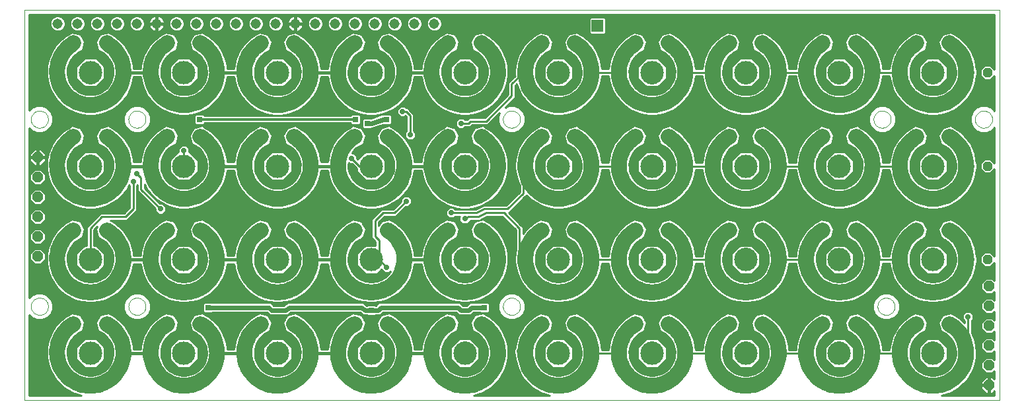
<source format=gtl>
G75*
G70*
%OFA0B0*%
%FSLAX24Y24*%
%IPPOS*%
%LPD*%
%AMOC8*
5,1,8,0,0,1.08239X$1,22.5*
%
%ADD10C,0.0000*%
%ADD11C,0.1181*%
%ADD12C,0.0280*%
%ADD13C,0.0787*%
%ADD14OC8,0.0520*%
%ADD15C,0.0515*%
%ADD16C,0.0100*%
%ADD17R,0.0278X0.0278*%
%ADD18R,0.0396X0.0396*%
%ADD19C,0.0240*%
%ADD20R,0.0591X0.0591*%
%ADD21C,0.0160*%
%ADD22C,0.0120*%
%ADD23OC8,0.0396*%
%ADD24OC8,0.0278*%
%ADD25OC8,0.0475*%
D10*
X001762Y001671D02*
X001762Y021392D01*
X050959Y021392D01*
X050959Y001671D01*
X001762Y001671D01*
X002093Y006408D02*
X002095Y006450D01*
X002101Y006491D01*
X002111Y006532D01*
X002125Y006571D01*
X002143Y006609D01*
X002164Y006645D01*
X002188Y006679D01*
X002216Y006710D01*
X002247Y006739D01*
X002280Y006764D01*
X002316Y006786D01*
X002353Y006805D01*
X002392Y006820D01*
X002433Y006831D01*
X002474Y006838D01*
X002516Y006841D01*
X002557Y006840D01*
X002599Y006835D01*
X002640Y006826D01*
X002680Y006813D01*
X002718Y006796D01*
X002754Y006776D01*
X002789Y006752D01*
X002821Y006725D01*
X002850Y006695D01*
X002876Y006663D01*
X002899Y006628D01*
X002919Y006590D01*
X002934Y006552D01*
X002946Y006512D01*
X002954Y006471D01*
X002958Y006429D01*
X002958Y006387D01*
X002954Y006345D01*
X002946Y006304D01*
X002934Y006264D01*
X002919Y006226D01*
X002899Y006188D01*
X002876Y006153D01*
X002850Y006121D01*
X002821Y006091D01*
X002789Y006064D01*
X002754Y006040D01*
X002718Y006020D01*
X002680Y006003D01*
X002640Y005990D01*
X002599Y005981D01*
X002557Y005976D01*
X002516Y005975D01*
X002474Y005978D01*
X002433Y005985D01*
X002392Y005996D01*
X002353Y006011D01*
X002316Y006030D01*
X002280Y006052D01*
X002247Y006077D01*
X002216Y006106D01*
X002188Y006137D01*
X002164Y006171D01*
X002143Y006207D01*
X002125Y006245D01*
X002111Y006284D01*
X002101Y006325D01*
X002095Y006366D01*
X002093Y006408D01*
X007014Y006408D02*
X007016Y006450D01*
X007022Y006491D01*
X007032Y006532D01*
X007046Y006571D01*
X007064Y006609D01*
X007085Y006645D01*
X007109Y006679D01*
X007137Y006710D01*
X007168Y006739D01*
X007201Y006764D01*
X007237Y006786D01*
X007274Y006805D01*
X007313Y006820D01*
X007354Y006831D01*
X007395Y006838D01*
X007437Y006841D01*
X007478Y006840D01*
X007520Y006835D01*
X007561Y006826D01*
X007601Y006813D01*
X007639Y006796D01*
X007675Y006776D01*
X007710Y006752D01*
X007742Y006725D01*
X007771Y006695D01*
X007797Y006663D01*
X007820Y006628D01*
X007840Y006590D01*
X007855Y006552D01*
X007867Y006512D01*
X007875Y006471D01*
X007879Y006429D01*
X007879Y006387D01*
X007875Y006345D01*
X007867Y006304D01*
X007855Y006264D01*
X007840Y006226D01*
X007820Y006188D01*
X007797Y006153D01*
X007771Y006121D01*
X007742Y006091D01*
X007710Y006064D01*
X007675Y006040D01*
X007639Y006020D01*
X007601Y006003D01*
X007561Y005990D01*
X007520Y005981D01*
X007478Y005976D01*
X007437Y005975D01*
X007395Y005978D01*
X007354Y005985D01*
X007313Y005996D01*
X007274Y006011D01*
X007237Y006030D01*
X007201Y006052D01*
X007168Y006077D01*
X007137Y006106D01*
X007109Y006137D01*
X007085Y006171D01*
X007064Y006207D01*
X007046Y006245D01*
X007032Y006284D01*
X007022Y006325D01*
X007016Y006366D01*
X007014Y006408D01*
X025912Y006408D02*
X025914Y006450D01*
X025920Y006491D01*
X025930Y006532D01*
X025944Y006571D01*
X025962Y006609D01*
X025983Y006645D01*
X026007Y006679D01*
X026035Y006710D01*
X026066Y006739D01*
X026099Y006764D01*
X026135Y006786D01*
X026172Y006805D01*
X026211Y006820D01*
X026252Y006831D01*
X026293Y006838D01*
X026335Y006841D01*
X026376Y006840D01*
X026418Y006835D01*
X026459Y006826D01*
X026499Y006813D01*
X026537Y006796D01*
X026573Y006776D01*
X026608Y006752D01*
X026640Y006725D01*
X026669Y006695D01*
X026695Y006663D01*
X026718Y006628D01*
X026738Y006590D01*
X026753Y006552D01*
X026765Y006512D01*
X026773Y006471D01*
X026777Y006429D01*
X026777Y006387D01*
X026773Y006345D01*
X026765Y006304D01*
X026753Y006264D01*
X026738Y006226D01*
X026718Y006188D01*
X026695Y006153D01*
X026669Y006121D01*
X026640Y006091D01*
X026608Y006064D01*
X026573Y006040D01*
X026537Y006020D01*
X026499Y006003D01*
X026459Y005990D01*
X026418Y005981D01*
X026376Y005976D01*
X026335Y005975D01*
X026293Y005978D01*
X026252Y005985D01*
X026211Y005996D01*
X026172Y006011D01*
X026135Y006030D01*
X026099Y006052D01*
X026066Y006077D01*
X026035Y006106D01*
X026007Y006137D01*
X025983Y006171D01*
X025962Y006207D01*
X025944Y006245D01*
X025930Y006284D01*
X025920Y006325D01*
X025914Y006366D01*
X025912Y006408D01*
X044809Y006408D02*
X044811Y006450D01*
X044817Y006491D01*
X044827Y006532D01*
X044841Y006571D01*
X044859Y006609D01*
X044880Y006645D01*
X044904Y006679D01*
X044932Y006710D01*
X044963Y006739D01*
X044996Y006764D01*
X045032Y006786D01*
X045069Y006805D01*
X045108Y006820D01*
X045149Y006831D01*
X045190Y006838D01*
X045232Y006841D01*
X045273Y006840D01*
X045315Y006835D01*
X045356Y006826D01*
X045396Y006813D01*
X045434Y006796D01*
X045470Y006776D01*
X045505Y006752D01*
X045537Y006725D01*
X045566Y006695D01*
X045592Y006663D01*
X045615Y006628D01*
X045635Y006590D01*
X045650Y006552D01*
X045662Y006512D01*
X045670Y006471D01*
X045674Y006429D01*
X045674Y006387D01*
X045670Y006345D01*
X045662Y006304D01*
X045650Y006264D01*
X045635Y006226D01*
X045615Y006188D01*
X045592Y006153D01*
X045566Y006121D01*
X045537Y006091D01*
X045505Y006064D01*
X045470Y006040D01*
X045434Y006020D01*
X045396Y006003D01*
X045356Y005990D01*
X045315Y005981D01*
X045273Y005976D01*
X045232Y005975D01*
X045190Y005978D01*
X045149Y005985D01*
X045108Y005996D01*
X045069Y006011D01*
X045032Y006030D01*
X044996Y006052D01*
X044963Y006077D01*
X044932Y006106D01*
X044904Y006137D01*
X044880Y006171D01*
X044859Y006207D01*
X044841Y006245D01*
X044827Y006284D01*
X044817Y006325D01*
X044811Y006366D01*
X044809Y006408D01*
X044612Y015856D02*
X044614Y015898D01*
X044620Y015939D01*
X044630Y015980D01*
X044644Y016019D01*
X044662Y016057D01*
X044683Y016093D01*
X044707Y016127D01*
X044735Y016158D01*
X044766Y016187D01*
X044799Y016212D01*
X044835Y016234D01*
X044872Y016253D01*
X044911Y016268D01*
X044952Y016279D01*
X044993Y016286D01*
X045035Y016289D01*
X045076Y016288D01*
X045118Y016283D01*
X045159Y016274D01*
X045199Y016261D01*
X045237Y016244D01*
X045273Y016224D01*
X045308Y016200D01*
X045340Y016173D01*
X045369Y016143D01*
X045395Y016111D01*
X045418Y016076D01*
X045438Y016038D01*
X045453Y016000D01*
X045465Y015960D01*
X045473Y015919D01*
X045477Y015877D01*
X045477Y015835D01*
X045473Y015793D01*
X045465Y015752D01*
X045453Y015712D01*
X045438Y015674D01*
X045418Y015636D01*
X045395Y015601D01*
X045369Y015569D01*
X045340Y015539D01*
X045308Y015512D01*
X045273Y015488D01*
X045237Y015468D01*
X045199Y015451D01*
X045159Y015438D01*
X045118Y015429D01*
X045076Y015424D01*
X045035Y015423D01*
X044993Y015426D01*
X044952Y015433D01*
X044911Y015444D01*
X044872Y015459D01*
X044835Y015478D01*
X044799Y015500D01*
X044766Y015525D01*
X044735Y015554D01*
X044707Y015585D01*
X044683Y015619D01*
X044662Y015655D01*
X044644Y015693D01*
X044630Y015732D01*
X044620Y015773D01*
X044614Y015814D01*
X044612Y015856D01*
X049730Y015856D02*
X049732Y015898D01*
X049738Y015939D01*
X049748Y015980D01*
X049762Y016019D01*
X049780Y016057D01*
X049801Y016093D01*
X049825Y016127D01*
X049853Y016158D01*
X049884Y016187D01*
X049917Y016212D01*
X049953Y016234D01*
X049990Y016253D01*
X050029Y016268D01*
X050070Y016279D01*
X050111Y016286D01*
X050153Y016289D01*
X050194Y016288D01*
X050236Y016283D01*
X050277Y016274D01*
X050317Y016261D01*
X050355Y016244D01*
X050391Y016224D01*
X050426Y016200D01*
X050458Y016173D01*
X050487Y016143D01*
X050513Y016111D01*
X050536Y016076D01*
X050556Y016038D01*
X050571Y016000D01*
X050583Y015960D01*
X050591Y015919D01*
X050595Y015877D01*
X050595Y015835D01*
X050591Y015793D01*
X050583Y015752D01*
X050571Y015712D01*
X050556Y015674D01*
X050536Y015636D01*
X050513Y015601D01*
X050487Y015569D01*
X050458Y015539D01*
X050426Y015512D01*
X050391Y015488D01*
X050355Y015468D01*
X050317Y015451D01*
X050277Y015438D01*
X050236Y015429D01*
X050194Y015424D01*
X050153Y015423D01*
X050111Y015426D01*
X050070Y015433D01*
X050029Y015444D01*
X049990Y015459D01*
X049953Y015478D01*
X049917Y015500D01*
X049884Y015525D01*
X049853Y015554D01*
X049825Y015585D01*
X049801Y015619D01*
X049780Y015655D01*
X049762Y015693D01*
X049748Y015732D01*
X049738Y015773D01*
X049732Y015814D01*
X049730Y015856D01*
X025912Y015856D02*
X025914Y015898D01*
X025920Y015939D01*
X025930Y015980D01*
X025944Y016019D01*
X025962Y016057D01*
X025983Y016093D01*
X026007Y016127D01*
X026035Y016158D01*
X026066Y016187D01*
X026099Y016212D01*
X026135Y016234D01*
X026172Y016253D01*
X026211Y016268D01*
X026252Y016279D01*
X026293Y016286D01*
X026335Y016289D01*
X026376Y016288D01*
X026418Y016283D01*
X026459Y016274D01*
X026499Y016261D01*
X026537Y016244D01*
X026573Y016224D01*
X026608Y016200D01*
X026640Y016173D01*
X026669Y016143D01*
X026695Y016111D01*
X026718Y016076D01*
X026738Y016038D01*
X026753Y016000D01*
X026765Y015960D01*
X026773Y015919D01*
X026777Y015877D01*
X026777Y015835D01*
X026773Y015793D01*
X026765Y015752D01*
X026753Y015712D01*
X026738Y015674D01*
X026718Y015636D01*
X026695Y015601D01*
X026669Y015569D01*
X026640Y015539D01*
X026608Y015512D01*
X026573Y015488D01*
X026537Y015468D01*
X026499Y015451D01*
X026459Y015438D01*
X026418Y015429D01*
X026376Y015424D01*
X026335Y015423D01*
X026293Y015426D01*
X026252Y015433D01*
X026211Y015444D01*
X026172Y015459D01*
X026135Y015478D01*
X026099Y015500D01*
X026066Y015525D01*
X026035Y015554D01*
X026007Y015585D01*
X025983Y015619D01*
X025962Y015655D01*
X025944Y015693D01*
X025930Y015732D01*
X025920Y015773D01*
X025914Y015814D01*
X025912Y015856D01*
X007014Y015856D02*
X007016Y015898D01*
X007022Y015939D01*
X007032Y015980D01*
X007046Y016019D01*
X007064Y016057D01*
X007085Y016093D01*
X007109Y016127D01*
X007137Y016158D01*
X007168Y016187D01*
X007201Y016212D01*
X007237Y016234D01*
X007274Y016253D01*
X007313Y016268D01*
X007354Y016279D01*
X007395Y016286D01*
X007437Y016289D01*
X007478Y016288D01*
X007520Y016283D01*
X007561Y016274D01*
X007601Y016261D01*
X007639Y016244D01*
X007675Y016224D01*
X007710Y016200D01*
X007742Y016173D01*
X007771Y016143D01*
X007797Y016111D01*
X007820Y016076D01*
X007840Y016038D01*
X007855Y016000D01*
X007867Y015960D01*
X007875Y015919D01*
X007879Y015877D01*
X007879Y015835D01*
X007875Y015793D01*
X007867Y015752D01*
X007855Y015712D01*
X007840Y015674D01*
X007820Y015636D01*
X007797Y015601D01*
X007771Y015569D01*
X007742Y015539D01*
X007710Y015512D01*
X007675Y015488D01*
X007639Y015468D01*
X007601Y015451D01*
X007561Y015438D01*
X007520Y015429D01*
X007478Y015424D01*
X007437Y015423D01*
X007395Y015426D01*
X007354Y015433D01*
X007313Y015444D01*
X007274Y015459D01*
X007237Y015478D01*
X007201Y015500D01*
X007168Y015525D01*
X007137Y015554D01*
X007109Y015585D01*
X007085Y015619D01*
X007064Y015655D01*
X007046Y015693D01*
X007032Y015732D01*
X007022Y015773D01*
X007016Y015814D01*
X007014Y015856D01*
X002093Y015856D02*
X002095Y015898D01*
X002101Y015939D01*
X002111Y015980D01*
X002125Y016019D01*
X002143Y016057D01*
X002164Y016093D01*
X002188Y016127D01*
X002216Y016158D01*
X002247Y016187D01*
X002280Y016212D01*
X002316Y016234D01*
X002353Y016253D01*
X002392Y016268D01*
X002433Y016279D01*
X002474Y016286D01*
X002516Y016289D01*
X002557Y016288D01*
X002599Y016283D01*
X002640Y016274D01*
X002680Y016261D01*
X002718Y016244D01*
X002754Y016224D01*
X002789Y016200D01*
X002821Y016173D01*
X002850Y016143D01*
X002876Y016111D01*
X002899Y016076D01*
X002919Y016038D01*
X002934Y016000D01*
X002946Y015960D01*
X002954Y015919D01*
X002958Y015877D01*
X002958Y015835D01*
X002954Y015793D01*
X002946Y015752D01*
X002934Y015712D01*
X002919Y015674D01*
X002899Y015636D01*
X002876Y015601D01*
X002850Y015569D01*
X002821Y015539D01*
X002789Y015512D01*
X002754Y015488D01*
X002718Y015468D01*
X002680Y015451D01*
X002640Y015438D01*
X002599Y015429D01*
X002557Y015424D01*
X002516Y015423D01*
X002474Y015426D01*
X002433Y015433D01*
X002392Y015444D01*
X002353Y015459D01*
X002316Y015478D01*
X002280Y015500D01*
X002247Y015525D01*
X002216Y015554D01*
X002188Y015585D01*
X002164Y015619D01*
X002143Y015655D01*
X002125Y015693D01*
X002111Y015732D01*
X002101Y015773D01*
X002095Y015814D01*
X002093Y015856D01*
D11*
X005085Y013494D03*
X009809Y013494D03*
X014534Y013494D03*
X019258Y013494D03*
X023982Y013494D03*
X028707Y013494D03*
X033431Y013494D03*
X038156Y013494D03*
X042880Y013494D03*
X047604Y013494D03*
X047604Y018219D03*
X042880Y018219D03*
X038156Y018219D03*
X033431Y018219D03*
X028707Y018219D03*
X023982Y018219D03*
X019258Y018219D03*
X014534Y018219D03*
X009809Y018219D03*
X005085Y018219D03*
X005085Y008770D03*
X009809Y008770D03*
X014534Y008770D03*
X019258Y008770D03*
X023982Y008770D03*
X028707Y008770D03*
X033431Y008770D03*
X038156Y008770D03*
X042880Y008770D03*
X047604Y008770D03*
X047604Y004045D03*
X042880Y004045D03*
X038156Y004045D03*
X033431Y004045D03*
X028707Y004045D03*
X023982Y004045D03*
X019258Y004045D03*
X014534Y004045D03*
X009809Y004045D03*
X005085Y004045D03*
D12*
X006716Y004045D02*
X006996Y004045D01*
X007897Y004045D02*
X008177Y004045D01*
X011441Y004045D02*
X011721Y004045D01*
X012622Y004045D02*
X012902Y004045D01*
X016165Y004045D02*
X016445Y004045D01*
X017346Y004045D02*
X017626Y004045D01*
X020890Y004045D02*
X021170Y004045D01*
X022071Y004045D02*
X022351Y004045D01*
X025614Y004045D02*
X025894Y004045D01*
X026795Y004045D02*
X027075Y004045D01*
X030338Y004045D02*
X030618Y004045D01*
X031520Y004045D02*
X031800Y004045D01*
X035063Y004045D02*
X035343Y004045D01*
X036244Y004045D02*
X036524Y004045D01*
X039787Y004045D02*
X040067Y004045D01*
X040968Y004045D02*
X041248Y004045D01*
X044512Y004045D02*
X044792Y004045D01*
X045693Y004045D02*
X045973Y004045D01*
X049236Y004045D02*
X049516Y004045D01*
X049516Y008770D02*
X049236Y008770D01*
X045973Y008770D02*
X045693Y008770D01*
X044792Y008770D02*
X044512Y008770D01*
X041248Y008770D02*
X040968Y008770D01*
X040067Y008770D02*
X039787Y008770D01*
X036524Y008770D02*
X036244Y008770D01*
X035343Y008770D02*
X035063Y008770D01*
X031800Y008770D02*
X031520Y008770D01*
X030618Y008770D02*
X030338Y008770D01*
X027075Y008770D02*
X026795Y008770D01*
X025894Y008770D02*
X025614Y008770D01*
X022351Y008770D02*
X022071Y008770D01*
X021170Y008770D02*
X020890Y008770D01*
X017626Y008770D02*
X017346Y008770D01*
X016445Y008770D02*
X016165Y008770D01*
X012902Y008770D02*
X012622Y008770D01*
X011721Y008770D02*
X011441Y008770D01*
X008177Y008770D02*
X007897Y008770D01*
X006996Y008770D02*
X006716Y008770D01*
X003453Y008770D02*
X003173Y008770D01*
X003173Y004045D02*
X003453Y004045D01*
X003453Y013494D02*
X003173Y013494D01*
X006716Y013494D02*
X006996Y013494D01*
X007897Y013494D02*
X008177Y013494D01*
X011441Y013494D02*
X011721Y013494D01*
X012622Y013494D02*
X012902Y013494D01*
X016165Y013494D02*
X016445Y013494D01*
X017346Y013494D02*
X017626Y013494D01*
X020890Y013494D02*
X021170Y013494D01*
X022071Y013494D02*
X022351Y013494D01*
X025614Y013494D02*
X025894Y013494D01*
X026795Y013494D02*
X027075Y013494D01*
X030338Y013494D02*
X030618Y013494D01*
X031520Y013494D02*
X031800Y013494D01*
X035063Y013494D02*
X035343Y013494D01*
X036244Y013494D02*
X036524Y013494D01*
X039787Y013494D02*
X040067Y013494D01*
X040968Y013494D02*
X041248Y013494D01*
X044512Y013494D02*
X044792Y013494D01*
X045693Y013494D02*
X045973Y013494D01*
X049236Y013494D02*
X049516Y013494D01*
X049516Y018219D02*
X049236Y018219D01*
X045973Y018219D02*
X045693Y018219D01*
X044792Y018219D02*
X044512Y018219D01*
X041248Y018219D02*
X040968Y018219D01*
X040067Y018219D02*
X039787Y018219D01*
X036524Y018219D02*
X036244Y018219D01*
X035343Y018219D02*
X035063Y018219D01*
X031800Y018219D02*
X031520Y018219D01*
X030618Y018219D02*
X030338Y018219D01*
X027075Y018219D02*
X026795Y018219D01*
X025894Y018219D02*
X025614Y018219D01*
X022351Y018219D02*
X022071Y018219D01*
X021170Y018219D02*
X020890Y018219D01*
X017626Y018219D02*
X017346Y018219D01*
X016445Y018219D02*
X016165Y018219D01*
X012902Y018219D02*
X012622Y018219D01*
X011721Y018219D02*
X011441Y018219D01*
X008177Y018219D02*
X007897Y018219D01*
X006996Y018219D02*
X006716Y018219D01*
X003453Y018219D02*
X003173Y018219D01*
D13*
X004248Y019695D02*
X004141Y019627D01*
X004039Y019552D01*
X003943Y019469D01*
X003853Y019379D01*
X003771Y019282D01*
X003696Y019179D01*
X003629Y019071D01*
X003571Y018959D01*
X003521Y018842D01*
X003480Y018721D01*
X003449Y018598D01*
X003427Y018473D01*
X003414Y018347D01*
X003411Y018220D01*
X003418Y018093D01*
X003434Y017967D01*
X003460Y017843D01*
X003495Y017721D01*
X003540Y017602D01*
X003593Y017486D01*
X003655Y017375D01*
X003725Y017269D01*
X003803Y017169D01*
X003888Y017075D01*
X003980Y016988D01*
X004078Y016907D01*
X004183Y016835D01*
X004292Y016771D01*
X004406Y016715D01*
X004524Y016668D01*
X004646Y016630D01*
X004769Y016601D01*
X004895Y016582D01*
X005021Y016572D01*
X005149Y016572D01*
X005275Y016582D01*
X005401Y016601D01*
X005524Y016630D01*
X005646Y016668D01*
X005764Y016715D01*
X005878Y016771D01*
X005987Y016835D01*
X006092Y016907D01*
X006190Y016988D01*
X006282Y017075D01*
X006367Y017169D01*
X006445Y017269D01*
X006515Y017375D01*
X006577Y017486D01*
X006630Y017602D01*
X006675Y017721D01*
X006710Y017843D01*
X006736Y017967D01*
X006752Y018093D01*
X006759Y018220D01*
X006756Y018347D01*
X006743Y018473D01*
X006721Y018598D01*
X006690Y018721D01*
X006649Y018842D01*
X006599Y018959D01*
X006541Y019071D01*
X006474Y019179D01*
X006399Y019282D01*
X006317Y019379D01*
X006227Y019469D01*
X006131Y019552D01*
X006029Y019627D01*
X005922Y019695D01*
X008972Y019695D02*
X008865Y019627D01*
X008763Y019552D01*
X008667Y019469D01*
X008577Y019379D01*
X008495Y019282D01*
X008420Y019179D01*
X008353Y019071D01*
X008295Y018959D01*
X008245Y018842D01*
X008204Y018721D01*
X008173Y018598D01*
X008151Y018473D01*
X008138Y018347D01*
X008135Y018220D01*
X008142Y018093D01*
X008158Y017967D01*
X008184Y017843D01*
X008219Y017721D01*
X008264Y017602D01*
X008317Y017486D01*
X008379Y017375D01*
X008449Y017269D01*
X008527Y017169D01*
X008612Y017075D01*
X008704Y016988D01*
X008802Y016907D01*
X008907Y016835D01*
X009016Y016771D01*
X009130Y016715D01*
X009248Y016668D01*
X009370Y016630D01*
X009493Y016601D01*
X009619Y016582D01*
X009745Y016572D01*
X009873Y016572D01*
X009999Y016582D01*
X010125Y016601D01*
X010248Y016630D01*
X010370Y016668D01*
X010488Y016715D01*
X010602Y016771D01*
X010711Y016835D01*
X010816Y016907D01*
X010914Y016988D01*
X011006Y017075D01*
X011091Y017169D01*
X011169Y017269D01*
X011239Y017375D01*
X011301Y017486D01*
X011354Y017602D01*
X011399Y017721D01*
X011434Y017843D01*
X011460Y017967D01*
X011476Y018093D01*
X011483Y018220D01*
X011480Y018347D01*
X011467Y018473D01*
X011445Y018598D01*
X011414Y018721D01*
X011373Y018842D01*
X011323Y018959D01*
X011265Y019071D01*
X011198Y019179D01*
X011123Y019282D01*
X011041Y019379D01*
X010951Y019469D01*
X010855Y019552D01*
X010753Y019627D01*
X010646Y019695D01*
X013697Y019695D02*
X013590Y019627D01*
X013488Y019552D01*
X013392Y019469D01*
X013302Y019379D01*
X013220Y019282D01*
X013145Y019179D01*
X013078Y019071D01*
X013020Y018959D01*
X012970Y018842D01*
X012929Y018721D01*
X012898Y018598D01*
X012876Y018473D01*
X012863Y018347D01*
X012860Y018220D01*
X012867Y018093D01*
X012883Y017967D01*
X012909Y017843D01*
X012944Y017721D01*
X012989Y017602D01*
X013042Y017486D01*
X013104Y017375D01*
X013174Y017269D01*
X013252Y017169D01*
X013337Y017075D01*
X013429Y016988D01*
X013527Y016907D01*
X013632Y016835D01*
X013741Y016771D01*
X013855Y016715D01*
X013973Y016668D01*
X014095Y016630D01*
X014218Y016601D01*
X014344Y016582D01*
X014470Y016572D01*
X014598Y016572D01*
X014724Y016582D01*
X014850Y016601D01*
X014973Y016630D01*
X015095Y016668D01*
X015213Y016715D01*
X015327Y016771D01*
X015436Y016835D01*
X015541Y016907D01*
X015639Y016988D01*
X015731Y017075D01*
X015816Y017169D01*
X015894Y017269D01*
X015964Y017375D01*
X016026Y017486D01*
X016079Y017602D01*
X016124Y017721D01*
X016159Y017843D01*
X016185Y017967D01*
X016201Y018093D01*
X016208Y018220D01*
X016205Y018347D01*
X016192Y018473D01*
X016170Y018598D01*
X016139Y018721D01*
X016098Y018842D01*
X016048Y018959D01*
X015990Y019071D01*
X015923Y019179D01*
X015848Y019282D01*
X015766Y019379D01*
X015676Y019469D01*
X015580Y019552D01*
X015478Y019627D01*
X015371Y019695D01*
X018421Y019695D02*
X018314Y019627D01*
X018212Y019552D01*
X018116Y019469D01*
X018026Y019379D01*
X017944Y019282D01*
X017869Y019179D01*
X017802Y019071D01*
X017744Y018959D01*
X017694Y018842D01*
X017653Y018721D01*
X017622Y018598D01*
X017600Y018473D01*
X017587Y018347D01*
X017584Y018220D01*
X017591Y018093D01*
X017607Y017967D01*
X017633Y017843D01*
X017668Y017721D01*
X017713Y017602D01*
X017766Y017486D01*
X017828Y017375D01*
X017898Y017269D01*
X017976Y017169D01*
X018061Y017075D01*
X018153Y016988D01*
X018251Y016907D01*
X018356Y016835D01*
X018465Y016771D01*
X018579Y016715D01*
X018697Y016668D01*
X018819Y016630D01*
X018942Y016601D01*
X019068Y016582D01*
X019194Y016572D01*
X019322Y016572D01*
X019448Y016582D01*
X019574Y016601D01*
X019697Y016630D01*
X019819Y016668D01*
X019937Y016715D01*
X020051Y016771D01*
X020160Y016835D01*
X020265Y016907D01*
X020363Y016988D01*
X020455Y017075D01*
X020540Y017169D01*
X020618Y017269D01*
X020688Y017375D01*
X020750Y017486D01*
X020803Y017602D01*
X020848Y017721D01*
X020883Y017843D01*
X020909Y017967D01*
X020925Y018093D01*
X020932Y018220D01*
X020929Y018347D01*
X020916Y018473D01*
X020894Y018598D01*
X020863Y018721D01*
X020822Y018842D01*
X020772Y018959D01*
X020714Y019071D01*
X020647Y019179D01*
X020572Y019282D01*
X020490Y019379D01*
X020400Y019469D01*
X020304Y019552D01*
X020202Y019627D01*
X020095Y019695D01*
X023145Y019695D02*
X023038Y019627D01*
X022936Y019552D01*
X022840Y019469D01*
X022750Y019379D01*
X022668Y019282D01*
X022593Y019179D01*
X022526Y019071D01*
X022468Y018959D01*
X022418Y018842D01*
X022377Y018721D01*
X022346Y018598D01*
X022324Y018473D01*
X022311Y018347D01*
X022308Y018220D01*
X022315Y018093D01*
X022331Y017967D01*
X022357Y017843D01*
X022392Y017721D01*
X022437Y017602D01*
X022490Y017486D01*
X022552Y017375D01*
X022622Y017269D01*
X022700Y017169D01*
X022785Y017075D01*
X022877Y016988D01*
X022975Y016907D01*
X023080Y016835D01*
X023189Y016771D01*
X023303Y016715D01*
X023421Y016668D01*
X023543Y016630D01*
X023666Y016601D01*
X023792Y016582D01*
X023918Y016572D01*
X024046Y016572D01*
X024172Y016582D01*
X024298Y016601D01*
X024421Y016630D01*
X024543Y016668D01*
X024661Y016715D01*
X024775Y016771D01*
X024884Y016835D01*
X024989Y016907D01*
X025087Y016988D01*
X025179Y017075D01*
X025264Y017169D01*
X025342Y017269D01*
X025412Y017375D01*
X025474Y017486D01*
X025527Y017602D01*
X025572Y017721D01*
X025607Y017843D01*
X025633Y017967D01*
X025649Y018093D01*
X025656Y018220D01*
X025653Y018347D01*
X025640Y018473D01*
X025618Y018598D01*
X025587Y018721D01*
X025546Y018842D01*
X025496Y018959D01*
X025438Y019071D01*
X025371Y019179D01*
X025296Y019282D01*
X025214Y019379D01*
X025124Y019469D01*
X025028Y019552D01*
X024926Y019627D01*
X024819Y019695D01*
X027870Y019695D02*
X027763Y019627D01*
X027661Y019552D01*
X027565Y019469D01*
X027475Y019379D01*
X027393Y019282D01*
X027318Y019179D01*
X027251Y019071D01*
X027193Y018959D01*
X027143Y018842D01*
X027102Y018721D01*
X027071Y018598D01*
X027049Y018473D01*
X027036Y018347D01*
X027033Y018220D01*
X027040Y018093D01*
X027056Y017967D01*
X027082Y017843D01*
X027117Y017721D01*
X027162Y017602D01*
X027215Y017486D01*
X027277Y017375D01*
X027347Y017269D01*
X027425Y017169D01*
X027510Y017075D01*
X027602Y016988D01*
X027700Y016907D01*
X027805Y016835D01*
X027914Y016771D01*
X028028Y016715D01*
X028146Y016668D01*
X028268Y016630D01*
X028391Y016601D01*
X028517Y016582D01*
X028643Y016572D01*
X028771Y016572D01*
X028897Y016582D01*
X029023Y016601D01*
X029146Y016630D01*
X029268Y016668D01*
X029386Y016715D01*
X029500Y016771D01*
X029609Y016835D01*
X029714Y016907D01*
X029812Y016988D01*
X029904Y017075D01*
X029989Y017169D01*
X030067Y017269D01*
X030137Y017375D01*
X030199Y017486D01*
X030252Y017602D01*
X030297Y017721D01*
X030332Y017843D01*
X030358Y017967D01*
X030374Y018093D01*
X030381Y018220D01*
X030378Y018347D01*
X030365Y018473D01*
X030343Y018598D01*
X030312Y018721D01*
X030271Y018842D01*
X030221Y018959D01*
X030163Y019071D01*
X030096Y019179D01*
X030021Y019282D01*
X029939Y019379D01*
X029849Y019469D01*
X029753Y019552D01*
X029651Y019627D01*
X029544Y019695D01*
X032594Y019695D02*
X032487Y019627D01*
X032385Y019552D01*
X032289Y019469D01*
X032199Y019379D01*
X032117Y019282D01*
X032042Y019179D01*
X031975Y019071D01*
X031917Y018959D01*
X031867Y018842D01*
X031826Y018721D01*
X031795Y018598D01*
X031773Y018473D01*
X031760Y018347D01*
X031757Y018220D01*
X031764Y018093D01*
X031780Y017967D01*
X031806Y017843D01*
X031841Y017721D01*
X031886Y017602D01*
X031939Y017486D01*
X032001Y017375D01*
X032071Y017269D01*
X032149Y017169D01*
X032234Y017075D01*
X032326Y016988D01*
X032424Y016907D01*
X032529Y016835D01*
X032638Y016771D01*
X032752Y016715D01*
X032870Y016668D01*
X032992Y016630D01*
X033115Y016601D01*
X033241Y016582D01*
X033367Y016572D01*
X033495Y016572D01*
X033621Y016582D01*
X033747Y016601D01*
X033870Y016630D01*
X033992Y016668D01*
X034110Y016715D01*
X034224Y016771D01*
X034333Y016835D01*
X034438Y016907D01*
X034536Y016988D01*
X034628Y017075D01*
X034713Y017169D01*
X034791Y017269D01*
X034861Y017375D01*
X034923Y017486D01*
X034976Y017602D01*
X035021Y017721D01*
X035056Y017843D01*
X035082Y017967D01*
X035098Y018093D01*
X035105Y018220D01*
X035102Y018347D01*
X035089Y018473D01*
X035067Y018598D01*
X035036Y018721D01*
X034995Y018842D01*
X034945Y018959D01*
X034887Y019071D01*
X034820Y019179D01*
X034745Y019282D01*
X034663Y019379D01*
X034573Y019469D01*
X034477Y019552D01*
X034375Y019627D01*
X034268Y019695D01*
X037319Y019695D02*
X037212Y019627D01*
X037110Y019552D01*
X037014Y019469D01*
X036924Y019379D01*
X036842Y019282D01*
X036767Y019179D01*
X036700Y019071D01*
X036642Y018959D01*
X036592Y018842D01*
X036551Y018721D01*
X036520Y018598D01*
X036498Y018473D01*
X036485Y018347D01*
X036482Y018220D01*
X036489Y018093D01*
X036505Y017967D01*
X036531Y017843D01*
X036566Y017721D01*
X036611Y017602D01*
X036664Y017486D01*
X036726Y017375D01*
X036796Y017269D01*
X036874Y017169D01*
X036959Y017075D01*
X037051Y016988D01*
X037149Y016907D01*
X037254Y016835D01*
X037363Y016771D01*
X037477Y016715D01*
X037595Y016668D01*
X037717Y016630D01*
X037840Y016601D01*
X037966Y016582D01*
X038092Y016572D01*
X038220Y016572D01*
X038346Y016582D01*
X038472Y016601D01*
X038595Y016630D01*
X038717Y016668D01*
X038835Y016715D01*
X038949Y016771D01*
X039058Y016835D01*
X039163Y016907D01*
X039261Y016988D01*
X039353Y017075D01*
X039438Y017169D01*
X039516Y017269D01*
X039586Y017375D01*
X039648Y017486D01*
X039701Y017602D01*
X039746Y017721D01*
X039781Y017843D01*
X039807Y017967D01*
X039823Y018093D01*
X039830Y018220D01*
X039827Y018347D01*
X039814Y018473D01*
X039792Y018598D01*
X039761Y018721D01*
X039720Y018842D01*
X039670Y018959D01*
X039612Y019071D01*
X039545Y019179D01*
X039470Y019282D01*
X039388Y019379D01*
X039298Y019469D01*
X039202Y019552D01*
X039100Y019627D01*
X038993Y019695D01*
X042043Y019695D02*
X041936Y019627D01*
X041834Y019552D01*
X041738Y019469D01*
X041648Y019379D01*
X041566Y019282D01*
X041491Y019179D01*
X041424Y019071D01*
X041366Y018959D01*
X041316Y018842D01*
X041275Y018721D01*
X041244Y018598D01*
X041222Y018473D01*
X041209Y018347D01*
X041206Y018220D01*
X041213Y018093D01*
X041229Y017967D01*
X041255Y017843D01*
X041290Y017721D01*
X041335Y017602D01*
X041388Y017486D01*
X041450Y017375D01*
X041520Y017269D01*
X041598Y017169D01*
X041683Y017075D01*
X041775Y016988D01*
X041873Y016907D01*
X041978Y016835D01*
X042087Y016771D01*
X042201Y016715D01*
X042319Y016668D01*
X042441Y016630D01*
X042564Y016601D01*
X042690Y016582D01*
X042816Y016572D01*
X042944Y016572D01*
X043070Y016582D01*
X043196Y016601D01*
X043319Y016630D01*
X043441Y016668D01*
X043559Y016715D01*
X043673Y016771D01*
X043782Y016835D01*
X043887Y016907D01*
X043985Y016988D01*
X044077Y017075D01*
X044162Y017169D01*
X044240Y017269D01*
X044310Y017375D01*
X044372Y017486D01*
X044425Y017602D01*
X044470Y017721D01*
X044505Y017843D01*
X044531Y017967D01*
X044547Y018093D01*
X044554Y018220D01*
X044551Y018347D01*
X044538Y018473D01*
X044516Y018598D01*
X044485Y018721D01*
X044444Y018842D01*
X044394Y018959D01*
X044336Y019071D01*
X044269Y019179D01*
X044194Y019282D01*
X044112Y019379D01*
X044022Y019469D01*
X043926Y019552D01*
X043824Y019627D01*
X043717Y019695D01*
X046767Y019695D02*
X046660Y019627D01*
X046558Y019552D01*
X046462Y019469D01*
X046372Y019379D01*
X046290Y019282D01*
X046215Y019179D01*
X046148Y019071D01*
X046090Y018959D01*
X046040Y018842D01*
X045999Y018721D01*
X045968Y018598D01*
X045946Y018473D01*
X045933Y018347D01*
X045930Y018220D01*
X045937Y018093D01*
X045953Y017967D01*
X045979Y017843D01*
X046014Y017721D01*
X046059Y017602D01*
X046112Y017486D01*
X046174Y017375D01*
X046244Y017269D01*
X046322Y017169D01*
X046407Y017075D01*
X046499Y016988D01*
X046597Y016907D01*
X046702Y016835D01*
X046811Y016771D01*
X046925Y016715D01*
X047043Y016668D01*
X047165Y016630D01*
X047288Y016601D01*
X047414Y016582D01*
X047540Y016572D01*
X047668Y016572D01*
X047794Y016582D01*
X047920Y016601D01*
X048043Y016630D01*
X048165Y016668D01*
X048283Y016715D01*
X048397Y016771D01*
X048506Y016835D01*
X048611Y016907D01*
X048709Y016988D01*
X048801Y017075D01*
X048886Y017169D01*
X048964Y017269D01*
X049034Y017375D01*
X049096Y017486D01*
X049149Y017602D01*
X049194Y017721D01*
X049229Y017843D01*
X049255Y017967D01*
X049271Y018093D01*
X049278Y018220D01*
X049275Y018347D01*
X049262Y018473D01*
X049240Y018598D01*
X049209Y018721D01*
X049168Y018842D01*
X049118Y018959D01*
X049060Y019071D01*
X048993Y019179D01*
X048918Y019282D01*
X048836Y019379D01*
X048746Y019469D01*
X048650Y019552D01*
X048548Y019627D01*
X048441Y019695D01*
X048441Y014970D02*
X048548Y014902D01*
X048650Y014827D01*
X048746Y014744D01*
X048836Y014654D01*
X048918Y014557D01*
X048993Y014454D01*
X049060Y014346D01*
X049118Y014234D01*
X049168Y014117D01*
X049209Y013996D01*
X049240Y013873D01*
X049262Y013748D01*
X049275Y013622D01*
X049278Y013495D01*
X049271Y013368D01*
X049255Y013242D01*
X049229Y013118D01*
X049194Y012996D01*
X049149Y012877D01*
X049096Y012761D01*
X049034Y012650D01*
X048964Y012544D01*
X048886Y012444D01*
X048801Y012350D01*
X048709Y012263D01*
X048611Y012182D01*
X048506Y012110D01*
X048397Y012046D01*
X048283Y011990D01*
X048165Y011943D01*
X048043Y011905D01*
X047920Y011876D01*
X047794Y011857D01*
X047668Y011847D01*
X047540Y011847D01*
X047414Y011857D01*
X047288Y011876D01*
X047165Y011905D01*
X047043Y011943D01*
X046925Y011990D01*
X046811Y012046D01*
X046702Y012110D01*
X046597Y012182D01*
X046499Y012263D01*
X046407Y012350D01*
X046322Y012444D01*
X046244Y012544D01*
X046174Y012650D01*
X046112Y012761D01*
X046059Y012877D01*
X046014Y012996D01*
X045979Y013118D01*
X045953Y013242D01*
X045937Y013368D01*
X045930Y013495D01*
X045933Y013622D01*
X045946Y013748D01*
X045968Y013873D01*
X045999Y013996D01*
X046040Y014117D01*
X046090Y014234D01*
X046148Y014346D01*
X046215Y014454D01*
X046290Y014557D01*
X046372Y014654D01*
X046462Y014744D01*
X046558Y014827D01*
X046660Y014902D01*
X046767Y014970D01*
X043717Y014970D02*
X043824Y014902D01*
X043926Y014827D01*
X044022Y014744D01*
X044112Y014654D01*
X044194Y014557D01*
X044269Y014454D01*
X044336Y014346D01*
X044394Y014234D01*
X044444Y014117D01*
X044485Y013996D01*
X044516Y013873D01*
X044538Y013748D01*
X044551Y013622D01*
X044554Y013495D01*
X044547Y013368D01*
X044531Y013242D01*
X044505Y013118D01*
X044470Y012996D01*
X044425Y012877D01*
X044372Y012761D01*
X044310Y012650D01*
X044240Y012544D01*
X044162Y012444D01*
X044077Y012350D01*
X043985Y012263D01*
X043887Y012182D01*
X043782Y012110D01*
X043673Y012046D01*
X043559Y011990D01*
X043441Y011943D01*
X043319Y011905D01*
X043196Y011876D01*
X043070Y011857D01*
X042944Y011847D01*
X042816Y011847D01*
X042690Y011857D01*
X042564Y011876D01*
X042441Y011905D01*
X042319Y011943D01*
X042201Y011990D01*
X042087Y012046D01*
X041978Y012110D01*
X041873Y012182D01*
X041775Y012263D01*
X041683Y012350D01*
X041598Y012444D01*
X041520Y012544D01*
X041450Y012650D01*
X041388Y012761D01*
X041335Y012877D01*
X041290Y012996D01*
X041255Y013118D01*
X041229Y013242D01*
X041213Y013368D01*
X041206Y013495D01*
X041209Y013622D01*
X041222Y013748D01*
X041244Y013873D01*
X041275Y013996D01*
X041316Y014117D01*
X041366Y014234D01*
X041424Y014346D01*
X041491Y014454D01*
X041566Y014557D01*
X041648Y014654D01*
X041738Y014744D01*
X041834Y014827D01*
X041936Y014902D01*
X042043Y014970D01*
X038993Y014970D02*
X039100Y014902D01*
X039202Y014827D01*
X039298Y014744D01*
X039388Y014654D01*
X039470Y014557D01*
X039545Y014454D01*
X039612Y014346D01*
X039670Y014234D01*
X039720Y014117D01*
X039761Y013996D01*
X039792Y013873D01*
X039814Y013748D01*
X039827Y013622D01*
X039830Y013495D01*
X039823Y013368D01*
X039807Y013242D01*
X039781Y013118D01*
X039746Y012996D01*
X039701Y012877D01*
X039648Y012761D01*
X039586Y012650D01*
X039516Y012544D01*
X039438Y012444D01*
X039353Y012350D01*
X039261Y012263D01*
X039163Y012182D01*
X039058Y012110D01*
X038949Y012046D01*
X038835Y011990D01*
X038717Y011943D01*
X038595Y011905D01*
X038472Y011876D01*
X038346Y011857D01*
X038220Y011847D01*
X038092Y011847D01*
X037966Y011857D01*
X037840Y011876D01*
X037717Y011905D01*
X037595Y011943D01*
X037477Y011990D01*
X037363Y012046D01*
X037254Y012110D01*
X037149Y012182D01*
X037051Y012263D01*
X036959Y012350D01*
X036874Y012444D01*
X036796Y012544D01*
X036726Y012650D01*
X036664Y012761D01*
X036611Y012877D01*
X036566Y012996D01*
X036531Y013118D01*
X036505Y013242D01*
X036489Y013368D01*
X036482Y013495D01*
X036485Y013622D01*
X036498Y013748D01*
X036520Y013873D01*
X036551Y013996D01*
X036592Y014117D01*
X036642Y014234D01*
X036700Y014346D01*
X036767Y014454D01*
X036842Y014557D01*
X036924Y014654D01*
X037014Y014744D01*
X037110Y014827D01*
X037212Y014902D01*
X037319Y014970D01*
X034268Y014970D02*
X034375Y014902D01*
X034477Y014827D01*
X034573Y014744D01*
X034663Y014654D01*
X034745Y014557D01*
X034820Y014454D01*
X034887Y014346D01*
X034945Y014234D01*
X034995Y014117D01*
X035036Y013996D01*
X035067Y013873D01*
X035089Y013748D01*
X035102Y013622D01*
X035105Y013495D01*
X035098Y013368D01*
X035082Y013242D01*
X035056Y013118D01*
X035021Y012996D01*
X034976Y012877D01*
X034923Y012761D01*
X034861Y012650D01*
X034791Y012544D01*
X034713Y012444D01*
X034628Y012350D01*
X034536Y012263D01*
X034438Y012182D01*
X034333Y012110D01*
X034224Y012046D01*
X034110Y011990D01*
X033992Y011943D01*
X033870Y011905D01*
X033747Y011876D01*
X033621Y011857D01*
X033495Y011847D01*
X033367Y011847D01*
X033241Y011857D01*
X033115Y011876D01*
X032992Y011905D01*
X032870Y011943D01*
X032752Y011990D01*
X032638Y012046D01*
X032529Y012110D01*
X032424Y012182D01*
X032326Y012263D01*
X032234Y012350D01*
X032149Y012444D01*
X032071Y012544D01*
X032001Y012650D01*
X031939Y012761D01*
X031886Y012877D01*
X031841Y012996D01*
X031806Y013118D01*
X031780Y013242D01*
X031764Y013368D01*
X031757Y013495D01*
X031760Y013622D01*
X031773Y013748D01*
X031795Y013873D01*
X031826Y013996D01*
X031867Y014117D01*
X031917Y014234D01*
X031975Y014346D01*
X032042Y014454D01*
X032117Y014557D01*
X032199Y014654D01*
X032289Y014744D01*
X032385Y014827D01*
X032487Y014902D01*
X032594Y014970D01*
X029544Y014970D02*
X029651Y014902D01*
X029753Y014827D01*
X029849Y014744D01*
X029939Y014654D01*
X030021Y014557D01*
X030096Y014454D01*
X030163Y014346D01*
X030221Y014234D01*
X030271Y014117D01*
X030312Y013996D01*
X030343Y013873D01*
X030365Y013748D01*
X030378Y013622D01*
X030381Y013495D01*
X030374Y013368D01*
X030358Y013242D01*
X030332Y013118D01*
X030297Y012996D01*
X030252Y012877D01*
X030199Y012761D01*
X030137Y012650D01*
X030067Y012544D01*
X029989Y012444D01*
X029904Y012350D01*
X029812Y012263D01*
X029714Y012182D01*
X029609Y012110D01*
X029500Y012046D01*
X029386Y011990D01*
X029268Y011943D01*
X029146Y011905D01*
X029023Y011876D01*
X028897Y011857D01*
X028771Y011847D01*
X028643Y011847D01*
X028517Y011857D01*
X028391Y011876D01*
X028268Y011905D01*
X028146Y011943D01*
X028028Y011990D01*
X027914Y012046D01*
X027805Y012110D01*
X027700Y012182D01*
X027602Y012263D01*
X027510Y012350D01*
X027425Y012444D01*
X027347Y012544D01*
X027277Y012650D01*
X027215Y012761D01*
X027162Y012877D01*
X027117Y012996D01*
X027082Y013118D01*
X027056Y013242D01*
X027040Y013368D01*
X027033Y013495D01*
X027036Y013622D01*
X027049Y013748D01*
X027071Y013873D01*
X027102Y013996D01*
X027143Y014117D01*
X027193Y014234D01*
X027251Y014346D01*
X027318Y014454D01*
X027393Y014557D01*
X027475Y014654D01*
X027565Y014744D01*
X027661Y014827D01*
X027763Y014902D01*
X027870Y014970D01*
X024819Y014970D02*
X024926Y014902D01*
X025028Y014827D01*
X025124Y014744D01*
X025214Y014654D01*
X025296Y014557D01*
X025371Y014454D01*
X025438Y014346D01*
X025496Y014234D01*
X025546Y014117D01*
X025587Y013996D01*
X025618Y013873D01*
X025640Y013748D01*
X025653Y013622D01*
X025656Y013495D01*
X025649Y013368D01*
X025633Y013242D01*
X025607Y013118D01*
X025572Y012996D01*
X025527Y012877D01*
X025474Y012761D01*
X025412Y012650D01*
X025342Y012544D01*
X025264Y012444D01*
X025179Y012350D01*
X025087Y012263D01*
X024989Y012182D01*
X024884Y012110D01*
X024775Y012046D01*
X024661Y011990D01*
X024543Y011943D01*
X024421Y011905D01*
X024298Y011876D01*
X024172Y011857D01*
X024046Y011847D01*
X023918Y011847D01*
X023792Y011857D01*
X023666Y011876D01*
X023543Y011905D01*
X023421Y011943D01*
X023303Y011990D01*
X023189Y012046D01*
X023080Y012110D01*
X022975Y012182D01*
X022877Y012263D01*
X022785Y012350D01*
X022700Y012444D01*
X022622Y012544D01*
X022552Y012650D01*
X022490Y012761D01*
X022437Y012877D01*
X022392Y012996D01*
X022357Y013118D01*
X022331Y013242D01*
X022315Y013368D01*
X022308Y013495D01*
X022311Y013622D01*
X022324Y013748D01*
X022346Y013873D01*
X022377Y013996D01*
X022418Y014117D01*
X022468Y014234D01*
X022526Y014346D01*
X022593Y014454D01*
X022668Y014557D01*
X022750Y014654D01*
X022840Y014744D01*
X022936Y014827D01*
X023038Y014902D01*
X023145Y014970D01*
X020095Y014970D02*
X020202Y014902D01*
X020304Y014827D01*
X020400Y014744D01*
X020490Y014654D01*
X020572Y014557D01*
X020647Y014454D01*
X020714Y014346D01*
X020772Y014234D01*
X020822Y014117D01*
X020863Y013996D01*
X020894Y013873D01*
X020916Y013748D01*
X020929Y013622D01*
X020932Y013495D01*
X020925Y013368D01*
X020909Y013242D01*
X020883Y013118D01*
X020848Y012996D01*
X020803Y012877D01*
X020750Y012761D01*
X020688Y012650D01*
X020618Y012544D01*
X020540Y012444D01*
X020455Y012350D01*
X020363Y012263D01*
X020265Y012182D01*
X020160Y012110D01*
X020051Y012046D01*
X019937Y011990D01*
X019819Y011943D01*
X019697Y011905D01*
X019574Y011876D01*
X019448Y011857D01*
X019322Y011847D01*
X019194Y011847D01*
X019068Y011857D01*
X018942Y011876D01*
X018819Y011905D01*
X018697Y011943D01*
X018579Y011990D01*
X018465Y012046D01*
X018356Y012110D01*
X018251Y012182D01*
X018153Y012263D01*
X018061Y012350D01*
X017976Y012444D01*
X017898Y012544D01*
X017828Y012650D01*
X017766Y012761D01*
X017713Y012877D01*
X017668Y012996D01*
X017633Y013118D01*
X017607Y013242D01*
X017591Y013368D01*
X017584Y013495D01*
X017587Y013622D01*
X017600Y013748D01*
X017622Y013873D01*
X017653Y013996D01*
X017694Y014117D01*
X017744Y014234D01*
X017802Y014346D01*
X017869Y014454D01*
X017944Y014557D01*
X018026Y014654D01*
X018116Y014744D01*
X018212Y014827D01*
X018314Y014902D01*
X018421Y014970D01*
X015371Y014970D02*
X015478Y014902D01*
X015580Y014827D01*
X015676Y014744D01*
X015766Y014654D01*
X015848Y014557D01*
X015923Y014454D01*
X015990Y014346D01*
X016048Y014234D01*
X016098Y014117D01*
X016139Y013996D01*
X016170Y013873D01*
X016192Y013748D01*
X016205Y013622D01*
X016208Y013495D01*
X016201Y013368D01*
X016185Y013242D01*
X016159Y013118D01*
X016124Y012996D01*
X016079Y012877D01*
X016026Y012761D01*
X015964Y012650D01*
X015894Y012544D01*
X015816Y012444D01*
X015731Y012350D01*
X015639Y012263D01*
X015541Y012182D01*
X015436Y012110D01*
X015327Y012046D01*
X015213Y011990D01*
X015095Y011943D01*
X014973Y011905D01*
X014850Y011876D01*
X014724Y011857D01*
X014598Y011847D01*
X014470Y011847D01*
X014344Y011857D01*
X014218Y011876D01*
X014095Y011905D01*
X013973Y011943D01*
X013855Y011990D01*
X013741Y012046D01*
X013632Y012110D01*
X013527Y012182D01*
X013429Y012263D01*
X013337Y012350D01*
X013252Y012444D01*
X013174Y012544D01*
X013104Y012650D01*
X013042Y012761D01*
X012989Y012877D01*
X012944Y012996D01*
X012909Y013118D01*
X012883Y013242D01*
X012867Y013368D01*
X012860Y013495D01*
X012863Y013622D01*
X012876Y013748D01*
X012898Y013873D01*
X012929Y013996D01*
X012970Y014117D01*
X013020Y014234D01*
X013078Y014346D01*
X013145Y014454D01*
X013220Y014557D01*
X013302Y014654D01*
X013392Y014744D01*
X013488Y014827D01*
X013590Y014902D01*
X013697Y014970D01*
X010646Y014970D02*
X010753Y014902D01*
X010855Y014827D01*
X010951Y014744D01*
X011041Y014654D01*
X011123Y014557D01*
X011198Y014454D01*
X011265Y014346D01*
X011323Y014234D01*
X011373Y014117D01*
X011414Y013996D01*
X011445Y013873D01*
X011467Y013748D01*
X011480Y013622D01*
X011483Y013495D01*
X011476Y013368D01*
X011460Y013242D01*
X011434Y013118D01*
X011399Y012996D01*
X011354Y012877D01*
X011301Y012761D01*
X011239Y012650D01*
X011169Y012544D01*
X011091Y012444D01*
X011006Y012350D01*
X010914Y012263D01*
X010816Y012182D01*
X010711Y012110D01*
X010602Y012046D01*
X010488Y011990D01*
X010370Y011943D01*
X010248Y011905D01*
X010125Y011876D01*
X009999Y011857D01*
X009873Y011847D01*
X009745Y011847D01*
X009619Y011857D01*
X009493Y011876D01*
X009370Y011905D01*
X009248Y011943D01*
X009130Y011990D01*
X009016Y012046D01*
X008907Y012110D01*
X008802Y012182D01*
X008704Y012263D01*
X008612Y012350D01*
X008527Y012444D01*
X008449Y012544D01*
X008379Y012650D01*
X008317Y012761D01*
X008264Y012877D01*
X008219Y012996D01*
X008184Y013118D01*
X008158Y013242D01*
X008142Y013368D01*
X008135Y013495D01*
X008138Y013622D01*
X008151Y013748D01*
X008173Y013873D01*
X008204Y013996D01*
X008245Y014117D01*
X008295Y014234D01*
X008353Y014346D01*
X008420Y014454D01*
X008495Y014557D01*
X008577Y014654D01*
X008667Y014744D01*
X008763Y014827D01*
X008865Y014902D01*
X008972Y014970D01*
X005922Y014970D02*
X006029Y014902D01*
X006131Y014827D01*
X006227Y014744D01*
X006317Y014654D01*
X006399Y014557D01*
X006474Y014454D01*
X006541Y014346D01*
X006599Y014234D01*
X006649Y014117D01*
X006690Y013996D01*
X006721Y013873D01*
X006743Y013748D01*
X006756Y013622D01*
X006759Y013495D01*
X006752Y013368D01*
X006736Y013242D01*
X006710Y013118D01*
X006675Y012996D01*
X006630Y012877D01*
X006577Y012761D01*
X006515Y012650D01*
X006445Y012544D01*
X006367Y012444D01*
X006282Y012350D01*
X006190Y012263D01*
X006092Y012182D01*
X005987Y012110D01*
X005878Y012046D01*
X005764Y011990D01*
X005646Y011943D01*
X005524Y011905D01*
X005401Y011876D01*
X005275Y011857D01*
X005149Y011847D01*
X005021Y011847D01*
X004895Y011857D01*
X004769Y011876D01*
X004646Y011905D01*
X004524Y011943D01*
X004406Y011990D01*
X004292Y012046D01*
X004183Y012110D01*
X004078Y012182D01*
X003980Y012263D01*
X003888Y012350D01*
X003803Y012444D01*
X003725Y012544D01*
X003655Y012650D01*
X003593Y012761D01*
X003540Y012877D01*
X003495Y012996D01*
X003460Y013118D01*
X003434Y013242D01*
X003418Y013368D01*
X003411Y013495D01*
X003414Y013622D01*
X003427Y013748D01*
X003449Y013873D01*
X003480Y013996D01*
X003521Y014117D01*
X003571Y014234D01*
X003629Y014346D01*
X003696Y014454D01*
X003771Y014557D01*
X003853Y014654D01*
X003943Y014744D01*
X004039Y014827D01*
X004141Y014902D01*
X004248Y014970D01*
X004248Y010246D02*
X004141Y010178D01*
X004039Y010103D01*
X003943Y010020D01*
X003853Y009930D01*
X003771Y009833D01*
X003696Y009730D01*
X003629Y009622D01*
X003571Y009510D01*
X003521Y009393D01*
X003480Y009272D01*
X003449Y009149D01*
X003427Y009024D01*
X003414Y008898D01*
X003411Y008771D01*
X003418Y008644D01*
X003434Y008518D01*
X003460Y008394D01*
X003495Y008272D01*
X003540Y008153D01*
X003593Y008037D01*
X003655Y007926D01*
X003725Y007820D01*
X003803Y007720D01*
X003888Y007626D01*
X003980Y007539D01*
X004078Y007458D01*
X004183Y007386D01*
X004292Y007322D01*
X004406Y007266D01*
X004524Y007219D01*
X004646Y007181D01*
X004769Y007152D01*
X004895Y007133D01*
X005021Y007123D01*
X005149Y007123D01*
X005275Y007133D01*
X005401Y007152D01*
X005524Y007181D01*
X005646Y007219D01*
X005764Y007266D01*
X005878Y007322D01*
X005987Y007386D01*
X006092Y007458D01*
X006190Y007539D01*
X006282Y007626D01*
X006367Y007720D01*
X006445Y007820D01*
X006515Y007926D01*
X006577Y008037D01*
X006630Y008153D01*
X006675Y008272D01*
X006710Y008394D01*
X006736Y008518D01*
X006752Y008644D01*
X006759Y008771D01*
X006756Y008898D01*
X006743Y009024D01*
X006721Y009149D01*
X006690Y009272D01*
X006649Y009393D01*
X006599Y009510D01*
X006541Y009622D01*
X006474Y009730D01*
X006399Y009833D01*
X006317Y009930D01*
X006227Y010020D01*
X006131Y010103D01*
X006029Y010178D01*
X005922Y010246D01*
X008972Y010246D02*
X008865Y010178D01*
X008763Y010103D01*
X008667Y010020D01*
X008577Y009930D01*
X008495Y009833D01*
X008420Y009730D01*
X008353Y009622D01*
X008295Y009510D01*
X008245Y009393D01*
X008204Y009272D01*
X008173Y009149D01*
X008151Y009024D01*
X008138Y008898D01*
X008135Y008771D01*
X008142Y008644D01*
X008158Y008518D01*
X008184Y008394D01*
X008219Y008272D01*
X008264Y008153D01*
X008317Y008037D01*
X008379Y007926D01*
X008449Y007820D01*
X008527Y007720D01*
X008612Y007626D01*
X008704Y007539D01*
X008802Y007458D01*
X008907Y007386D01*
X009016Y007322D01*
X009130Y007266D01*
X009248Y007219D01*
X009370Y007181D01*
X009493Y007152D01*
X009619Y007133D01*
X009745Y007123D01*
X009873Y007123D01*
X009999Y007133D01*
X010125Y007152D01*
X010248Y007181D01*
X010370Y007219D01*
X010488Y007266D01*
X010602Y007322D01*
X010711Y007386D01*
X010816Y007458D01*
X010914Y007539D01*
X011006Y007626D01*
X011091Y007720D01*
X011169Y007820D01*
X011239Y007926D01*
X011301Y008037D01*
X011354Y008153D01*
X011399Y008272D01*
X011434Y008394D01*
X011460Y008518D01*
X011476Y008644D01*
X011483Y008771D01*
X011480Y008898D01*
X011467Y009024D01*
X011445Y009149D01*
X011414Y009272D01*
X011373Y009393D01*
X011323Y009510D01*
X011265Y009622D01*
X011198Y009730D01*
X011123Y009833D01*
X011041Y009930D01*
X010951Y010020D01*
X010855Y010103D01*
X010753Y010178D01*
X010646Y010246D01*
X013697Y010246D02*
X013590Y010178D01*
X013488Y010103D01*
X013392Y010020D01*
X013302Y009930D01*
X013220Y009833D01*
X013145Y009730D01*
X013078Y009622D01*
X013020Y009510D01*
X012970Y009393D01*
X012929Y009272D01*
X012898Y009149D01*
X012876Y009024D01*
X012863Y008898D01*
X012860Y008771D01*
X012867Y008644D01*
X012883Y008518D01*
X012909Y008394D01*
X012944Y008272D01*
X012989Y008153D01*
X013042Y008037D01*
X013104Y007926D01*
X013174Y007820D01*
X013252Y007720D01*
X013337Y007626D01*
X013429Y007539D01*
X013527Y007458D01*
X013632Y007386D01*
X013741Y007322D01*
X013855Y007266D01*
X013973Y007219D01*
X014095Y007181D01*
X014218Y007152D01*
X014344Y007133D01*
X014470Y007123D01*
X014598Y007123D01*
X014724Y007133D01*
X014850Y007152D01*
X014973Y007181D01*
X015095Y007219D01*
X015213Y007266D01*
X015327Y007322D01*
X015436Y007386D01*
X015541Y007458D01*
X015639Y007539D01*
X015731Y007626D01*
X015816Y007720D01*
X015894Y007820D01*
X015964Y007926D01*
X016026Y008037D01*
X016079Y008153D01*
X016124Y008272D01*
X016159Y008394D01*
X016185Y008518D01*
X016201Y008644D01*
X016208Y008771D01*
X016205Y008898D01*
X016192Y009024D01*
X016170Y009149D01*
X016139Y009272D01*
X016098Y009393D01*
X016048Y009510D01*
X015990Y009622D01*
X015923Y009730D01*
X015848Y009833D01*
X015766Y009930D01*
X015676Y010020D01*
X015580Y010103D01*
X015478Y010178D01*
X015371Y010246D01*
X018421Y010246D02*
X018314Y010178D01*
X018212Y010103D01*
X018116Y010020D01*
X018026Y009930D01*
X017944Y009833D01*
X017869Y009730D01*
X017802Y009622D01*
X017744Y009510D01*
X017694Y009393D01*
X017653Y009272D01*
X017622Y009149D01*
X017600Y009024D01*
X017587Y008898D01*
X017584Y008771D01*
X017591Y008644D01*
X017607Y008518D01*
X017633Y008394D01*
X017668Y008272D01*
X017713Y008153D01*
X017766Y008037D01*
X017828Y007926D01*
X017898Y007820D01*
X017976Y007720D01*
X018061Y007626D01*
X018153Y007539D01*
X018251Y007458D01*
X018356Y007386D01*
X018465Y007322D01*
X018579Y007266D01*
X018697Y007219D01*
X018819Y007181D01*
X018942Y007152D01*
X019068Y007133D01*
X019194Y007123D01*
X019322Y007123D01*
X019448Y007133D01*
X019574Y007152D01*
X019697Y007181D01*
X019819Y007219D01*
X019937Y007266D01*
X020051Y007322D01*
X020160Y007386D01*
X020265Y007458D01*
X020363Y007539D01*
X020455Y007626D01*
X020540Y007720D01*
X020618Y007820D01*
X020688Y007926D01*
X020750Y008037D01*
X020803Y008153D01*
X020848Y008272D01*
X020883Y008394D01*
X020909Y008518D01*
X020925Y008644D01*
X020932Y008771D01*
X020929Y008898D01*
X020916Y009024D01*
X020894Y009149D01*
X020863Y009272D01*
X020822Y009393D01*
X020772Y009510D01*
X020714Y009622D01*
X020647Y009730D01*
X020572Y009833D01*
X020490Y009930D01*
X020400Y010020D01*
X020304Y010103D01*
X020202Y010178D01*
X020095Y010246D01*
X023145Y010246D02*
X023038Y010178D01*
X022936Y010103D01*
X022840Y010020D01*
X022750Y009930D01*
X022668Y009833D01*
X022593Y009730D01*
X022526Y009622D01*
X022468Y009510D01*
X022418Y009393D01*
X022377Y009272D01*
X022346Y009149D01*
X022324Y009024D01*
X022311Y008898D01*
X022308Y008771D01*
X022315Y008644D01*
X022331Y008518D01*
X022357Y008394D01*
X022392Y008272D01*
X022437Y008153D01*
X022490Y008037D01*
X022552Y007926D01*
X022622Y007820D01*
X022700Y007720D01*
X022785Y007626D01*
X022877Y007539D01*
X022975Y007458D01*
X023080Y007386D01*
X023189Y007322D01*
X023303Y007266D01*
X023421Y007219D01*
X023543Y007181D01*
X023666Y007152D01*
X023792Y007133D01*
X023918Y007123D01*
X024046Y007123D01*
X024172Y007133D01*
X024298Y007152D01*
X024421Y007181D01*
X024543Y007219D01*
X024661Y007266D01*
X024775Y007322D01*
X024884Y007386D01*
X024989Y007458D01*
X025087Y007539D01*
X025179Y007626D01*
X025264Y007720D01*
X025342Y007820D01*
X025412Y007926D01*
X025474Y008037D01*
X025527Y008153D01*
X025572Y008272D01*
X025607Y008394D01*
X025633Y008518D01*
X025649Y008644D01*
X025656Y008771D01*
X025653Y008898D01*
X025640Y009024D01*
X025618Y009149D01*
X025587Y009272D01*
X025546Y009393D01*
X025496Y009510D01*
X025438Y009622D01*
X025371Y009730D01*
X025296Y009833D01*
X025214Y009930D01*
X025124Y010020D01*
X025028Y010103D01*
X024926Y010178D01*
X024819Y010246D01*
X027870Y010246D02*
X027763Y010178D01*
X027661Y010103D01*
X027565Y010020D01*
X027475Y009930D01*
X027393Y009833D01*
X027318Y009730D01*
X027251Y009622D01*
X027193Y009510D01*
X027143Y009393D01*
X027102Y009272D01*
X027071Y009149D01*
X027049Y009024D01*
X027036Y008898D01*
X027033Y008771D01*
X027040Y008644D01*
X027056Y008518D01*
X027082Y008394D01*
X027117Y008272D01*
X027162Y008153D01*
X027215Y008037D01*
X027277Y007926D01*
X027347Y007820D01*
X027425Y007720D01*
X027510Y007626D01*
X027602Y007539D01*
X027700Y007458D01*
X027805Y007386D01*
X027914Y007322D01*
X028028Y007266D01*
X028146Y007219D01*
X028268Y007181D01*
X028391Y007152D01*
X028517Y007133D01*
X028643Y007123D01*
X028771Y007123D01*
X028897Y007133D01*
X029023Y007152D01*
X029146Y007181D01*
X029268Y007219D01*
X029386Y007266D01*
X029500Y007322D01*
X029609Y007386D01*
X029714Y007458D01*
X029812Y007539D01*
X029904Y007626D01*
X029989Y007720D01*
X030067Y007820D01*
X030137Y007926D01*
X030199Y008037D01*
X030252Y008153D01*
X030297Y008272D01*
X030332Y008394D01*
X030358Y008518D01*
X030374Y008644D01*
X030381Y008771D01*
X030378Y008898D01*
X030365Y009024D01*
X030343Y009149D01*
X030312Y009272D01*
X030271Y009393D01*
X030221Y009510D01*
X030163Y009622D01*
X030096Y009730D01*
X030021Y009833D01*
X029939Y009930D01*
X029849Y010020D01*
X029753Y010103D01*
X029651Y010178D01*
X029544Y010246D01*
X032594Y010246D02*
X032487Y010178D01*
X032385Y010103D01*
X032289Y010020D01*
X032199Y009930D01*
X032117Y009833D01*
X032042Y009730D01*
X031975Y009622D01*
X031917Y009510D01*
X031867Y009393D01*
X031826Y009272D01*
X031795Y009149D01*
X031773Y009024D01*
X031760Y008898D01*
X031757Y008771D01*
X031764Y008644D01*
X031780Y008518D01*
X031806Y008394D01*
X031841Y008272D01*
X031886Y008153D01*
X031939Y008037D01*
X032001Y007926D01*
X032071Y007820D01*
X032149Y007720D01*
X032234Y007626D01*
X032326Y007539D01*
X032424Y007458D01*
X032529Y007386D01*
X032638Y007322D01*
X032752Y007266D01*
X032870Y007219D01*
X032992Y007181D01*
X033115Y007152D01*
X033241Y007133D01*
X033367Y007123D01*
X033495Y007123D01*
X033621Y007133D01*
X033747Y007152D01*
X033870Y007181D01*
X033992Y007219D01*
X034110Y007266D01*
X034224Y007322D01*
X034333Y007386D01*
X034438Y007458D01*
X034536Y007539D01*
X034628Y007626D01*
X034713Y007720D01*
X034791Y007820D01*
X034861Y007926D01*
X034923Y008037D01*
X034976Y008153D01*
X035021Y008272D01*
X035056Y008394D01*
X035082Y008518D01*
X035098Y008644D01*
X035105Y008771D01*
X035102Y008898D01*
X035089Y009024D01*
X035067Y009149D01*
X035036Y009272D01*
X034995Y009393D01*
X034945Y009510D01*
X034887Y009622D01*
X034820Y009730D01*
X034745Y009833D01*
X034663Y009930D01*
X034573Y010020D01*
X034477Y010103D01*
X034375Y010178D01*
X034268Y010246D01*
X037319Y010246D02*
X037212Y010178D01*
X037110Y010103D01*
X037014Y010020D01*
X036924Y009930D01*
X036842Y009833D01*
X036767Y009730D01*
X036700Y009622D01*
X036642Y009510D01*
X036592Y009393D01*
X036551Y009272D01*
X036520Y009149D01*
X036498Y009024D01*
X036485Y008898D01*
X036482Y008771D01*
X036489Y008644D01*
X036505Y008518D01*
X036531Y008394D01*
X036566Y008272D01*
X036611Y008153D01*
X036664Y008037D01*
X036726Y007926D01*
X036796Y007820D01*
X036874Y007720D01*
X036959Y007626D01*
X037051Y007539D01*
X037149Y007458D01*
X037254Y007386D01*
X037363Y007322D01*
X037477Y007266D01*
X037595Y007219D01*
X037717Y007181D01*
X037840Y007152D01*
X037966Y007133D01*
X038092Y007123D01*
X038220Y007123D01*
X038346Y007133D01*
X038472Y007152D01*
X038595Y007181D01*
X038717Y007219D01*
X038835Y007266D01*
X038949Y007322D01*
X039058Y007386D01*
X039163Y007458D01*
X039261Y007539D01*
X039353Y007626D01*
X039438Y007720D01*
X039516Y007820D01*
X039586Y007926D01*
X039648Y008037D01*
X039701Y008153D01*
X039746Y008272D01*
X039781Y008394D01*
X039807Y008518D01*
X039823Y008644D01*
X039830Y008771D01*
X039827Y008898D01*
X039814Y009024D01*
X039792Y009149D01*
X039761Y009272D01*
X039720Y009393D01*
X039670Y009510D01*
X039612Y009622D01*
X039545Y009730D01*
X039470Y009833D01*
X039388Y009930D01*
X039298Y010020D01*
X039202Y010103D01*
X039100Y010178D01*
X038993Y010246D01*
X042043Y010246D02*
X041936Y010178D01*
X041834Y010103D01*
X041738Y010020D01*
X041648Y009930D01*
X041566Y009833D01*
X041491Y009730D01*
X041424Y009622D01*
X041366Y009510D01*
X041316Y009393D01*
X041275Y009272D01*
X041244Y009149D01*
X041222Y009024D01*
X041209Y008898D01*
X041206Y008771D01*
X041213Y008644D01*
X041229Y008518D01*
X041255Y008394D01*
X041290Y008272D01*
X041335Y008153D01*
X041388Y008037D01*
X041450Y007926D01*
X041520Y007820D01*
X041598Y007720D01*
X041683Y007626D01*
X041775Y007539D01*
X041873Y007458D01*
X041978Y007386D01*
X042087Y007322D01*
X042201Y007266D01*
X042319Y007219D01*
X042441Y007181D01*
X042564Y007152D01*
X042690Y007133D01*
X042816Y007123D01*
X042944Y007123D01*
X043070Y007133D01*
X043196Y007152D01*
X043319Y007181D01*
X043441Y007219D01*
X043559Y007266D01*
X043673Y007322D01*
X043782Y007386D01*
X043887Y007458D01*
X043985Y007539D01*
X044077Y007626D01*
X044162Y007720D01*
X044240Y007820D01*
X044310Y007926D01*
X044372Y008037D01*
X044425Y008153D01*
X044470Y008272D01*
X044505Y008394D01*
X044531Y008518D01*
X044547Y008644D01*
X044554Y008771D01*
X044551Y008898D01*
X044538Y009024D01*
X044516Y009149D01*
X044485Y009272D01*
X044444Y009393D01*
X044394Y009510D01*
X044336Y009622D01*
X044269Y009730D01*
X044194Y009833D01*
X044112Y009930D01*
X044022Y010020D01*
X043926Y010103D01*
X043824Y010178D01*
X043717Y010246D01*
X046767Y010246D02*
X046660Y010178D01*
X046558Y010103D01*
X046462Y010020D01*
X046372Y009930D01*
X046290Y009833D01*
X046215Y009730D01*
X046148Y009622D01*
X046090Y009510D01*
X046040Y009393D01*
X045999Y009272D01*
X045968Y009149D01*
X045946Y009024D01*
X045933Y008898D01*
X045930Y008771D01*
X045937Y008644D01*
X045953Y008518D01*
X045979Y008394D01*
X046014Y008272D01*
X046059Y008153D01*
X046112Y008037D01*
X046174Y007926D01*
X046244Y007820D01*
X046322Y007720D01*
X046407Y007626D01*
X046499Y007539D01*
X046597Y007458D01*
X046702Y007386D01*
X046811Y007322D01*
X046925Y007266D01*
X047043Y007219D01*
X047165Y007181D01*
X047288Y007152D01*
X047414Y007133D01*
X047540Y007123D01*
X047668Y007123D01*
X047794Y007133D01*
X047920Y007152D01*
X048043Y007181D01*
X048165Y007219D01*
X048283Y007266D01*
X048397Y007322D01*
X048506Y007386D01*
X048611Y007458D01*
X048709Y007539D01*
X048801Y007626D01*
X048886Y007720D01*
X048964Y007820D01*
X049034Y007926D01*
X049096Y008037D01*
X049149Y008153D01*
X049194Y008272D01*
X049229Y008394D01*
X049255Y008518D01*
X049271Y008644D01*
X049278Y008771D01*
X049275Y008898D01*
X049262Y009024D01*
X049240Y009149D01*
X049209Y009272D01*
X049168Y009393D01*
X049118Y009510D01*
X049060Y009622D01*
X048993Y009730D01*
X048918Y009833D01*
X048836Y009930D01*
X048746Y010020D01*
X048650Y010103D01*
X048548Y010178D01*
X048441Y010246D01*
X048441Y005522D02*
X048548Y005454D01*
X048650Y005379D01*
X048746Y005296D01*
X048836Y005206D01*
X048918Y005109D01*
X048993Y005006D01*
X049060Y004898D01*
X049118Y004786D01*
X049168Y004669D01*
X049209Y004548D01*
X049240Y004425D01*
X049262Y004300D01*
X049275Y004174D01*
X049278Y004047D01*
X049271Y003920D01*
X049255Y003794D01*
X049229Y003670D01*
X049194Y003548D01*
X049149Y003429D01*
X049096Y003313D01*
X049034Y003202D01*
X048964Y003096D01*
X048886Y002996D01*
X048801Y002902D01*
X048709Y002815D01*
X048611Y002734D01*
X048506Y002662D01*
X048397Y002598D01*
X048283Y002542D01*
X048165Y002495D01*
X048043Y002457D01*
X047920Y002428D01*
X047794Y002409D01*
X047668Y002399D01*
X047540Y002399D01*
X047414Y002409D01*
X047288Y002428D01*
X047165Y002457D01*
X047043Y002495D01*
X046925Y002542D01*
X046811Y002598D01*
X046702Y002662D01*
X046597Y002734D01*
X046499Y002815D01*
X046407Y002902D01*
X046322Y002996D01*
X046244Y003096D01*
X046174Y003202D01*
X046112Y003313D01*
X046059Y003429D01*
X046014Y003548D01*
X045979Y003670D01*
X045953Y003794D01*
X045937Y003920D01*
X045930Y004047D01*
X045933Y004174D01*
X045946Y004300D01*
X045968Y004425D01*
X045999Y004548D01*
X046040Y004669D01*
X046090Y004786D01*
X046148Y004898D01*
X046215Y005006D01*
X046290Y005109D01*
X046372Y005206D01*
X046462Y005296D01*
X046558Y005379D01*
X046660Y005454D01*
X046767Y005522D01*
X043717Y005522D02*
X043824Y005454D01*
X043926Y005379D01*
X044022Y005296D01*
X044112Y005206D01*
X044194Y005109D01*
X044269Y005006D01*
X044336Y004898D01*
X044394Y004786D01*
X044444Y004669D01*
X044485Y004548D01*
X044516Y004425D01*
X044538Y004300D01*
X044551Y004174D01*
X044554Y004047D01*
X044547Y003920D01*
X044531Y003794D01*
X044505Y003670D01*
X044470Y003548D01*
X044425Y003429D01*
X044372Y003313D01*
X044310Y003202D01*
X044240Y003096D01*
X044162Y002996D01*
X044077Y002902D01*
X043985Y002815D01*
X043887Y002734D01*
X043782Y002662D01*
X043673Y002598D01*
X043559Y002542D01*
X043441Y002495D01*
X043319Y002457D01*
X043196Y002428D01*
X043070Y002409D01*
X042944Y002399D01*
X042816Y002399D01*
X042690Y002409D01*
X042564Y002428D01*
X042441Y002457D01*
X042319Y002495D01*
X042201Y002542D01*
X042087Y002598D01*
X041978Y002662D01*
X041873Y002734D01*
X041775Y002815D01*
X041683Y002902D01*
X041598Y002996D01*
X041520Y003096D01*
X041450Y003202D01*
X041388Y003313D01*
X041335Y003429D01*
X041290Y003548D01*
X041255Y003670D01*
X041229Y003794D01*
X041213Y003920D01*
X041206Y004047D01*
X041209Y004174D01*
X041222Y004300D01*
X041244Y004425D01*
X041275Y004548D01*
X041316Y004669D01*
X041366Y004786D01*
X041424Y004898D01*
X041491Y005006D01*
X041566Y005109D01*
X041648Y005206D01*
X041738Y005296D01*
X041834Y005379D01*
X041936Y005454D01*
X042043Y005522D01*
X038993Y005522D02*
X039100Y005454D01*
X039202Y005379D01*
X039298Y005296D01*
X039388Y005206D01*
X039470Y005109D01*
X039545Y005006D01*
X039612Y004898D01*
X039670Y004786D01*
X039720Y004669D01*
X039761Y004548D01*
X039792Y004425D01*
X039814Y004300D01*
X039827Y004174D01*
X039830Y004047D01*
X039823Y003920D01*
X039807Y003794D01*
X039781Y003670D01*
X039746Y003548D01*
X039701Y003429D01*
X039648Y003313D01*
X039586Y003202D01*
X039516Y003096D01*
X039438Y002996D01*
X039353Y002902D01*
X039261Y002815D01*
X039163Y002734D01*
X039058Y002662D01*
X038949Y002598D01*
X038835Y002542D01*
X038717Y002495D01*
X038595Y002457D01*
X038472Y002428D01*
X038346Y002409D01*
X038220Y002399D01*
X038092Y002399D01*
X037966Y002409D01*
X037840Y002428D01*
X037717Y002457D01*
X037595Y002495D01*
X037477Y002542D01*
X037363Y002598D01*
X037254Y002662D01*
X037149Y002734D01*
X037051Y002815D01*
X036959Y002902D01*
X036874Y002996D01*
X036796Y003096D01*
X036726Y003202D01*
X036664Y003313D01*
X036611Y003429D01*
X036566Y003548D01*
X036531Y003670D01*
X036505Y003794D01*
X036489Y003920D01*
X036482Y004047D01*
X036485Y004174D01*
X036498Y004300D01*
X036520Y004425D01*
X036551Y004548D01*
X036592Y004669D01*
X036642Y004786D01*
X036700Y004898D01*
X036767Y005006D01*
X036842Y005109D01*
X036924Y005206D01*
X037014Y005296D01*
X037110Y005379D01*
X037212Y005454D01*
X037319Y005522D01*
X034268Y005522D02*
X034375Y005454D01*
X034477Y005379D01*
X034573Y005296D01*
X034663Y005206D01*
X034745Y005109D01*
X034820Y005006D01*
X034887Y004898D01*
X034945Y004786D01*
X034995Y004669D01*
X035036Y004548D01*
X035067Y004425D01*
X035089Y004300D01*
X035102Y004174D01*
X035105Y004047D01*
X035098Y003920D01*
X035082Y003794D01*
X035056Y003670D01*
X035021Y003548D01*
X034976Y003429D01*
X034923Y003313D01*
X034861Y003202D01*
X034791Y003096D01*
X034713Y002996D01*
X034628Y002902D01*
X034536Y002815D01*
X034438Y002734D01*
X034333Y002662D01*
X034224Y002598D01*
X034110Y002542D01*
X033992Y002495D01*
X033870Y002457D01*
X033747Y002428D01*
X033621Y002409D01*
X033495Y002399D01*
X033367Y002399D01*
X033241Y002409D01*
X033115Y002428D01*
X032992Y002457D01*
X032870Y002495D01*
X032752Y002542D01*
X032638Y002598D01*
X032529Y002662D01*
X032424Y002734D01*
X032326Y002815D01*
X032234Y002902D01*
X032149Y002996D01*
X032071Y003096D01*
X032001Y003202D01*
X031939Y003313D01*
X031886Y003429D01*
X031841Y003548D01*
X031806Y003670D01*
X031780Y003794D01*
X031764Y003920D01*
X031757Y004047D01*
X031760Y004174D01*
X031773Y004300D01*
X031795Y004425D01*
X031826Y004548D01*
X031867Y004669D01*
X031917Y004786D01*
X031975Y004898D01*
X032042Y005006D01*
X032117Y005109D01*
X032199Y005206D01*
X032289Y005296D01*
X032385Y005379D01*
X032487Y005454D01*
X032594Y005522D01*
X029544Y005522D02*
X029651Y005454D01*
X029753Y005379D01*
X029849Y005296D01*
X029939Y005206D01*
X030021Y005109D01*
X030096Y005006D01*
X030163Y004898D01*
X030221Y004786D01*
X030271Y004669D01*
X030312Y004548D01*
X030343Y004425D01*
X030365Y004300D01*
X030378Y004174D01*
X030381Y004047D01*
X030374Y003920D01*
X030358Y003794D01*
X030332Y003670D01*
X030297Y003548D01*
X030252Y003429D01*
X030199Y003313D01*
X030137Y003202D01*
X030067Y003096D01*
X029989Y002996D01*
X029904Y002902D01*
X029812Y002815D01*
X029714Y002734D01*
X029609Y002662D01*
X029500Y002598D01*
X029386Y002542D01*
X029268Y002495D01*
X029146Y002457D01*
X029023Y002428D01*
X028897Y002409D01*
X028771Y002399D01*
X028643Y002399D01*
X028517Y002409D01*
X028391Y002428D01*
X028268Y002457D01*
X028146Y002495D01*
X028028Y002542D01*
X027914Y002598D01*
X027805Y002662D01*
X027700Y002734D01*
X027602Y002815D01*
X027510Y002902D01*
X027425Y002996D01*
X027347Y003096D01*
X027277Y003202D01*
X027215Y003313D01*
X027162Y003429D01*
X027117Y003548D01*
X027082Y003670D01*
X027056Y003794D01*
X027040Y003920D01*
X027033Y004047D01*
X027036Y004174D01*
X027049Y004300D01*
X027071Y004425D01*
X027102Y004548D01*
X027143Y004669D01*
X027193Y004786D01*
X027251Y004898D01*
X027318Y005006D01*
X027393Y005109D01*
X027475Y005206D01*
X027565Y005296D01*
X027661Y005379D01*
X027763Y005454D01*
X027870Y005522D01*
X024819Y005522D02*
X024926Y005454D01*
X025028Y005379D01*
X025124Y005296D01*
X025214Y005206D01*
X025296Y005109D01*
X025371Y005006D01*
X025438Y004898D01*
X025496Y004786D01*
X025546Y004669D01*
X025587Y004548D01*
X025618Y004425D01*
X025640Y004300D01*
X025653Y004174D01*
X025656Y004047D01*
X025649Y003920D01*
X025633Y003794D01*
X025607Y003670D01*
X025572Y003548D01*
X025527Y003429D01*
X025474Y003313D01*
X025412Y003202D01*
X025342Y003096D01*
X025264Y002996D01*
X025179Y002902D01*
X025087Y002815D01*
X024989Y002734D01*
X024884Y002662D01*
X024775Y002598D01*
X024661Y002542D01*
X024543Y002495D01*
X024421Y002457D01*
X024298Y002428D01*
X024172Y002409D01*
X024046Y002399D01*
X023918Y002399D01*
X023792Y002409D01*
X023666Y002428D01*
X023543Y002457D01*
X023421Y002495D01*
X023303Y002542D01*
X023189Y002598D01*
X023080Y002662D01*
X022975Y002734D01*
X022877Y002815D01*
X022785Y002902D01*
X022700Y002996D01*
X022622Y003096D01*
X022552Y003202D01*
X022490Y003313D01*
X022437Y003429D01*
X022392Y003548D01*
X022357Y003670D01*
X022331Y003794D01*
X022315Y003920D01*
X022308Y004047D01*
X022311Y004174D01*
X022324Y004300D01*
X022346Y004425D01*
X022377Y004548D01*
X022418Y004669D01*
X022468Y004786D01*
X022526Y004898D01*
X022593Y005006D01*
X022668Y005109D01*
X022750Y005206D01*
X022840Y005296D01*
X022936Y005379D01*
X023038Y005454D01*
X023145Y005522D01*
X020095Y005522D02*
X020202Y005454D01*
X020304Y005379D01*
X020400Y005296D01*
X020490Y005206D01*
X020572Y005109D01*
X020647Y005006D01*
X020714Y004898D01*
X020772Y004786D01*
X020822Y004669D01*
X020863Y004548D01*
X020894Y004425D01*
X020916Y004300D01*
X020929Y004174D01*
X020932Y004047D01*
X020925Y003920D01*
X020909Y003794D01*
X020883Y003670D01*
X020848Y003548D01*
X020803Y003429D01*
X020750Y003313D01*
X020688Y003202D01*
X020618Y003096D01*
X020540Y002996D01*
X020455Y002902D01*
X020363Y002815D01*
X020265Y002734D01*
X020160Y002662D01*
X020051Y002598D01*
X019937Y002542D01*
X019819Y002495D01*
X019697Y002457D01*
X019574Y002428D01*
X019448Y002409D01*
X019322Y002399D01*
X019194Y002399D01*
X019068Y002409D01*
X018942Y002428D01*
X018819Y002457D01*
X018697Y002495D01*
X018579Y002542D01*
X018465Y002598D01*
X018356Y002662D01*
X018251Y002734D01*
X018153Y002815D01*
X018061Y002902D01*
X017976Y002996D01*
X017898Y003096D01*
X017828Y003202D01*
X017766Y003313D01*
X017713Y003429D01*
X017668Y003548D01*
X017633Y003670D01*
X017607Y003794D01*
X017591Y003920D01*
X017584Y004047D01*
X017587Y004174D01*
X017600Y004300D01*
X017622Y004425D01*
X017653Y004548D01*
X017694Y004669D01*
X017744Y004786D01*
X017802Y004898D01*
X017869Y005006D01*
X017944Y005109D01*
X018026Y005206D01*
X018116Y005296D01*
X018212Y005379D01*
X018314Y005454D01*
X018421Y005522D01*
X015371Y005522D02*
X015478Y005454D01*
X015580Y005379D01*
X015676Y005296D01*
X015766Y005206D01*
X015848Y005109D01*
X015923Y005006D01*
X015990Y004898D01*
X016048Y004786D01*
X016098Y004669D01*
X016139Y004548D01*
X016170Y004425D01*
X016192Y004300D01*
X016205Y004174D01*
X016208Y004047D01*
X016201Y003920D01*
X016185Y003794D01*
X016159Y003670D01*
X016124Y003548D01*
X016079Y003429D01*
X016026Y003313D01*
X015964Y003202D01*
X015894Y003096D01*
X015816Y002996D01*
X015731Y002902D01*
X015639Y002815D01*
X015541Y002734D01*
X015436Y002662D01*
X015327Y002598D01*
X015213Y002542D01*
X015095Y002495D01*
X014973Y002457D01*
X014850Y002428D01*
X014724Y002409D01*
X014598Y002399D01*
X014470Y002399D01*
X014344Y002409D01*
X014218Y002428D01*
X014095Y002457D01*
X013973Y002495D01*
X013855Y002542D01*
X013741Y002598D01*
X013632Y002662D01*
X013527Y002734D01*
X013429Y002815D01*
X013337Y002902D01*
X013252Y002996D01*
X013174Y003096D01*
X013104Y003202D01*
X013042Y003313D01*
X012989Y003429D01*
X012944Y003548D01*
X012909Y003670D01*
X012883Y003794D01*
X012867Y003920D01*
X012860Y004047D01*
X012863Y004174D01*
X012876Y004300D01*
X012898Y004425D01*
X012929Y004548D01*
X012970Y004669D01*
X013020Y004786D01*
X013078Y004898D01*
X013145Y005006D01*
X013220Y005109D01*
X013302Y005206D01*
X013392Y005296D01*
X013488Y005379D01*
X013590Y005454D01*
X013697Y005522D01*
X010646Y005522D02*
X010753Y005454D01*
X010855Y005379D01*
X010951Y005296D01*
X011041Y005206D01*
X011123Y005109D01*
X011198Y005006D01*
X011265Y004898D01*
X011323Y004786D01*
X011373Y004669D01*
X011414Y004548D01*
X011445Y004425D01*
X011467Y004300D01*
X011480Y004174D01*
X011483Y004047D01*
X011476Y003920D01*
X011460Y003794D01*
X011434Y003670D01*
X011399Y003548D01*
X011354Y003429D01*
X011301Y003313D01*
X011239Y003202D01*
X011169Y003096D01*
X011091Y002996D01*
X011006Y002902D01*
X010914Y002815D01*
X010816Y002734D01*
X010711Y002662D01*
X010602Y002598D01*
X010488Y002542D01*
X010370Y002495D01*
X010248Y002457D01*
X010125Y002428D01*
X009999Y002409D01*
X009873Y002399D01*
X009745Y002399D01*
X009619Y002409D01*
X009493Y002428D01*
X009370Y002457D01*
X009248Y002495D01*
X009130Y002542D01*
X009016Y002598D01*
X008907Y002662D01*
X008802Y002734D01*
X008704Y002815D01*
X008612Y002902D01*
X008527Y002996D01*
X008449Y003096D01*
X008379Y003202D01*
X008317Y003313D01*
X008264Y003429D01*
X008219Y003548D01*
X008184Y003670D01*
X008158Y003794D01*
X008142Y003920D01*
X008135Y004047D01*
X008138Y004174D01*
X008151Y004300D01*
X008173Y004425D01*
X008204Y004548D01*
X008245Y004669D01*
X008295Y004786D01*
X008353Y004898D01*
X008420Y005006D01*
X008495Y005109D01*
X008577Y005206D01*
X008667Y005296D01*
X008763Y005379D01*
X008865Y005454D01*
X008972Y005522D01*
X005922Y005522D02*
X006029Y005454D01*
X006131Y005379D01*
X006227Y005296D01*
X006317Y005206D01*
X006399Y005109D01*
X006474Y005006D01*
X006541Y004898D01*
X006599Y004786D01*
X006649Y004669D01*
X006690Y004548D01*
X006721Y004425D01*
X006743Y004300D01*
X006756Y004174D01*
X006759Y004047D01*
X006752Y003920D01*
X006736Y003794D01*
X006710Y003670D01*
X006675Y003548D01*
X006630Y003429D01*
X006577Y003313D01*
X006515Y003202D01*
X006445Y003096D01*
X006367Y002996D01*
X006282Y002902D01*
X006190Y002815D01*
X006092Y002734D01*
X005987Y002662D01*
X005878Y002598D01*
X005764Y002542D01*
X005646Y002495D01*
X005524Y002457D01*
X005401Y002428D01*
X005275Y002409D01*
X005149Y002399D01*
X005021Y002399D01*
X004895Y002409D01*
X004769Y002428D01*
X004646Y002457D01*
X004524Y002495D01*
X004406Y002542D01*
X004292Y002598D01*
X004183Y002662D01*
X004078Y002734D01*
X003980Y002815D01*
X003888Y002902D01*
X003803Y002996D01*
X003725Y003096D01*
X003655Y003202D01*
X003593Y003313D01*
X003540Y003429D01*
X003495Y003548D01*
X003460Y003670D01*
X003434Y003794D01*
X003418Y003920D01*
X003411Y004047D01*
X003414Y004174D01*
X003427Y004300D01*
X003449Y004425D01*
X003480Y004548D01*
X003521Y004669D01*
X003571Y004786D01*
X003629Y004898D01*
X003696Y005006D01*
X003771Y005109D01*
X003853Y005206D01*
X003943Y005296D01*
X004039Y005379D01*
X004141Y005454D01*
X004248Y005522D01*
D14*
X002435Y008933D03*
X002435Y009933D03*
X002435Y010933D03*
X002435Y011933D03*
X002435Y012933D03*
X002435Y013933D03*
X050435Y007433D03*
X050435Y006433D03*
X050435Y005433D03*
X050435Y004433D03*
X050435Y003433D03*
X050435Y002433D03*
D15*
X022435Y020683D03*
X021435Y020683D03*
X020435Y020683D03*
X019435Y020683D03*
X018435Y020683D03*
X017435Y020683D03*
X016435Y020683D03*
X015435Y020683D03*
X014435Y020683D03*
X013435Y020683D03*
X012435Y020683D03*
X011435Y020683D03*
X010435Y020683D03*
X009435Y020683D03*
X008435Y020683D03*
X007435Y020683D03*
X006435Y020683D03*
X005435Y020683D03*
X004435Y020683D03*
X003435Y020683D03*
D16*
X003166Y020406D02*
X002009Y020406D01*
X002009Y020308D02*
X003332Y020308D01*
X003358Y020297D02*
X003512Y020297D01*
X003654Y020356D01*
X003763Y020464D01*
X003821Y020606D01*
X003821Y020760D01*
X003763Y020902D01*
X003654Y021011D01*
X003512Y021069D01*
X003358Y021069D01*
X003216Y021011D01*
X003108Y020902D01*
X003049Y020760D01*
X003049Y020606D01*
X003108Y020464D01*
X003216Y020356D01*
X003358Y020297D01*
X003538Y020308D02*
X004332Y020308D01*
X004358Y020297D02*
X004512Y020297D01*
X004654Y020356D01*
X004763Y020464D01*
X004821Y020606D01*
X004821Y020760D01*
X004763Y020902D01*
X004654Y021011D01*
X004512Y021069D01*
X004358Y021069D01*
X004216Y021011D01*
X004108Y020902D01*
X004049Y020760D01*
X004049Y020606D01*
X004108Y020464D01*
X004216Y020356D01*
X004358Y020297D01*
X004347Y020209D02*
X005822Y020209D01*
X005995Y020256D02*
X005577Y020143D01*
X005361Y019769D01*
X005473Y019351D01*
X005660Y019242D01*
X005719Y019206D01*
X005828Y019124D01*
X005927Y019030D01*
X006015Y018924D01*
X006089Y018809D01*
X006149Y018686D01*
X006193Y018556D01*
X006223Y018423D01*
X006236Y018286D01*
X006232Y018149D01*
X006213Y018014D01*
X006177Y017881D01*
X006127Y017754D01*
X006061Y017634D01*
X005982Y017522D01*
X005889Y017421D01*
X005786Y017331D01*
X005672Y017254D01*
X005551Y017192D01*
X005422Y017144D01*
X005289Y017111D01*
X005153Y017095D01*
X005016Y017095D01*
X004880Y017111D01*
X004747Y017144D01*
X004619Y017192D01*
X004497Y017254D01*
X004384Y017331D01*
X004280Y017421D01*
X004188Y017522D01*
X004108Y017634D01*
X004043Y017754D01*
X003992Y017881D01*
X003956Y018014D01*
X003937Y018149D01*
X003934Y018286D01*
X003947Y018423D01*
X003976Y018556D01*
X004021Y018686D01*
X004081Y018809D01*
X004155Y018924D01*
X004242Y019030D01*
X004341Y019124D01*
X004451Y019206D01*
X004509Y019242D01*
X004697Y019351D01*
X004809Y019769D01*
X004592Y020143D01*
X004174Y020256D01*
X003987Y020147D01*
X003874Y020082D01*
X003874Y020082D01*
X003664Y019925D01*
X003475Y019745D01*
X003308Y019543D01*
X003308Y019543D01*
X003166Y019323D01*
X003166Y019323D01*
X003052Y019087D01*
X002966Y018840D01*
X002911Y018584D01*
X002886Y018324D01*
X002886Y018324D01*
X002892Y018062D01*
X002929Y017803D01*
X002997Y017550D01*
X003094Y017307D01*
X003219Y017078D01*
X003219Y017078D01*
X003371Y016864D01*
X003547Y016671D01*
X003547Y016671D01*
X003745Y016499D01*
X003962Y016353D01*
X004194Y016233D01*
X004440Y016141D01*
X004694Y016079D01*
X004954Y016048D01*
X005216Y016048D01*
X005475Y016079D01*
X005730Y016141D01*
X005975Y016233D01*
X006208Y016353D01*
X006424Y016499D01*
X006424Y016499D01*
X006622Y016671D01*
X006798Y016864D01*
X006798Y016864D01*
X006950Y017078D01*
X007075Y017307D01*
X007075Y017307D01*
X007173Y017550D01*
X007240Y017803D01*
X007270Y018010D01*
X007624Y018010D01*
X007654Y017803D01*
X007721Y017550D01*
X007818Y017307D01*
X007944Y017078D01*
X007944Y017078D01*
X008096Y016864D01*
X008272Y016671D01*
X008469Y016499D01*
X008470Y016499D01*
X008686Y016353D01*
X008686Y016353D01*
X008919Y016233D01*
X009164Y016141D01*
X009418Y016079D01*
X009418Y016079D01*
X009678Y016048D01*
X009678Y016048D01*
X009940Y016048D01*
X010200Y016079D01*
X010454Y016141D01*
X010454Y016141D01*
X010699Y016233D01*
X010699Y016233D01*
X010932Y016353D01*
X011149Y016499D01*
X011347Y016671D01*
X011523Y016864D01*
X011674Y017078D01*
X011800Y017307D01*
X011897Y017550D01*
X011965Y017803D01*
X011994Y018010D01*
X012348Y018010D01*
X012378Y017803D01*
X012446Y017550D01*
X012543Y017307D01*
X012668Y017078D01*
X012820Y016864D01*
X012996Y016671D01*
X012996Y016671D01*
X013194Y016499D01*
X013411Y016353D01*
X013643Y016233D01*
X013643Y016233D01*
X013888Y016141D01*
X013888Y016141D01*
X014143Y016079D01*
X014403Y016048D01*
X014664Y016048D01*
X014664Y016048D01*
X014924Y016079D01*
X015179Y016141D01*
X015424Y016233D01*
X015656Y016353D01*
X015656Y016353D01*
X015873Y016499D01*
X015873Y016499D01*
X016071Y016671D01*
X016247Y016864D01*
X016247Y016864D01*
X016399Y017078D01*
X016524Y017307D01*
X016621Y017550D01*
X016689Y017803D01*
X016689Y017803D01*
X016719Y018010D01*
X017073Y018010D01*
X017102Y017803D01*
X017170Y017550D01*
X017267Y017307D01*
X017393Y017078D01*
X017393Y017078D01*
X017544Y016864D01*
X017721Y016671D01*
X017918Y016499D01*
X017918Y016499D01*
X018135Y016353D01*
X018368Y016233D01*
X018613Y016141D01*
X018867Y016079D01*
X019127Y016048D01*
X019389Y016048D01*
X019649Y016079D01*
X019743Y016102D01*
X019714Y016074D01*
X019259Y015922D01*
X019253Y015927D01*
X018869Y015927D01*
X018793Y015852D01*
X018793Y015467D01*
X018869Y015392D01*
X019253Y015392D01*
X019273Y015411D01*
X019298Y015411D01*
X019361Y015411D01*
X019392Y015442D01*
X019848Y015594D01*
X019853Y015589D01*
X020238Y015589D01*
X020313Y015664D01*
X020313Y016049D01*
X020238Y016124D01*
X019853Y016124D01*
X019834Y016105D01*
X019808Y016105D01*
X019754Y016105D01*
X019903Y016141D01*
X020148Y016233D01*
X020381Y016353D01*
X020598Y016499D01*
X020795Y016671D01*
X020971Y016864D01*
X020971Y016864D01*
X021123Y017078D01*
X021249Y017307D01*
X021346Y017550D01*
X021346Y017550D01*
X021414Y017803D01*
X021443Y018010D01*
X021797Y018010D01*
X021827Y017803D01*
X021894Y017550D01*
X021992Y017307D01*
X022117Y017078D01*
X022117Y017078D01*
X022269Y016864D01*
X022445Y016671D01*
X022643Y016499D01*
X022859Y016353D01*
X022859Y016353D01*
X023092Y016233D01*
X023337Y016141D01*
X023337Y016141D01*
X023592Y016079D01*
X023851Y016048D01*
X023851Y016048D01*
X024113Y016048D01*
X024373Y016079D01*
X024627Y016141D01*
X024627Y016141D01*
X024873Y016233D01*
X025105Y016353D01*
X025322Y016499D01*
X025520Y016671D01*
X025696Y016864D01*
X025696Y016864D01*
X025848Y017078D01*
X025973Y017307D01*
X025973Y017307D01*
X026070Y017550D01*
X026070Y017550D01*
X026138Y017803D01*
X026138Y017803D01*
X026175Y018062D01*
X026175Y018062D01*
X026181Y018324D01*
X026156Y018584D01*
X026101Y018840D01*
X026015Y019087D01*
X025901Y019323D01*
X025759Y019543D01*
X025592Y019745D01*
X025403Y019925D01*
X025193Y020082D01*
X025080Y020147D01*
X024893Y020256D01*
X024475Y020143D01*
X024258Y019769D01*
X024370Y019351D01*
X024558Y019242D01*
X024616Y019206D01*
X024726Y019124D01*
X024825Y019030D01*
X024912Y018924D01*
X024986Y018809D01*
X025046Y018686D01*
X025091Y018556D01*
X025120Y018423D01*
X025133Y018286D01*
X025130Y018149D01*
X025111Y018014D01*
X025075Y017881D01*
X025024Y017754D01*
X024959Y017634D01*
X024879Y017522D01*
X024787Y017421D01*
X024684Y017331D01*
X024570Y017254D01*
X024448Y017192D01*
X024320Y017144D01*
X024187Y017111D01*
X024051Y017095D01*
X023914Y017095D01*
X023778Y017111D01*
X023645Y017144D01*
X023516Y017192D01*
X023395Y017254D01*
X023281Y017331D01*
X023178Y017421D01*
X023086Y017522D01*
X023006Y017634D01*
X022940Y017754D01*
X022890Y017881D01*
X022854Y018014D01*
X022835Y018149D01*
X022831Y018286D01*
X022844Y018423D01*
X022874Y018556D01*
X022918Y018686D01*
X022978Y018809D01*
X023052Y018924D01*
X023140Y019030D01*
X023239Y019124D01*
X023348Y019206D01*
X023407Y019242D01*
X023594Y019351D01*
X023706Y019769D01*
X023490Y020143D01*
X023072Y020256D01*
X022885Y020147D01*
X022771Y020082D01*
X022562Y019925D01*
X022372Y019745D01*
X022206Y019543D01*
X022064Y019323D01*
X021950Y019087D01*
X021864Y018840D01*
X021808Y018584D01*
X021793Y018427D01*
X021447Y018427D01*
X021432Y018584D01*
X021432Y018584D01*
X021376Y018840D01*
X021291Y019087D01*
X021291Y019087D01*
X021176Y019323D01*
X021035Y019543D01*
X020868Y019745D01*
X020679Y019925D01*
X020678Y019925D01*
X020469Y020082D01*
X020469Y020082D01*
X020356Y020147D01*
X020168Y020256D01*
X019750Y020143D01*
X019534Y019769D01*
X019646Y019351D01*
X019833Y019242D01*
X019892Y019206D01*
X020001Y019124D01*
X020101Y019030D01*
X020188Y018924D01*
X020262Y018809D01*
X020322Y018686D01*
X020367Y018556D01*
X020396Y018423D01*
X020409Y018286D01*
X020406Y018149D01*
X020386Y018014D01*
X020351Y017881D01*
X020300Y017754D01*
X020234Y017634D01*
X020155Y017522D01*
X020063Y017421D01*
X019959Y017331D01*
X019846Y017254D01*
X019724Y017192D01*
X019596Y017144D01*
X019462Y017111D01*
X019326Y017095D01*
X019189Y017095D01*
X019053Y017111D01*
X018920Y017144D01*
X018792Y017192D01*
X018670Y017254D01*
X018557Y017331D01*
X018453Y017421D01*
X018361Y017522D01*
X018282Y017634D01*
X018216Y017754D01*
X018165Y017881D01*
X018130Y018014D01*
X018110Y018149D01*
X018107Y018286D01*
X018120Y018423D01*
X018149Y018556D01*
X018194Y018686D01*
X018254Y018809D01*
X018328Y018924D01*
X018415Y019030D01*
X018514Y019124D01*
X018624Y019206D01*
X018682Y019242D01*
X018870Y019351D01*
X018982Y019769D01*
X018766Y020143D01*
X018348Y020256D01*
X018160Y020147D01*
X018047Y020082D01*
X018047Y020082D01*
X017837Y019925D01*
X017648Y019745D01*
X017648Y019745D01*
X017481Y019543D01*
X017340Y019323D01*
X017340Y019323D01*
X017225Y019087D01*
X017140Y018840D01*
X017084Y018584D01*
X017069Y018427D01*
X016723Y018427D01*
X016708Y018584D01*
X016708Y018584D01*
X016652Y018840D01*
X016566Y019087D01*
X016566Y019087D01*
X016452Y019323D01*
X016310Y019543D01*
X016144Y019745D01*
X016144Y019745D01*
X016144Y019745D01*
X015954Y019925D01*
X015744Y020082D01*
X015631Y020147D01*
X015444Y020256D01*
X015026Y020143D01*
X014809Y019769D01*
X014922Y019351D01*
X015109Y019242D01*
X015167Y019206D01*
X015277Y019124D01*
X015376Y019030D01*
X015463Y018924D01*
X015538Y018809D01*
X015597Y018686D01*
X015642Y018556D01*
X015671Y018423D01*
X015684Y018286D01*
X015681Y018149D01*
X015662Y018014D01*
X015626Y017881D01*
X015575Y017754D01*
X015510Y017634D01*
X015430Y017522D01*
X015338Y017421D01*
X015235Y017331D01*
X015121Y017254D01*
X014999Y017192D01*
X014871Y017144D01*
X014738Y017111D01*
X014602Y017095D01*
X014465Y017095D01*
X014329Y017111D01*
X014196Y017144D01*
X014068Y017192D01*
X013946Y017254D01*
X013832Y017331D01*
X013729Y017421D01*
X013637Y017522D01*
X013557Y017634D01*
X013492Y017754D01*
X013441Y017881D01*
X013405Y018014D01*
X013386Y018149D01*
X013383Y018286D01*
X013396Y018423D01*
X013425Y018556D01*
X013470Y018686D01*
X013529Y018809D01*
X013604Y018924D01*
X013691Y019030D01*
X013790Y019124D01*
X013900Y019206D01*
X013958Y019242D01*
X014145Y019351D01*
X014258Y019769D01*
X014041Y020143D01*
X013623Y020256D01*
X013436Y020147D01*
X013323Y020082D01*
X013323Y020082D01*
X013113Y019925D01*
X012923Y019745D01*
X012923Y019745D01*
X012757Y019543D01*
X012615Y019323D01*
X012615Y019323D01*
X012501Y019087D01*
X012415Y018840D01*
X012359Y018584D01*
X012344Y018427D01*
X011998Y018427D01*
X011983Y018584D01*
X011927Y018840D01*
X011842Y019087D01*
X011842Y019087D01*
X011727Y019323D01*
X011586Y019543D01*
X011419Y019745D01*
X011230Y019925D01*
X011020Y020082D01*
X010907Y020147D01*
X010719Y020256D01*
X010301Y020143D01*
X010085Y019769D01*
X010197Y019351D01*
X010385Y019242D01*
X010443Y019206D01*
X010553Y019124D01*
X010652Y019030D01*
X010739Y018924D01*
X010813Y018809D01*
X010873Y018686D01*
X010918Y018556D01*
X010947Y018423D01*
X010960Y018286D01*
X010957Y018149D01*
X010937Y018014D01*
X010902Y017881D01*
X010851Y017754D01*
X010785Y017634D01*
X010706Y017522D01*
X010614Y017421D01*
X010510Y017331D01*
X010397Y017254D01*
X010275Y017192D01*
X010147Y017144D01*
X010014Y017111D01*
X009878Y017095D01*
X009741Y017095D01*
X009605Y017111D01*
X009471Y017144D01*
X009343Y017192D01*
X009221Y017254D01*
X009108Y017331D01*
X009004Y017421D01*
X008912Y017522D01*
X008833Y017634D01*
X008767Y017754D01*
X008716Y017881D01*
X008681Y018014D01*
X008661Y018149D01*
X008658Y018286D01*
X008671Y018423D01*
X008700Y018556D01*
X008745Y018686D01*
X008805Y018809D01*
X008879Y018924D01*
X008966Y019030D01*
X009066Y019124D01*
X009066Y019124D01*
X009175Y019206D01*
X009234Y019242D01*
X009421Y019351D01*
X009533Y019769D01*
X009317Y020143D01*
X008899Y020256D01*
X008711Y020147D01*
X008598Y020082D01*
X008389Y019925D01*
X008199Y019745D01*
X008199Y019745D01*
X008032Y019543D01*
X007891Y019323D01*
X007891Y019323D01*
X007776Y019087D01*
X007691Y018840D01*
X007635Y018584D01*
X007620Y018427D01*
X007274Y018427D01*
X007259Y018584D01*
X007259Y018584D01*
X007203Y018840D01*
X007203Y018840D01*
X007117Y019087D01*
X007117Y019087D01*
X007003Y019323D01*
X006861Y019543D01*
X006695Y019745D01*
X006505Y019925D01*
X006296Y020082D01*
X006296Y020082D01*
X006182Y020147D01*
X005995Y020256D01*
X006075Y020209D02*
X008819Y020209D01*
X008648Y020111D02*
X006246Y020111D01*
X006389Y020012D02*
X008505Y020012D01*
X008598Y020082D02*
X008598Y020082D01*
X008516Y020276D02*
X008666Y020338D01*
X008781Y020452D01*
X008843Y020602D01*
X008843Y020654D01*
X008464Y020654D01*
X008464Y020276D01*
X008516Y020276D01*
X008464Y020308D02*
X008406Y020308D01*
X008406Y020276D02*
X008354Y020276D01*
X008204Y020338D01*
X008090Y020452D01*
X008028Y020602D01*
X008028Y020654D01*
X008406Y020654D01*
X008406Y020712D01*
X008028Y020712D01*
X008028Y020764D01*
X008090Y020914D01*
X008204Y021029D01*
X008354Y021091D01*
X008406Y021091D01*
X008406Y020712D01*
X008464Y020712D01*
X008843Y020712D01*
X008843Y020764D01*
X008781Y020914D01*
X008666Y021029D01*
X008516Y021091D01*
X008464Y021091D01*
X008464Y020712D01*
X008464Y020654D01*
X008406Y020654D01*
X008406Y020276D01*
X008406Y020406D02*
X008464Y020406D01*
X008464Y020505D02*
X008406Y020505D01*
X008406Y020603D02*
X008464Y020603D01*
X008464Y020702D02*
X009049Y020702D01*
X009049Y020760D02*
X009108Y020902D01*
X009216Y021011D01*
X009358Y021069D01*
X009512Y021069D01*
X009654Y021011D01*
X009763Y020902D01*
X009821Y020760D01*
X009821Y020606D01*
X009763Y020464D01*
X009654Y020356D01*
X009512Y020297D01*
X009358Y020297D01*
X009216Y020356D01*
X009108Y020464D01*
X009049Y020606D01*
X009049Y020760D01*
X009066Y020801D02*
X008828Y020801D01*
X008787Y020899D02*
X009107Y020899D01*
X009203Y020998D02*
X008697Y020998D01*
X008464Y020998D02*
X008406Y020998D01*
X008406Y020899D02*
X008464Y020899D01*
X008464Y020801D02*
X008406Y020801D01*
X008406Y020702D02*
X007821Y020702D01*
X007821Y020760D02*
X007763Y020902D01*
X007654Y021011D01*
X007512Y021069D01*
X007358Y021069D01*
X007216Y021011D01*
X007108Y020902D01*
X007049Y020760D01*
X007049Y020606D01*
X007108Y020464D01*
X007216Y020356D01*
X007358Y020297D01*
X007512Y020297D01*
X007654Y020356D01*
X007763Y020464D01*
X007821Y020606D01*
X007821Y020760D01*
X007805Y020801D02*
X008043Y020801D01*
X008084Y020899D02*
X007764Y020899D01*
X007667Y020998D02*
X008173Y020998D01*
X008028Y020603D02*
X007820Y020603D01*
X007779Y020505D02*
X008068Y020505D01*
X008136Y020406D02*
X007705Y020406D01*
X007538Y020308D02*
X008276Y020308D01*
X008594Y020308D02*
X009332Y020308D01*
X009166Y020406D02*
X008735Y020406D01*
X008802Y020505D02*
X009091Y020505D01*
X009050Y020603D02*
X008843Y020603D01*
X009071Y020209D02*
X010547Y020209D01*
X010512Y020297D02*
X010654Y020356D01*
X010763Y020464D01*
X010821Y020606D01*
X010821Y020760D01*
X010763Y020902D01*
X010654Y021011D01*
X010512Y021069D01*
X010358Y021069D01*
X010216Y021011D01*
X010108Y020902D01*
X010049Y020760D01*
X010049Y020606D01*
X010108Y020464D01*
X010216Y020356D01*
X010358Y020297D01*
X010512Y020297D01*
X010538Y020308D02*
X011332Y020308D01*
X011358Y020297D02*
X011512Y020297D01*
X011654Y020356D01*
X011763Y020464D01*
X011821Y020606D01*
X011821Y020760D01*
X011763Y020902D01*
X011654Y021011D01*
X011512Y021069D01*
X011358Y021069D01*
X011216Y021011D01*
X011108Y020902D01*
X011049Y020760D01*
X011049Y020606D01*
X011108Y020464D01*
X011216Y020356D01*
X011358Y020297D01*
X011538Y020308D02*
X012332Y020308D01*
X012358Y020297D02*
X012512Y020297D01*
X012654Y020356D01*
X012763Y020464D01*
X012821Y020606D01*
X012821Y020760D01*
X012763Y020902D01*
X012654Y021011D01*
X012512Y021069D01*
X012358Y021069D01*
X012216Y021011D01*
X012108Y020902D01*
X012049Y020760D01*
X012049Y020606D01*
X012108Y020464D01*
X012216Y020356D01*
X012358Y020297D01*
X012538Y020308D02*
X013332Y020308D01*
X013358Y020297D02*
X013512Y020297D01*
X013654Y020356D01*
X013763Y020464D01*
X013821Y020606D01*
X013821Y020760D01*
X013763Y020902D01*
X013654Y021011D01*
X013512Y021069D01*
X013358Y021069D01*
X013216Y021011D01*
X013108Y020902D01*
X013049Y020760D01*
X013049Y020606D01*
X013108Y020464D01*
X013216Y020356D01*
X013358Y020297D01*
X013538Y020308D02*
X014332Y020308D01*
X014358Y020297D02*
X014512Y020297D01*
X014654Y020356D01*
X014763Y020464D01*
X014821Y020606D01*
X014821Y020760D01*
X014763Y020902D01*
X014654Y021011D01*
X014512Y021069D01*
X014358Y021069D01*
X014216Y021011D01*
X014108Y020902D01*
X014049Y020760D01*
X014049Y020606D01*
X014108Y020464D01*
X014216Y020356D01*
X014358Y020297D01*
X014538Y020308D02*
X015276Y020308D01*
X015204Y020338D02*
X015354Y020276D01*
X015406Y020276D01*
X015406Y020654D01*
X015028Y020654D01*
X015028Y020602D01*
X015090Y020452D01*
X015204Y020338D01*
X015136Y020406D02*
X014705Y020406D01*
X014779Y020505D02*
X015068Y020505D01*
X015028Y020603D02*
X014820Y020603D01*
X014821Y020702D02*
X015406Y020702D01*
X015406Y020712D02*
X015406Y020654D01*
X015464Y020654D01*
X015464Y020276D01*
X015516Y020276D01*
X015666Y020338D01*
X015781Y020452D01*
X015843Y020602D01*
X015843Y020654D01*
X015464Y020654D01*
X015464Y020712D01*
X015843Y020712D01*
X015843Y020764D01*
X015781Y020914D01*
X015666Y021029D01*
X015516Y021091D01*
X015464Y021091D01*
X015464Y020712D01*
X015406Y020712D01*
X015028Y020712D01*
X015028Y020764D01*
X015090Y020914D01*
X015204Y021029D01*
X015354Y021091D01*
X015406Y021091D01*
X015406Y020712D01*
X015464Y020702D02*
X016049Y020702D01*
X016049Y020760D02*
X016108Y020902D01*
X016216Y021011D01*
X016358Y021069D01*
X016512Y021069D01*
X016654Y021011D01*
X016763Y020902D01*
X016821Y020760D01*
X016821Y020606D01*
X016763Y020464D01*
X016654Y020356D01*
X016512Y020297D01*
X016358Y020297D01*
X016216Y020356D01*
X016108Y020464D01*
X016049Y020606D01*
X016049Y020760D01*
X016066Y020801D02*
X015828Y020801D01*
X015787Y020899D02*
X016107Y020899D01*
X016203Y020998D02*
X015697Y020998D01*
X015464Y020998D02*
X015406Y020998D01*
X015406Y020899D02*
X015464Y020899D01*
X015464Y020801D02*
X015406Y020801D01*
X015406Y020603D02*
X015464Y020603D01*
X015464Y020505D02*
X015406Y020505D01*
X015406Y020406D02*
X015464Y020406D01*
X015464Y020308D02*
X015406Y020308D01*
X015524Y020209D02*
X018267Y020209D01*
X018332Y020308D02*
X017538Y020308D01*
X017512Y020297D02*
X017654Y020356D01*
X017763Y020464D01*
X017821Y020606D01*
X017821Y020760D01*
X017763Y020902D01*
X017654Y021011D01*
X017512Y021069D01*
X017358Y021069D01*
X017216Y021011D01*
X017108Y020902D01*
X017049Y020760D01*
X017049Y020606D01*
X017108Y020464D01*
X017216Y020356D01*
X017358Y020297D01*
X017512Y020297D01*
X017332Y020308D02*
X016538Y020308D01*
X016705Y020406D02*
X017166Y020406D01*
X017091Y020505D02*
X016779Y020505D01*
X016820Y020603D02*
X017050Y020603D01*
X017049Y020702D02*
X016821Y020702D01*
X016805Y020801D02*
X017066Y020801D01*
X017107Y020899D02*
X016764Y020899D01*
X016667Y020998D02*
X017203Y020998D01*
X017667Y020998D02*
X018203Y020998D01*
X018216Y021011D02*
X018108Y020902D01*
X018049Y020760D01*
X018049Y020606D01*
X018108Y020464D01*
X018216Y020356D01*
X018358Y020297D01*
X018512Y020297D01*
X018654Y020356D01*
X018763Y020464D01*
X018821Y020606D01*
X018821Y020760D01*
X018763Y020902D01*
X018654Y021011D01*
X018512Y021069D01*
X018358Y021069D01*
X018216Y021011D01*
X018107Y020899D02*
X017764Y020899D01*
X017805Y020801D02*
X018066Y020801D01*
X018049Y020702D02*
X017821Y020702D01*
X017820Y020603D02*
X018050Y020603D01*
X018091Y020505D02*
X017779Y020505D01*
X017705Y020406D02*
X018166Y020406D01*
X018097Y020111D02*
X015695Y020111D01*
X015838Y020012D02*
X017954Y020012D01*
X017837Y019925D02*
X017837Y019925D01*
X017825Y019914D02*
X015966Y019914D01*
X015954Y019925D02*
X015954Y019925D01*
X016070Y019815D02*
X017722Y019815D01*
X017625Y019717D02*
X016167Y019717D01*
X016248Y019618D02*
X017543Y019618D01*
X017481Y019543D02*
X017481Y019543D01*
X017466Y019519D02*
X016325Y019519D01*
X016310Y019543D02*
X016310Y019543D01*
X016389Y019421D02*
X017403Y019421D01*
X017340Y019322D02*
X016452Y019322D01*
X016452Y019323D02*
X016452Y019323D01*
X016500Y019224D02*
X017292Y019224D01*
X017244Y019125D02*
X016548Y019125D01*
X016587Y019027D02*
X017204Y019027D01*
X017225Y019087D02*
X017225Y019087D01*
X017170Y018928D02*
X016621Y018928D01*
X016652Y018840D02*
X016652Y018840D01*
X016654Y018830D02*
X017137Y018830D01*
X017140Y018840D02*
X017140Y018840D01*
X017116Y018731D02*
X016676Y018731D01*
X016697Y018633D02*
X017094Y018633D01*
X017084Y018584D02*
X017084Y018584D01*
X017079Y018534D02*
X016712Y018534D01*
X016722Y018436D02*
X017070Y018436D01*
X017082Y017943D02*
X016709Y017943D01*
X016695Y017844D02*
X017096Y017844D01*
X017102Y017803D02*
X017102Y017803D01*
X017118Y017746D02*
X016674Y017746D01*
X016647Y017647D02*
X017144Y017647D01*
X017170Y017550D02*
X017170Y017550D01*
X017171Y017549D02*
X016621Y017549D01*
X016621Y017550D02*
X016621Y017550D01*
X016581Y017450D02*
X017210Y017450D01*
X017250Y017352D02*
X016542Y017352D01*
X016524Y017307D02*
X016524Y017307D01*
X016495Y017253D02*
X017297Y017253D01*
X017267Y017307D02*
X017267Y017307D01*
X017351Y017154D02*
X016441Y017154D01*
X016399Y017078D02*
X016399Y017078D01*
X016383Y017056D02*
X017408Y017056D01*
X017478Y016957D02*
X016313Y016957D01*
X016242Y016859D02*
X017550Y016859D01*
X017544Y016864D02*
X017544Y016864D01*
X017639Y016760D02*
X016152Y016760D01*
X016071Y016671D02*
X016071Y016671D01*
X016071Y016671D01*
X016061Y016662D02*
X017731Y016662D01*
X017721Y016671D02*
X017721Y016671D01*
X017845Y016563D02*
X015947Y016563D01*
X015822Y016465D02*
X017969Y016465D01*
X018115Y016366D02*
X015676Y016366D01*
X015492Y016268D02*
X018300Y016268D01*
X018368Y016233D02*
X018368Y016233D01*
X018278Y016124D02*
X018203Y016049D01*
X018203Y016045D01*
X010864Y016045D01*
X010864Y016049D01*
X010789Y016124D01*
X010404Y016124D01*
X010329Y016049D01*
X010329Y015664D01*
X010404Y015589D01*
X010789Y015589D01*
X010864Y015664D01*
X010864Y015668D01*
X018203Y015668D01*
X018203Y015664D01*
X018278Y015589D01*
X018663Y015589D01*
X018738Y015664D01*
X018738Y016049D01*
X018663Y016124D01*
X018278Y016124D01*
X018224Y016070D02*
X014849Y016070D01*
X014924Y016079D02*
X014924Y016079D01*
X015179Y016141D02*
X015179Y016141D01*
X015253Y016169D02*
X018538Y016169D01*
X018613Y016141D02*
X018613Y016141D01*
X018717Y016070D02*
X018942Y016070D01*
X018867Y016079D02*
X018867Y016079D01*
X018738Y015972D02*
X019409Y015972D01*
X019574Y016070D02*
X019704Y016070D01*
X019978Y016169D02*
X020565Y016169D01*
X020565Y016139D02*
X020565Y016361D01*
X020722Y016518D01*
X020944Y016518D01*
X021033Y016429D01*
X021104Y016429D01*
X021208Y016324D01*
X021405Y016127D01*
X021405Y015979D01*
X021405Y015269D01*
X021494Y015180D01*
X021494Y014958D01*
X021337Y014801D01*
X021116Y014801D01*
X020959Y014958D01*
X020959Y015180D01*
X021048Y015269D01*
X021048Y015979D01*
X020994Y016033D01*
X020944Y015982D01*
X020722Y015982D01*
X020565Y016139D01*
X020634Y016070D02*
X020291Y016070D01*
X020313Y015972D02*
X021048Y015972D01*
X021048Y015873D02*
X020313Y015873D01*
X020313Y015775D02*
X021048Y015775D01*
X021048Y015676D02*
X020313Y015676D01*
X020258Y015479D02*
X021048Y015479D01*
X021048Y015381D02*
X020429Y015381D01*
X020469Y015358D02*
X020356Y015423D01*
X020168Y015531D01*
X019750Y015419D01*
X019534Y015044D01*
X019646Y014626D01*
X019833Y014518D01*
X019892Y014482D01*
X020001Y014400D01*
X020101Y014305D01*
X020188Y014200D01*
X020262Y014085D01*
X020322Y013961D01*
X020367Y013832D01*
X020396Y013698D01*
X020409Y013562D01*
X020406Y013425D01*
X020386Y013289D01*
X020351Y013157D01*
X020300Y013030D01*
X020234Y012910D01*
X020155Y012798D01*
X020063Y012697D01*
X019959Y012607D01*
X019959Y012607D01*
X019846Y012530D01*
X019724Y012467D01*
X019596Y012419D01*
X019462Y012387D01*
X019326Y012371D01*
X019189Y012371D01*
X019053Y012387D01*
X018920Y012419D01*
X018792Y012467D01*
X018670Y012530D01*
X018557Y012607D01*
X018453Y012697D01*
X018361Y012798D01*
X018282Y012910D01*
X018216Y013030D01*
X018165Y013157D01*
X018130Y013289D01*
X018110Y013425D01*
X018107Y013562D01*
X018117Y013666D01*
X018163Y013620D01*
X018289Y013620D01*
X018539Y013370D01*
X018539Y013196D01*
X018960Y012775D01*
X019556Y012775D01*
X019977Y013196D01*
X019977Y013792D01*
X019556Y014213D01*
X018960Y014213D01*
X018580Y013834D01*
X018541Y013873D01*
X018541Y013999D01*
X018385Y014156D01*
X018300Y014156D01*
X018328Y014200D01*
X018415Y014305D01*
X018514Y014400D01*
X018624Y014482D01*
X018682Y014518D01*
X018870Y014626D01*
X018982Y015044D01*
X018766Y015419D01*
X018348Y015531D01*
X018160Y015423D01*
X018047Y015358D01*
X017837Y015201D01*
X017648Y015020D01*
X017481Y014819D01*
X017481Y014818D01*
X017340Y014598D01*
X017225Y014363D01*
X017140Y014116D01*
X017140Y014116D01*
X017084Y013860D01*
X017069Y013703D01*
X016723Y013703D01*
X016708Y013860D01*
X016652Y014116D01*
X016566Y014363D01*
X016452Y014598D01*
X016452Y014598D01*
X016310Y014818D01*
X016310Y014819D01*
X016144Y015020D01*
X015954Y015201D01*
X015744Y015358D01*
X015631Y015423D01*
X015444Y015531D01*
X015026Y015419D01*
X014809Y015044D01*
X014922Y014626D01*
X015109Y014518D01*
X015167Y014482D01*
X015277Y014400D01*
X015376Y014305D01*
X015463Y014200D01*
X015538Y014085D01*
X015597Y013961D01*
X015642Y013832D01*
X015671Y013698D01*
X015684Y013562D01*
X015681Y013425D01*
X015662Y013289D01*
X015626Y013157D01*
X015575Y013030D01*
X015510Y012910D01*
X015430Y012798D01*
X015338Y012697D01*
X015235Y012607D01*
X015121Y012530D01*
X014999Y012467D01*
X014871Y012419D01*
X014738Y012387D01*
X014602Y012371D01*
X014465Y012371D01*
X014329Y012387D01*
X014196Y012419D01*
X014068Y012467D01*
X013946Y012530D01*
X013832Y012607D01*
X013729Y012697D01*
X013637Y012798D01*
X013557Y012910D01*
X013492Y013030D01*
X013441Y013157D01*
X013405Y013289D01*
X013386Y013425D01*
X013383Y013562D01*
X013396Y013698D01*
X013425Y013832D01*
X013470Y013961D01*
X013529Y014085D01*
X013604Y014200D01*
X013691Y014305D01*
X013790Y014400D01*
X013900Y014482D01*
X013958Y014518D01*
X014145Y014626D01*
X014258Y015044D01*
X014041Y015419D01*
X013623Y015531D01*
X013436Y015423D01*
X013323Y015358D01*
X013323Y015358D01*
X013113Y015201D01*
X012923Y015020D01*
X012757Y014819D01*
X012757Y014818D01*
X012615Y014598D01*
X012501Y014363D01*
X012415Y014116D01*
X012359Y013860D01*
X012344Y013703D01*
X011998Y013703D01*
X011983Y013860D01*
X011927Y014116D01*
X011842Y014363D01*
X011727Y014598D01*
X011727Y014598D01*
X011586Y014818D01*
X011586Y014819D01*
X011419Y015020D01*
X011230Y015201D01*
X011230Y015201D01*
X011020Y015358D01*
X010907Y015423D01*
X010719Y015531D01*
X010301Y015419D01*
X010085Y015044D01*
X010197Y014626D01*
X010385Y014518D01*
X010443Y014482D01*
X010553Y014400D01*
X010652Y014305D01*
X010739Y014200D01*
X010813Y014085D01*
X010873Y013961D01*
X010918Y013832D01*
X010947Y013698D01*
X010960Y013562D01*
X010957Y013425D01*
X010937Y013289D01*
X010902Y013157D01*
X010851Y013030D01*
X010785Y012910D01*
X010706Y012798D01*
X010614Y012697D01*
X010510Y012607D01*
X010397Y012530D01*
X010275Y012467D01*
X010147Y012419D01*
X010014Y012387D01*
X009878Y012371D01*
X009741Y012371D01*
X009605Y012387D01*
X009471Y012419D01*
X009343Y012467D01*
X009221Y012530D01*
X009108Y012607D01*
X009004Y012697D01*
X008912Y012798D01*
X008833Y012910D01*
X008767Y013030D01*
X008716Y013157D01*
X008681Y013289D01*
X008661Y013425D01*
X008658Y013562D01*
X008671Y013698D01*
X008700Y013832D01*
X008745Y013961D01*
X008805Y014085D01*
X008879Y014200D01*
X008966Y014305D01*
X009066Y014400D01*
X009175Y014482D01*
X009234Y014518D01*
X009421Y014626D01*
X009533Y015044D01*
X009317Y015419D01*
X008899Y015531D01*
X008711Y015423D01*
X008598Y015358D01*
X008389Y015201D01*
X008389Y015201D01*
X008199Y015020D01*
X008032Y014819D01*
X008032Y014818D01*
X007891Y014598D01*
X007776Y014363D01*
X007691Y014116D01*
X007691Y014116D01*
X007635Y013860D01*
X007620Y013703D01*
X007274Y013703D01*
X007259Y013860D01*
X007203Y014116D01*
X007117Y014363D01*
X007003Y014598D01*
X007003Y014598D01*
X006861Y014818D01*
X006861Y014819D01*
X006695Y015020D01*
X006695Y015020D01*
X006505Y015201D01*
X006296Y015358D01*
X006182Y015423D01*
X005995Y015531D01*
X005577Y015419D01*
X005361Y015044D01*
X005473Y014626D01*
X005660Y014518D01*
X005719Y014482D01*
X005828Y014400D01*
X005927Y014305D01*
X006015Y014200D01*
X006089Y014085D01*
X006149Y013961D01*
X006193Y013832D01*
X006223Y013698D01*
X006236Y013562D01*
X006232Y013425D01*
X006213Y013289D01*
X006177Y013157D01*
X006127Y013030D01*
X006061Y012910D01*
X005982Y012798D01*
X005889Y012697D01*
X005786Y012607D01*
X005672Y012530D01*
X005551Y012467D01*
X005422Y012419D01*
X005289Y012387D01*
X005153Y012371D01*
X005016Y012371D01*
X004880Y012387D01*
X004747Y012419D01*
X004619Y012467D01*
X004497Y012530D01*
X004384Y012607D01*
X004280Y012696D01*
X004188Y012798D01*
X004108Y012909D01*
X004043Y013030D01*
X003992Y013157D01*
X003956Y013289D01*
X003937Y013425D01*
X003934Y013562D01*
X003947Y013698D01*
X003976Y013832D01*
X004021Y013961D01*
X004081Y014085D01*
X004155Y014200D01*
X004242Y014305D01*
X004341Y014400D01*
X004451Y014482D01*
X004509Y014518D01*
X004697Y014626D01*
X004809Y015044D01*
X004592Y015419D01*
X004174Y015531D01*
X003987Y015423D01*
X003874Y015358D01*
X003664Y015201D01*
X003475Y015020D01*
X003308Y014819D01*
X003308Y014818D01*
X003166Y014598D01*
X003052Y014363D01*
X003052Y014363D01*
X002966Y014116D01*
X002966Y014116D01*
X002911Y013860D01*
X002886Y013599D01*
X002892Y013338D01*
X002892Y013338D01*
X002929Y013079D01*
X002929Y013079D01*
X002997Y012826D01*
X002997Y012826D01*
X003094Y012583D01*
X003094Y012583D01*
X003219Y012353D01*
X003371Y012140D01*
X003547Y011946D01*
X003547Y011946D01*
X003745Y011775D01*
X003962Y011628D01*
X004194Y011508D01*
X004440Y011417D01*
X004694Y011355D01*
X004954Y011324D01*
X005216Y011324D01*
X005475Y011355D01*
X005475Y011355D01*
X005730Y011417D01*
X005975Y011508D01*
X006208Y011628D01*
X006424Y011775D01*
X006424Y011775D01*
X006622Y011946D01*
X006622Y011946D01*
X006622Y011946D01*
X006798Y012140D01*
X006950Y012353D01*
X006950Y012353D01*
X007047Y012531D01*
X007071Y012507D01*
X007071Y011403D01*
X006782Y011114D01*
X005601Y011114D01*
X005497Y011009D01*
X004906Y010419D01*
X004906Y010271D01*
X004906Y009489D01*
X004787Y009489D01*
X004365Y009068D01*
X004365Y008472D01*
X004787Y008050D01*
X005383Y008050D01*
X005804Y008472D01*
X005804Y009068D01*
X005383Y009489D01*
X005263Y009489D01*
X005263Y010271D01*
X005426Y010433D01*
X005361Y010320D01*
X005473Y009902D01*
X005660Y009794D01*
X005719Y009758D01*
X005828Y009676D01*
X005927Y009581D01*
X006015Y009475D01*
X006089Y009360D01*
X006149Y009237D01*
X006193Y009108D01*
X006223Y008974D01*
X006236Y008837D01*
X006232Y008700D01*
X006213Y008565D01*
X006177Y008433D01*
X006127Y008305D01*
X006061Y008185D01*
X005982Y008074D01*
X005889Y007972D01*
X005786Y007882D01*
X005672Y007806D01*
X005551Y007743D01*
X005422Y007695D01*
X005289Y007663D01*
X005153Y007646D01*
X005016Y007646D01*
X004880Y007663D01*
X004747Y007695D01*
X004619Y007743D01*
X004497Y007806D01*
X004384Y007882D01*
X004280Y007972D01*
X004188Y008073D01*
X004108Y008185D01*
X004043Y008305D01*
X003992Y008432D01*
X003956Y008565D01*
X003937Y008700D01*
X003934Y008837D01*
X003947Y008974D01*
X003976Y009108D01*
X004021Y009237D01*
X004081Y009360D01*
X004155Y009475D01*
X004242Y009581D01*
X004341Y009676D01*
X004451Y009758D01*
X004509Y009794D01*
X004697Y009902D01*
X004809Y010320D01*
X004592Y010695D01*
X004174Y010807D01*
X003987Y010699D01*
X003874Y010633D01*
X003874Y010633D01*
X003664Y010476D01*
X003475Y010296D01*
X003308Y010094D01*
X003166Y009874D01*
X003052Y009639D01*
X003052Y009639D01*
X002966Y009391D01*
X002911Y009136D01*
X002911Y009136D01*
X002886Y008875D01*
X002892Y008613D01*
X002929Y008354D01*
X002997Y008101D01*
X003094Y007858D01*
X003219Y007629D01*
X003371Y007416D01*
X003547Y007222D01*
X003547Y007222D01*
X003745Y007050D01*
X003962Y006904D01*
X004194Y006784D01*
X004440Y006692D01*
X004694Y006631D01*
X004954Y006600D01*
X005216Y006600D01*
X005475Y006631D01*
X005475Y006631D01*
X005730Y006692D01*
X005975Y006784D01*
X006208Y006904D01*
X006424Y007050D01*
X006424Y007050D01*
X006622Y007222D01*
X006798Y007416D01*
X006950Y007629D01*
X007075Y007858D01*
X007075Y007859D02*
X007173Y008101D01*
X007173Y008101D01*
X007240Y008354D01*
X007270Y008561D01*
X007624Y008561D01*
X007654Y008354D01*
X007721Y008101D01*
X007818Y007859D01*
X007818Y007858D01*
X007944Y007629D01*
X007944Y007629D01*
X008096Y007416D01*
X008096Y007416D01*
X008272Y007222D01*
X008469Y007050D01*
X008470Y007050D01*
X008686Y006904D01*
X008919Y006784D01*
X009164Y006692D01*
X009418Y006631D01*
X009418Y006631D01*
X009678Y006600D01*
X009678Y006600D01*
X009940Y006600D01*
X010200Y006631D01*
X010454Y006692D01*
X010454Y006692D01*
X010699Y006784D01*
X010932Y006904D01*
X011149Y007050D01*
X011347Y007222D01*
X011523Y007416D01*
X011674Y007629D01*
X011800Y007859D01*
X011897Y008101D01*
X011965Y008354D01*
X011994Y008561D01*
X012348Y008561D01*
X012378Y008354D01*
X012446Y008101D01*
X012543Y007859D01*
X012543Y007858D01*
X012668Y007629D01*
X012820Y007416D01*
X012820Y007416D01*
X012996Y007222D01*
X012996Y007222D01*
X012996Y007222D01*
X013194Y007050D01*
X013411Y006904D01*
X013643Y006784D01*
X013643Y006784D01*
X013888Y006692D01*
X013888Y006692D01*
X014143Y006631D01*
X014403Y006600D01*
X014664Y006600D01*
X014924Y006631D01*
X015179Y006692D01*
X015424Y006784D01*
X015656Y006904D01*
X015656Y006904D01*
X015873Y007050D01*
X016071Y007222D01*
X016247Y007416D01*
X016399Y007629D01*
X016524Y007858D01*
X016524Y007859D01*
X016621Y008101D01*
X016621Y008101D01*
X016689Y008354D01*
X016689Y008354D01*
X016719Y008561D01*
X017073Y008561D01*
X017102Y008354D01*
X017170Y008101D01*
X017267Y007859D01*
X017267Y007858D01*
X017393Y007629D01*
X017544Y007416D01*
X017544Y007416D01*
X017721Y007222D01*
X017918Y007050D01*
X017918Y007050D01*
X018135Y006904D01*
X018368Y006784D01*
X018613Y006692D01*
X018867Y006631D01*
X019127Y006600D01*
X019389Y006600D01*
X019649Y006631D01*
X019903Y006692D01*
X020148Y006784D01*
X020381Y006904D01*
X020598Y007050D01*
X020795Y007222D01*
X020795Y007222D01*
X020971Y007416D01*
X021123Y007629D01*
X021249Y007858D01*
X021249Y007859D01*
X021346Y008101D01*
X021414Y008354D01*
X021443Y008561D01*
X021797Y008561D01*
X021827Y008354D01*
X021894Y008101D01*
X021992Y007859D01*
X021992Y007858D01*
X022117Y007629D01*
X022117Y007629D01*
X022269Y007416D01*
X022269Y007416D01*
X022445Y007222D01*
X022643Y007050D01*
X022859Y006904D01*
X023092Y006784D01*
X023337Y006692D01*
X023337Y006692D01*
X023592Y006631D01*
X023851Y006600D01*
X023851Y006600D01*
X024113Y006600D01*
X024373Y006631D01*
X024627Y006692D01*
X024627Y006692D01*
X024873Y006784D01*
X025105Y006904D01*
X025105Y006904D01*
X025322Y007050D01*
X025520Y007222D01*
X025696Y007416D01*
X025848Y007629D01*
X025973Y007859D01*
X026070Y008101D01*
X026138Y008354D01*
X026175Y008613D01*
X026181Y008875D01*
X026156Y009136D01*
X026101Y009391D01*
X026015Y009639D01*
X025901Y009874D01*
X025759Y010094D01*
X025759Y010094D01*
X025592Y010296D01*
X025403Y010476D01*
X025193Y010633D01*
X025080Y010699D01*
X024893Y010807D01*
X024760Y010771D01*
X024777Y010788D01*
X025107Y010953D01*
X025877Y010953D01*
X026560Y010271D01*
X026560Y009259D01*
X026533Y009136D01*
X026508Y008875D01*
X026514Y008613D01*
X026551Y008354D01*
X026619Y008101D01*
X026716Y007859D01*
X026716Y007858D01*
X026841Y007629D01*
X026993Y007416D01*
X026993Y007416D01*
X027169Y007222D01*
X027169Y007222D01*
X027169Y007222D01*
X027367Y007050D01*
X027584Y006904D01*
X027816Y006784D01*
X028062Y006692D01*
X028316Y006631D01*
X028576Y006600D01*
X028838Y006600D01*
X029097Y006631D01*
X029097Y006631D01*
X029352Y006692D01*
X029597Y006784D01*
X029830Y006904D01*
X030046Y007050D01*
X030244Y007222D01*
X030420Y007416D01*
X030572Y007629D01*
X030697Y007858D01*
X030697Y007859D01*
X030795Y008101D01*
X030795Y008101D01*
X030862Y008354D01*
X030896Y008591D01*
X031242Y008591D01*
X031276Y008354D01*
X031343Y008101D01*
X031441Y007859D01*
X031441Y007858D01*
X031566Y007629D01*
X031566Y007629D01*
X031718Y007416D01*
X031718Y007416D01*
X031894Y007222D01*
X032092Y007050D01*
X032308Y006904D01*
X032541Y006784D01*
X032786Y006692D01*
X033040Y006631D01*
X033300Y006600D01*
X033562Y006600D01*
X033822Y006631D01*
X034076Y006692D01*
X034321Y006784D01*
X034554Y006904D01*
X034771Y007050D01*
X034969Y007222D01*
X035145Y007416D01*
X035296Y007629D01*
X035422Y007858D01*
X035422Y007859D02*
X035519Y008101D01*
X035519Y008101D01*
X035587Y008354D01*
X035621Y008591D01*
X035966Y008591D01*
X036000Y008354D01*
X036068Y008101D01*
X036165Y007859D01*
X036165Y007858D01*
X036290Y007629D01*
X036442Y007416D01*
X036442Y007416D01*
X036618Y007222D01*
X036816Y007050D01*
X037033Y006904D01*
X037265Y006784D01*
X037265Y006784D01*
X037510Y006692D01*
X037511Y006692D02*
X037765Y006631D01*
X038025Y006600D01*
X038286Y006600D01*
X038286Y006600D01*
X038546Y006631D01*
X038546Y006631D01*
X038801Y006692D01*
X039046Y006784D01*
X039278Y006904D01*
X039495Y007050D01*
X039495Y007050D01*
X039693Y007222D01*
X039869Y007416D01*
X040021Y007629D01*
X040146Y007859D01*
X040243Y008101D01*
X040311Y008354D01*
X040345Y008591D01*
X040690Y008591D01*
X040724Y008354D01*
X040792Y008101D01*
X040889Y007858D01*
X041015Y007629D01*
X041167Y007416D01*
X041343Y007222D01*
X041540Y007050D01*
X041757Y006904D01*
X041757Y006904D01*
X041990Y006784D01*
X042235Y006692D01*
X042489Y006631D01*
X042489Y006631D01*
X042749Y006600D01*
X043011Y006600D01*
X043271Y006631D01*
X043525Y006692D01*
X043770Y006784D01*
X043770Y006784D01*
X044003Y006904D01*
X044220Y007050D01*
X044417Y007222D01*
X044417Y007222D01*
X044593Y007416D01*
X044745Y007629D01*
X044871Y007858D01*
X044871Y007859D02*
X044968Y008101D01*
X044968Y008101D01*
X045036Y008354D01*
X045036Y008354D01*
X045070Y008591D01*
X045415Y008591D01*
X045449Y008354D01*
X045517Y008101D01*
X045614Y007859D01*
X045614Y007858D01*
X045739Y007629D01*
X045739Y007629D01*
X045891Y007416D01*
X045891Y007416D01*
X046067Y007222D01*
X046265Y007050D01*
X046481Y006904D01*
X046482Y006904D01*
X046714Y006784D01*
X046959Y006692D01*
X046959Y006692D01*
X047214Y006631D01*
X047474Y006600D01*
X047735Y006600D01*
X047735Y006600D01*
X047995Y006631D01*
X048249Y006692D01*
X048495Y006784D01*
X048727Y006904D01*
X048944Y007050D01*
X048944Y007051D01*
X049142Y007222D01*
X049318Y007416D01*
X049470Y007629D01*
X049595Y007858D01*
X049692Y008101D01*
X049692Y008101D01*
X049760Y008354D01*
X049760Y008354D01*
X049797Y008613D01*
X049797Y008613D01*
X049797Y008615D01*
X049841Y008659D01*
X049841Y008881D01*
X049799Y008923D01*
X049778Y009136D01*
X049723Y009391D01*
X049637Y009639D01*
X049523Y009874D01*
X049381Y010094D01*
X049214Y010296D01*
X049025Y010476D01*
X048815Y010633D01*
X048702Y010699D01*
X048515Y010807D01*
X048097Y010695D01*
X047880Y010320D01*
X047992Y009902D01*
X048180Y009794D01*
X048238Y009758D01*
X048348Y009676D01*
X048447Y009581D01*
X048534Y009475D01*
X048608Y009360D01*
X048668Y009237D01*
X048713Y009108D01*
X048742Y008974D01*
X048755Y008837D01*
X048752Y008700D01*
X048733Y008565D01*
X048697Y008433D01*
X048646Y008305D01*
X048581Y008185D01*
X048581Y008185D01*
X048501Y008074D01*
X048409Y007972D01*
X048306Y007882D01*
X048192Y007806D01*
X048070Y007743D01*
X047942Y007695D01*
X047809Y007663D01*
X047673Y007646D01*
X047536Y007646D01*
X047400Y007663D01*
X047267Y007695D01*
X047138Y007743D01*
X047017Y007806D01*
X046903Y007882D01*
X046800Y007972D01*
X046708Y008074D01*
X046628Y008185D01*
X046562Y008305D01*
X046512Y008432D01*
X046476Y008565D01*
X046457Y008700D01*
X046453Y008837D01*
X046466Y008974D01*
X046496Y009108D01*
X046540Y009237D01*
X046600Y009360D01*
X046674Y009475D01*
X046762Y009581D01*
X046861Y009676D01*
X046971Y009758D01*
X047029Y009794D01*
X047216Y009902D01*
X047328Y010320D01*
X047112Y010695D01*
X046694Y010807D01*
X046507Y010699D01*
X046393Y010633D01*
X046184Y010476D01*
X046184Y010476D01*
X045994Y010296D01*
X045828Y010094D01*
X045686Y009874D01*
X045686Y009874D01*
X045572Y009639D01*
X045572Y009639D01*
X045486Y009391D01*
X045430Y009136D01*
X045430Y009136D01*
X045412Y008948D01*
X045072Y008948D01*
X045054Y009136D01*
X044998Y009391D01*
X044913Y009639D01*
X044798Y009874D01*
X044657Y010094D01*
X044490Y010296D01*
X044301Y010476D01*
X044301Y010476D01*
X044091Y010633D01*
X043978Y010699D01*
X043790Y010807D01*
X043372Y010695D01*
X043156Y010320D01*
X043268Y009902D01*
X043456Y009794D01*
X043514Y009758D01*
X043624Y009676D01*
X043723Y009581D01*
X043810Y009475D01*
X043884Y009360D01*
X043944Y009237D01*
X043989Y009108D01*
X044018Y008974D01*
X044031Y008837D01*
X044028Y008700D01*
X044008Y008565D01*
X043973Y008433D01*
X043922Y008305D01*
X043856Y008185D01*
X043777Y008074D01*
X043685Y007972D01*
X043581Y007882D01*
X043468Y007806D01*
X043346Y007743D01*
X043218Y007695D01*
X043085Y007663D01*
X042949Y007646D01*
X042811Y007646D01*
X042675Y007663D01*
X042542Y007695D01*
X042414Y007743D01*
X042292Y007806D01*
X042179Y007882D01*
X042179Y007882D01*
X042075Y007972D01*
X041983Y008073D01*
X041904Y008185D01*
X041838Y008305D01*
X041787Y008432D01*
X041752Y008565D01*
X041732Y008700D01*
X041729Y008837D01*
X041742Y008974D01*
X041771Y009108D01*
X041816Y009237D01*
X041876Y009360D01*
X041950Y009475D01*
X042037Y009581D01*
X042136Y009676D01*
X042246Y009758D01*
X042304Y009794D01*
X042492Y009902D01*
X042604Y010320D01*
X042388Y010695D01*
X041970Y010807D01*
X041782Y010699D01*
X041669Y010633D01*
X041459Y010476D01*
X041270Y010296D01*
X041270Y010296D01*
X041103Y010094D01*
X040962Y009874D01*
X040847Y009639D01*
X040762Y009391D01*
X040706Y009136D01*
X040706Y009136D01*
X040688Y008948D01*
X040347Y008948D01*
X040330Y009136D01*
X040274Y009391D01*
X040188Y009639D01*
X040074Y009874D01*
X039932Y010094D01*
X039766Y010296D01*
X039766Y010296D01*
X039766Y010296D01*
X039576Y010476D01*
X039367Y010633D01*
X039367Y010633D01*
X039253Y010699D01*
X039066Y010807D01*
X038648Y010695D01*
X038432Y010320D01*
X038544Y009902D01*
X038731Y009794D01*
X038789Y009758D01*
X038899Y009676D01*
X038998Y009581D01*
X039086Y009475D01*
X039160Y009360D01*
X039219Y009237D01*
X039264Y009108D01*
X039293Y008974D01*
X039306Y008837D01*
X039303Y008700D01*
X039284Y008565D01*
X039248Y008433D01*
X039197Y008305D01*
X039132Y008185D01*
X039052Y008074D01*
X038960Y007972D01*
X038857Y007882D01*
X038743Y007806D01*
X038622Y007743D01*
X038493Y007695D01*
X038360Y007663D01*
X038224Y007646D01*
X038087Y007646D01*
X037951Y007663D01*
X037818Y007695D01*
X037690Y007743D01*
X037568Y007806D01*
X037454Y007882D01*
X037351Y007972D01*
X037259Y008074D01*
X037179Y008185D01*
X037114Y008305D01*
X037063Y008433D01*
X037027Y008565D01*
X037008Y008700D01*
X037005Y008837D01*
X037018Y008974D01*
X037047Y009108D01*
X037092Y009237D01*
X037152Y009360D01*
X037226Y009475D01*
X037313Y009581D01*
X037412Y009676D01*
X037522Y009758D01*
X037580Y009794D01*
X037767Y009902D01*
X037880Y010320D01*
X037663Y010695D01*
X037245Y010807D01*
X037058Y010699D01*
X036945Y010633D01*
X036735Y010476D01*
X036546Y010296D01*
X036379Y010094D01*
X036379Y010094D01*
X036237Y009874D01*
X036123Y009639D01*
X036123Y009639D01*
X036037Y009391D01*
X035982Y009136D01*
X035964Y008948D01*
X035623Y008948D01*
X035605Y009136D01*
X035549Y009391D01*
X035464Y009639D01*
X035349Y009874D01*
X035208Y010094D01*
X035041Y010296D01*
X034852Y010476D01*
X034642Y010633D01*
X034529Y010699D01*
X034341Y010807D01*
X033923Y010695D01*
X033707Y010320D01*
X033819Y009902D01*
X034007Y009794D01*
X034065Y009758D01*
X034175Y009676D01*
X034274Y009581D01*
X034361Y009475D01*
X034435Y009360D01*
X034495Y009237D01*
X034540Y009108D01*
X034569Y008974D01*
X034582Y008837D01*
X034579Y008700D01*
X034559Y008565D01*
X034524Y008433D01*
X034473Y008305D01*
X034407Y008185D01*
X034328Y008074D01*
X034236Y007972D01*
X034132Y007882D01*
X034019Y007806D01*
X033897Y007743D01*
X033769Y007695D01*
X033636Y007663D01*
X033500Y007646D01*
X033363Y007646D01*
X033227Y007663D01*
X033094Y007695D01*
X032965Y007743D01*
X032843Y007806D01*
X032730Y007882D01*
X032626Y007972D01*
X032534Y008074D01*
X032455Y008185D01*
X032389Y008305D01*
X032338Y008432D01*
X032303Y008565D01*
X032283Y008700D01*
X032280Y008837D01*
X032293Y008974D01*
X032322Y009108D01*
X032367Y009237D01*
X032427Y009360D01*
X032501Y009475D01*
X032588Y009581D01*
X032688Y009676D01*
X032797Y009758D01*
X032856Y009794D01*
X033043Y009902D01*
X033155Y010320D01*
X032939Y010695D01*
X032521Y010807D01*
X032333Y010699D01*
X032220Y010633D01*
X032011Y010476D01*
X031821Y010296D01*
X031821Y010296D01*
X031654Y010094D01*
X031513Y009874D01*
X031513Y009874D01*
X031398Y009639D01*
X031313Y009391D01*
X031257Y009136D01*
X031257Y009136D01*
X031239Y008948D01*
X030899Y008948D01*
X030881Y009136D01*
X030825Y009391D01*
X030825Y009391D01*
X030739Y009639D01*
X030625Y009874D01*
X030483Y010094D01*
X030317Y010296D01*
X030317Y010296D01*
X030127Y010476D01*
X029918Y010633D01*
X029804Y010699D01*
X029617Y010807D01*
X029199Y010695D01*
X028983Y010320D01*
X029095Y009902D01*
X029282Y009794D01*
X029341Y009758D01*
X029450Y009676D01*
X029549Y009581D01*
X029637Y009475D01*
X029711Y009360D01*
X029771Y009237D01*
X029815Y009108D01*
X029845Y008974D01*
X029858Y008837D01*
X029854Y008700D01*
X029835Y008565D01*
X029800Y008433D01*
X029749Y008305D01*
X029683Y008185D01*
X029604Y008074D01*
X029511Y007972D01*
X029408Y007882D01*
X029294Y007806D01*
X029173Y007743D01*
X029044Y007695D01*
X028911Y007663D01*
X028775Y007646D01*
X028638Y007646D01*
X028502Y007663D01*
X028369Y007695D01*
X028241Y007743D01*
X028119Y007806D01*
X028006Y007882D01*
X027902Y007972D01*
X027810Y008074D01*
X027731Y008185D01*
X027665Y008305D01*
X027614Y008433D01*
X027579Y008565D01*
X027559Y008700D01*
X027556Y008837D01*
X027569Y008974D01*
X027598Y009108D01*
X027643Y009237D01*
X027703Y009360D01*
X027777Y009475D01*
X027864Y009581D01*
X027963Y009676D01*
X028073Y009758D01*
X028131Y009794D01*
X028319Y009902D01*
X028431Y010320D01*
X028215Y010695D01*
X027796Y010807D01*
X027609Y010699D01*
X027496Y010633D01*
X027286Y010476D01*
X027097Y010296D01*
X026930Y010094D01*
X026917Y010074D01*
X026917Y010419D01*
X026812Y010523D01*
X026185Y011150D01*
X026222Y011150D01*
X027009Y011937D01*
X027097Y012026D01*
X027169Y011946D01*
X027169Y011946D01*
X027169Y011946D01*
X027367Y011775D01*
X027367Y011775D01*
X027584Y011628D01*
X027816Y011508D01*
X027816Y011508D01*
X028062Y011417D01*
X028316Y011355D01*
X028316Y011355D01*
X028576Y011324D01*
X028838Y011324D01*
X029097Y011355D01*
X029097Y011355D01*
X029352Y011417D01*
X029597Y011508D01*
X029830Y011628D01*
X030046Y011775D01*
X030046Y011775D01*
X030244Y011946D01*
X030244Y011946D01*
X030244Y011946D01*
X030420Y012140D01*
X030572Y012353D01*
X030572Y012353D01*
X030697Y012583D01*
X030795Y012826D01*
X030862Y013079D01*
X030896Y013315D01*
X031242Y013315D01*
X031276Y013079D01*
X031276Y013079D01*
X031343Y012826D01*
X031441Y012583D01*
X031566Y012353D01*
X031718Y012140D01*
X031894Y011946D01*
X032092Y011775D01*
X032308Y011628D01*
X032541Y011508D01*
X032786Y011417D01*
X033040Y011355D01*
X033300Y011324D01*
X033562Y011324D01*
X033822Y011355D01*
X034076Y011417D01*
X034321Y011508D01*
X034554Y011628D01*
X034554Y011628D01*
X034771Y011775D01*
X034969Y011946D01*
X034969Y011946D01*
X034969Y011946D01*
X035145Y012140D01*
X035296Y012353D01*
X035296Y012353D01*
X035422Y012583D01*
X035519Y012826D01*
X035587Y013079D01*
X035621Y013315D01*
X035966Y013315D01*
X036000Y013079D01*
X036000Y013079D01*
X036068Y012826D01*
X036165Y012583D01*
X036165Y012583D01*
X036290Y012353D01*
X036442Y012140D01*
X036618Y011946D01*
X036618Y011946D01*
X036816Y011775D01*
X037033Y011628D01*
X037265Y011508D01*
X037265Y011508D01*
X037510Y011417D01*
X037511Y011417D01*
X037765Y011355D01*
X038025Y011324D01*
X038286Y011324D01*
X038286Y011324D01*
X038546Y011355D01*
X038546Y011355D01*
X038801Y011417D01*
X039046Y011508D01*
X039278Y011628D01*
X039278Y011628D01*
X039495Y011775D01*
X039693Y011946D01*
X039693Y011946D01*
X039693Y011946D01*
X039869Y012140D01*
X040021Y012353D01*
X040021Y012353D01*
X040146Y012583D01*
X040243Y012826D01*
X040311Y013079D01*
X040345Y013315D01*
X040690Y013315D01*
X040724Y013079D01*
X040724Y013079D01*
X040792Y012826D01*
X040889Y012583D01*
X041015Y012353D01*
X041167Y012140D01*
X041343Y011946D01*
X041540Y011775D01*
X041757Y011628D01*
X041990Y011508D01*
X042235Y011417D01*
X042235Y011417D01*
X042489Y011355D01*
X042489Y011355D01*
X042749Y011324D01*
X042749Y011324D01*
X043011Y011324D01*
X043271Y011355D01*
X043525Y011417D01*
X043770Y011508D01*
X043770Y011508D01*
X044003Y011628D01*
X044220Y011775D01*
X044417Y011946D01*
X044417Y011946D01*
X044417Y011946D01*
X044593Y012140D01*
X044745Y012353D01*
X044871Y012583D01*
X044968Y012826D01*
X045036Y013079D01*
X045070Y013315D01*
X045415Y013315D01*
X045449Y013079D01*
X045449Y013079D01*
X045517Y012826D01*
X045614Y012583D01*
X045739Y012353D01*
X045891Y012140D01*
X046067Y011946D01*
X046265Y011775D01*
X046481Y011628D01*
X046482Y011628D01*
X046714Y011508D01*
X046959Y011417D01*
X046959Y011417D01*
X047214Y011355D01*
X047474Y011324D01*
X047735Y011324D01*
X047735Y011324D01*
X047995Y011355D01*
X047995Y011355D01*
X048249Y011417D01*
X048249Y011417D01*
X048495Y011508D01*
X048727Y011628D01*
X048944Y011775D01*
X049142Y011946D01*
X049142Y011946D01*
X049318Y012140D01*
X049470Y012353D01*
X049595Y012583D01*
X049692Y012826D01*
X049760Y013079D01*
X049797Y013338D01*
X049797Y013340D01*
X049841Y013383D01*
X049841Y013605D01*
X049799Y013647D01*
X049778Y013860D01*
X049723Y014116D01*
X049637Y014363D01*
X049523Y014598D01*
X049523Y014598D01*
X049381Y014818D01*
X049381Y014819D01*
X049214Y015020D01*
X049025Y015201D01*
X048815Y015358D01*
X048702Y015423D01*
X048515Y015531D01*
X048097Y015419D01*
X047880Y015044D01*
X047992Y014626D01*
X048180Y014518D01*
X048238Y014482D01*
X048348Y014400D01*
X048447Y014305D01*
X048534Y014200D01*
X048608Y014085D01*
X048668Y013961D01*
X048713Y013832D01*
X048742Y013698D01*
X048755Y013562D01*
X048752Y013425D01*
X048733Y013289D01*
X048697Y013157D01*
X048646Y013030D01*
X048581Y012910D01*
X048501Y012798D01*
X048409Y012697D01*
X048306Y012607D01*
X048192Y012530D01*
X048070Y012467D01*
X047942Y012419D01*
X047809Y012387D01*
X047673Y012371D01*
X047536Y012371D01*
X047400Y012387D01*
X047267Y012419D01*
X047138Y012467D01*
X047017Y012530D01*
X046903Y012607D01*
X046800Y012697D01*
X046708Y012798D01*
X046628Y012910D01*
X046562Y013030D01*
X046512Y013157D01*
X046476Y013289D01*
X046457Y013425D01*
X046453Y013562D01*
X046466Y013698D01*
X046496Y013832D01*
X046540Y013961D01*
X046600Y014085D01*
X046674Y014200D01*
X046762Y014305D01*
X046861Y014400D01*
X046971Y014482D01*
X047029Y014518D01*
X047216Y014626D01*
X047328Y015044D01*
X047112Y015419D01*
X046694Y015531D01*
X046507Y015423D01*
X046393Y015358D01*
X046184Y015201D01*
X046184Y015201D01*
X045994Y015020D01*
X045828Y014819D01*
X045828Y014818D01*
X045686Y014598D01*
X045572Y014363D01*
X045486Y014116D01*
X045486Y014116D01*
X045430Y013860D01*
X045412Y013673D01*
X045072Y013673D01*
X045054Y013860D01*
X044998Y014116D01*
X044913Y014363D01*
X044798Y014598D01*
X044798Y014598D01*
X044657Y014818D01*
X044657Y014819D01*
X044490Y015020D01*
X044490Y015020D01*
X044301Y015201D01*
X044301Y015201D01*
X044091Y015358D01*
X043978Y015423D01*
X043790Y015531D01*
X043372Y015419D01*
X043156Y015044D01*
X043268Y014626D01*
X043456Y014518D01*
X043514Y014482D01*
X043624Y014400D01*
X043723Y014305D01*
X043810Y014200D01*
X043884Y014085D01*
X043944Y013961D01*
X043989Y013832D01*
X044018Y013698D01*
X044031Y013562D01*
X044028Y013425D01*
X044008Y013289D01*
X043973Y013157D01*
X043922Y013030D01*
X043856Y012910D01*
X043777Y012798D01*
X043685Y012697D01*
X043581Y012607D01*
X043468Y012530D01*
X043346Y012467D01*
X043218Y012419D01*
X043085Y012387D01*
X042949Y012371D01*
X042811Y012371D01*
X042675Y012387D01*
X042542Y012419D01*
X042414Y012467D01*
X042292Y012530D01*
X042179Y012607D01*
X042075Y012696D01*
X041983Y012798D01*
X041904Y012909D01*
X041838Y013030D01*
X041787Y013157D01*
X041752Y013289D01*
X041732Y013425D01*
X041729Y013562D01*
X041742Y013698D01*
X041771Y013832D01*
X041816Y013961D01*
X041876Y014085D01*
X041950Y014200D01*
X042037Y014305D01*
X042136Y014400D01*
X042246Y014482D01*
X042304Y014518D01*
X042492Y014626D01*
X042604Y015044D01*
X042388Y015419D01*
X041970Y015531D01*
X041782Y015423D01*
X041669Y015358D01*
X041459Y015201D01*
X041270Y015020D01*
X041103Y014819D01*
X041103Y014818D01*
X040962Y014598D01*
X040847Y014363D01*
X040762Y014116D01*
X040706Y013860D01*
X040706Y013860D01*
X040688Y013673D01*
X040347Y013673D01*
X040330Y013860D01*
X040274Y014116D01*
X040188Y014363D01*
X040074Y014598D01*
X039932Y014819D01*
X039766Y015020D01*
X039576Y015201D01*
X039367Y015358D01*
X039367Y015358D01*
X039253Y015423D01*
X039066Y015531D01*
X038648Y015419D01*
X038432Y015044D01*
X038544Y014626D01*
X038731Y014518D01*
X038789Y014482D01*
X038899Y014400D01*
X038998Y014305D01*
X039086Y014200D01*
X039160Y014085D01*
X039219Y013961D01*
X039264Y013832D01*
X039293Y013698D01*
X039306Y013562D01*
X039303Y013425D01*
X039284Y013289D01*
X039248Y013157D01*
X039197Y013030D01*
X039132Y012910D01*
X039052Y012798D01*
X038960Y012697D01*
X038857Y012607D01*
X038743Y012530D01*
X038622Y012467D01*
X038493Y012419D01*
X038360Y012387D01*
X038224Y012371D01*
X038087Y012371D01*
X037951Y012387D01*
X037818Y012419D01*
X037690Y012467D01*
X037568Y012530D01*
X037454Y012607D01*
X037351Y012697D01*
X037259Y012798D01*
X037179Y012910D01*
X037114Y013030D01*
X037063Y013157D01*
X037027Y013289D01*
X037008Y013425D01*
X037005Y013562D01*
X037018Y013698D01*
X037047Y013832D01*
X037092Y013961D01*
X037151Y014085D01*
X037152Y014085D01*
X037226Y014200D01*
X037313Y014305D01*
X037412Y014400D01*
X037522Y014482D01*
X037580Y014518D01*
X037767Y014626D01*
X037880Y015044D01*
X037663Y015419D01*
X037245Y015531D01*
X037058Y015423D01*
X036945Y015358D01*
X036735Y015201D01*
X036735Y015201D01*
X036546Y015020D01*
X036379Y014818D01*
X036237Y014598D01*
X036123Y014363D01*
X036123Y014363D01*
X036037Y014116D01*
X035982Y013860D01*
X035964Y013673D01*
X035623Y013673D01*
X035605Y013860D01*
X035549Y014116D01*
X035464Y014363D01*
X035349Y014598D01*
X035349Y014598D01*
X035208Y014818D01*
X035208Y014819D01*
X035041Y015020D01*
X034852Y015201D01*
X034642Y015358D01*
X034529Y015423D01*
X034341Y015531D01*
X033923Y015419D01*
X033707Y015044D01*
X033819Y014626D01*
X034007Y014518D01*
X034065Y014482D01*
X034175Y014400D01*
X034274Y014305D01*
X034361Y014200D01*
X034435Y014085D01*
X034495Y013961D01*
X034540Y013832D01*
X034569Y013698D01*
X034582Y013562D01*
X034579Y013425D01*
X034559Y013289D01*
X034524Y013157D01*
X034473Y013030D01*
X034407Y012910D01*
X034328Y012798D01*
X034236Y012697D01*
X034132Y012607D01*
X034132Y012607D01*
X034019Y012530D01*
X033897Y012467D01*
X033769Y012419D01*
X033636Y012387D01*
X033500Y012371D01*
X033363Y012371D01*
X033227Y012387D01*
X033094Y012419D01*
X032965Y012467D01*
X032843Y012530D01*
X032730Y012607D01*
X032626Y012697D01*
X032534Y012798D01*
X032455Y012910D01*
X032389Y013030D01*
X032338Y013157D01*
X032303Y013289D01*
X032283Y013425D01*
X032280Y013562D01*
X032293Y013698D01*
X032322Y013832D01*
X032367Y013961D01*
X032427Y014085D01*
X032501Y014200D01*
X032588Y014305D01*
X032688Y014400D01*
X032797Y014482D01*
X032856Y014518D01*
X033043Y014626D01*
X033155Y015044D01*
X032939Y015419D01*
X032521Y015531D01*
X032333Y015423D01*
X032220Y015358D01*
X032011Y015201D01*
X032011Y015201D01*
X031821Y015020D01*
X031654Y014819D01*
X031654Y014818D02*
X031513Y014598D01*
X031398Y014363D01*
X031313Y014116D01*
X031313Y014116D01*
X031257Y013860D01*
X031239Y013673D01*
X030899Y013673D01*
X030881Y013860D01*
X030825Y014116D01*
X030739Y014363D01*
X030625Y014598D01*
X030625Y014598D01*
X030483Y014818D01*
X030483Y014819D01*
X030317Y015020D01*
X030317Y015020D01*
X030127Y015201D01*
X029918Y015358D01*
X029804Y015423D01*
X029617Y015531D01*
X029199Y015419D01*
X028983Y015044D01*
X029095Y014626D01*
X029282Y014518D01*
X029341Y014482D01*
X029450Y014400D01*
X029549Y014305D01*
X029637Y014200D01*
X029711Y014085D01*
X029771Y013961D01*
X029815Y013832D01*
X029845Y013698D01*
X029858Y013562D01*
X029854Y013425D01*
X029835Y013289D01*
X029800Y013157D01*
X029749Y013030D01*
X029683Y012910D01*
X029604Y012798D01*
X029511Y012697D01*
X029408Y012607D01*
X029294Y012530D01*
X029173Y012467D01*
X029044Y012419D01*
X028911Y012387D01*
X028775Y012371D01*
X028638Y012371D01*
X028502Y012387D01*
X028369Y012419D01*
X028241Y012467D01*
X028119Y012530D01*
X028006Y012607D01*
X027902Y012697D01*
X027810Y012798D01*
X027731Y012910D01*
X027730Y012910D01*
X027665Y013030D01*
X027614Y013157D01*
X027579Y013289D01*
X027559Y013425D01*
X027556Y013562D01*
X027569Y013698D01*
X027598Y013832D01*
X027643Y013961D01*
X027703Y014085D01*
X027777Y014200D01*
X027864Y014305D01*
X027963Y014400D01*
X028073Y014482D01*
X028131Y014518D01*
X028319Y014626D01*
X028431Y015044D01*
X028215Y015419D01*
X027796Y015531D01*
X027609Y015423D01*
X027496Y015358D01*
X027286Y015201D01*
X027097Y015020D01*
X026930Y014819D01*
X026930Y014818D01*
X026788Y014598D01*
X026674Y014363D01*
X026588Y014116D01*
X026533Y013860D01*
X026508Y013599D01*
X026514Y013338D01*
X026551Y013079D01*
X026619Y012826D01*
X026716Y012583D01*
X026716Y012583D01*
X026756Y012509D01*
X026756Y012190D01*
X026074Y011508D01*
X024959Y011508D01*
X024924Y011508D01*
X024893Y011508D01*
X024861Y011476D01*
X024531Y011311D01*
X023493Y011311D01*
X023404Y011400D01*
X023182Y011400D01*
X023026Y011243D01*
X023026Y011021D01*
X023182Y010864D01*
X023404Y010864D01*
X023493Y010953D01*
X023720Y010953D01*
X023715Y010948D01*
X023715Y010726D01*
X023871Y010569D01*
X024093Y010569D01*
X024250Y010726D01*
X024250Y010756D01*
X024597Y010756D01*
X024705Y010756D01*
X024475Y010695D01*
X024258Y010320D01*
X024370Y009902D01*
X024558Y009794D01*
X024616Y009758D01*
X024726Y009676D01*
X024825Y009581D01*
X024912Y009475D01*
X024986Y009360D01*
X024986Y009360D01*
X025046Y009237D01*
X025091Y009108D01*
X025120Y008974D01*
X025133Y008837D01*
X025130Y008700D01*
X025111Y008565D01*
X025075Y008433D01*
X025024Y008305D01*
X024959Y008185D01*
X024879Y008074D01*
X024787Y007972D01*
X024684Y007882D01*
X024570Y007806D01*
X024448Y007743D01*
X024320Y007695D01*
X024187Y007663D01*
X024051Y007646D01*
X023914Y007646D01*
X023778Y007663D01*
X023645Y007695D01*
X023516Y007743D01*
X023395Y007806D01*
X023281Y007882D01*
X023178Y007972D01*
X023086Y008074D01*
X023006Y008185D01*
X022940Y008305D01*
X022890Y008433D01*
X022854Y008565D01*
X022835Y008700D01*
X022831Y008837D01*
X022844Y008974D01*
X022874Y009108D01*
X022918Y009237D01*
X022978Y009360D01*
X023052Y009475D01*
X023140Y009581D01*
X023239Y009676D01*
X023348Y009758D01*
X023407Y009794D01*
X023594Y009902D01*
X023706Y010320D01*
X023490Y010695D01*
X023072Y010807D01*
X022885Y010699D01*
X022771Y010633D01*
X022562Y010476D01*
X022372Y010296D01*
X022206Y010094D01*
X022206Y010094D01*
X022064Y009874D01*
X022064Y009874D01*
X021950Y009639D01*
X021950Y009639D01*
X021864Y009391D01*
X021808Y009136D01*
X021808Y009136D01*
X021793Y008978D01*
X021447Y008978D01*
X021432Y009136D01*
X021376Y009391D01*
X021291Y009639D01*
X021176Y009874D01*
X021035Y010094D01*
X020868Y010296D01*
X020679Y010476D01*
X020678Y010476D02*
X020469Y010633D01*
X020356Y010699D01*
X020168Y010807D01*
X019750Y010695D01*
X019634Y010492D01*
X019634Y010664D01*
X019923Y010953D01*
X020365Y010953D01*
X020513Y010953D01*
X021015Y011455D01*
X021141Y011455D01*
X021297Y011612D01*
X021297Y011833D01*
X022576Y011833D01*
X022643Y011775D02*
X022445Y011946D01*
X022445Y011946D01*
X022269Y012140D01*
X022269Y012140D01*
X022117Y012353D01*
X022117Y012353D01*
X021992Y012583D01*
X021992Y012583D01*
X021894Y012826D01*
X021894Y012826D01*
X021827Y013079D01*
X021827Y013079D01*
X021797Y013285D01*
X021443Y013285D01*
X021414Y013079D01*
X021414Y013079D01*
X021346Y012826D01*
X021346Y012826D01*
X021249Y012583D01*
X021249Y012583D01*
X021123Y012353D01*
X021123Y012353D01*
X020971Y012140D01*
X020971Y012140D01*
X020795Y011946D01*
X020795Y011946D01*
X020598Y011775D01*
X020381Y011628D01*
X020381Y011628D01*
X020148Y011508D01*
X019903Y011417D01*
X019649Y011355D01*
X019389Y011324D01*
X019127Y011324D01*
X018867Y011355D01*
X018613Y011417D01*
X018368Y011508D01*
X018368Y011508D01*
X018135Y011628D01*
X018135Y011628D01*
X017918Y011775D01*
X017918Y011775D01*
X017721Y011946D01*
X017721Y011946D01*
X017544Y012140D01*
X017544Y012140D01*
X017393Y012353D01*
X017393Y012353D01*
X017267Y012583D01*
X017267Y012583D01*
X017170Y012826D01*
X017170Y012826D01*
X017102Y013079D01*
X017102Y013079D01*
X017073Y013285D01*
X016719Y013285D01*
X016689Y013079D01*
X016689Y013079D01*
X016621Y012826D01*
X016621Y012826D01*
X016524Y012583D01*
X016524Y012583D01*
X016399Y012353D01*
X016399Y012353D01*
X016247Y012140D01*
X016247Y012140D01*
X016071Y011946D01*
X016071Y011946D01*
X016071Y011946D01*
X015873Y011775D01*
X015873Y011775D01*
X015656Y011628D01*
X015656Y011628D01*
X015424Y011508D01*
X015424Y011508D01*
X015179Y011417D01*
X015179Y011417D01*
X014924Y011355D01*
X014924Y011355D01*
X014664Y011324D01*
X014664Y011324D01*
X014403Y011324D01*
X014403Y011324D01*
X014143Y011355D01*
X014143Y011355D01*
X013888Y011417D01*
X013888Y011417D01*
X013643Y011508D01*
X013643Y011508D01*
X013411Y011628D01*
X013411Y011628D01*
X013194Y011775D01*
X013194Y011775D01*
X012996Y011946D01*
X012996Y011946D01*
X012996Y011946D01*
X012820Y012140D01*
X012820Y012140D01*
X012668Y012353D01*
X012543Y012583D01*
X012543Y012583D01*
X012446Y012826D01*
X012378Y013079D01*
X012348Y013285D01*
X011994Y013285D01*
X011965Y013079D01*
X011897Y012826D01*
X011800Y012583D01*
X011674Y012353D01*
X011523Y012140D01*
X011347Y011946D01*
X011347Y011946D01*
X011149Y011775D01*
X010932Y011628D01*
X010932Y011628D01*
X010699Y011508D01*
X010699Y011508D01*
X010454Y011417D01*
X010454Y011417D01*
X010200Y011355D01*
X010200Y011355D01*
X009940Y011324D01*
X009940Y011324D01*
X009678Y011324D01*
X009678Y011324D01*
X009418Y011355D01*
X009418Y011355D01*
X009164Y011417D01*
X009164Y011417D01*
X008919Y011508D01*
X008919Y011508D01*
X008686Y011628D01*
X008686Y011628D01*
X008470Y011775D01*
X008469Y011775D01*
X008272Y011946D01*
X008272Y011946D01*
X008096Y012140D01*
X008096Y012140D01*
X007944Y012353D01*
X007944Y012353D01*
X007822Y012576D01*
X007822Y012387D01*
X008613Y011597D01*
X008739Y011597D01*
X008896Y011440D01*
X008896Y011218D01*
X008739Y011061D01*
X008517Y011061D01*
X008360Y011218D01*
X008360Y011344D01*
X007570Y012134D01*
X007465Y012239D01*
X007465Y012543D01*
X007429Y012507D01*
X007429Y011255D01*
X007324Y011150D01*
X006930Y010756D01*
X006782Y010756D01*
X006082Y010756D01*
X006182Y010699D01*
X006296Y010633D01*
X006296Y010633D01*
X006505Y010476D01*
X006505Y010476D01*
X006695Y010296D01*
X006695Y010296D01*
X006695Y010296D01*
X006861Y010094D01*
X006861Y010094D01*
X007003Y009874D01*
X007003Y009874D01*
X007117Y009639D01*
X007117Y009639D01*
X007203Y009391D01*
X007203Y009391D01*
X007259Y009136D01*
X007259Y009136D01*
X007274Y008978D01*
X007620Y008978D01*
X007635Y009136D01*
X007635Y009136D01*
X007691Y009391D01*
X007691Y009391D01*
X007776Y009639D01*
X007776Y009639D01*
X007891Y009874D01*
X007891Y009874D01*
X008032Y010094D01*
X008032Y010094D01*
X008199Y010296D01*
X008199Y010296D01*
X008389Y010476D01*
X008389Y010476D01*
X008598Y010633D01*
X008598Y010633D01*
X008711Y010699D01*
X008899Y010807D01*
X009317Y010695D01*
X009533Y010320D01*
X009421Y009902D01*
X009234Y009794D01*
X009175Y009758D01*
X009066Y009676D01*
X008966Y009581D01*
X008879Y009475D01*
X008805Y009360D01*
X008745Y009237D01*
X008700Y009108D01*
X008671Y008974D01*
X008658Y008837D01*
X008661Y008700D01*
X008681Y008565D01*
X008716Y008432D01*
X008767Y008305D01*
X008833Y008185D01*
X008912Y008074D01*
X009004Y007972D01*
X009108Y007882D01*
X009221Y007806D01*
X009343Y007743D01*
X009471Y007695D01*
X009605Y007663D01*
X009741Y007646D01*
X009878Y007646D01*
X010014Y007663D01*
X010147Y007695D01*
X010275Y007743D01*
X010397Y007806D01*
X010510Y007882D01*
X010614Y007972D01*
X010706Y008074D01*
X010785Y008185D01*
X010851Y008305D01*
X010902Y008433D01*
X010937Y008565D01*
X010957Y008700D01*
X010960Y008837D01*
X010947Y008974D01*
X010918Y009108D01*
X010873Y009237D01*
X010813Y009360D01*
X010739Y009475D01*
X010652Y009581D01*
X010553Y009676D01*
X010443Y009758D01*
X010385Y009794D01*
X010197Y009902D01*
X010085Y010320D01*
X010301Y010695D01*
X010719Y010807D01*
X010907Y010699D01*
X011020Y010633D01*
X011020Y010633D01*
X011230Y010476D01*
X011230Y010476D01*
X011419Y010296D01*
X011419Y010296D01*
X011419Y010296D01*
X011586Y010094D01*
X011586Y010094D01*
X011727Y009874D01*
X011727Y009874D01*
X011842Y009639D01*
X011842Y009639D01*
X011927Y009391D01*
X011927Y009391D01*
X011983Y009136D01*
X011983Y009136D01*
X011998Y008978D01*
X012344Y008978D01*
X012359Y009136D01*
X012415Y009391D01*
X012501Y009639D01*
X012615Y009874D01*
X012757Y010094D01*
X012923Y010296D01*
X012923Y010296D01*
X013113Y010476D01*
X013113Y010476D01*
X013323Y010633D01*
X013323Y010633D01*
X013436Y010699D01*
X013623Y010807D01*
X014041Y010695D01*
X014258Y010320D01*
X014145Y009902D01*
X013958Y009794D01*
X013900Y009758D01*
X013790Y009676D01*
X013691Y009581D01*
X013604Y009475D01*
X013529Y009360D01*
X013470Y009237D01*
X013425Y009108D01*
X013396Y008974D01*
X013383Y008837D01*
X013386Y008700D01*
X013405Y008565D01*
X013441Y008433D01*
X013441Y008433D01*
X013492Y008305D01*
X013557Y008185D01*
X013637Y008074D01*
X013729Y007972D01*
X013832Y007882D01*
X013946Y007806D01*
X014068Y007743D01*
X014196Y007695D01*
X014329Y007663D01*
X014465Y007646D01*
X014602Y007646D01*
X014738Y007663D01*
X014871Y007695D01*
X014999Y007743D01*
X015121Y007806D01*
X015235Y007882D01*
X015338Y007972D01*
X015430Y008074D01*
X015510Y008185D01*
X015575Y008305D01*
X015626Y008433D01*
X015662Y008565D01*
X015681Y008700D01*
X015684Y008837D01*
X015671Y008974D01*
X015642Y009108D01*
X015597Y009237D01*
X015538Y009360D01*
X015463Y009475D01*
X015376Y009581D01*
X015277Y009676D01*
X015167Y009758D01*
X015109Y009794D01*
X014922Y009902D01*
X014809Y010320D01*
X015026Y010695D01*
X015444Y010807D01*
X015631Y010699D01*
X015744Y010633D01*
X015954Y010476D01*
X016144Y010296D01*
X016144Y010296D01*
X016310Y010094D01*
X016452Y009874D01*
X016566Y009639D01*
X016566Y009639D01*
X016652Y009391D01*
X016652Y009391D01*
X016708Y009136D01*
X016708Y009136D01*
X016723Y008978D01*
X017069Y008978D01*
X017084Y009136D01*
X017084Y009136D01*
X017140Y009391D01*
X017140Y009391D01*
X017225Y009639D01*
X017225Y009639D01*
X017340Y009874D01*
X017340Y009874D01*
X017481Y010094D01*
X017481Y010094D01*
X017648Y010296D01*
X017648Y010296D01*
X017837Y010476D01*
X017837Y010476D01*
X018047Y010633D01*
X018047Y010633D01*
X018160Y010699D01*
X018348Y010807D01*
X018766Y010695D01*
X018982Y010320D01*
X018870Y009902D01*
X018682Y009794D01*
X018624Y009758D01*
X018514Y009676D01*
X018415Y009581D01*
X018328Y009475D01*
X018254Y009360D01*
X018194Y009237D01*
X018149Y009108D01*
X018120Y008974D01*
X018107Y008837D01*
X018110Y008700D01*
X018130Y008565D01*
X018165Y008432D01*
X018216Y008305D01*
X018282Y008185D01*
X018361Y008074D01*
X018453Y007972D01*
X018557Y007882D01*
X018670Y007806D01*
X018792Y007743D01*
X018920Y007695D01*
X019053Y007663D01*
X019189Y007646D01*
X019326Y007646D01*
X019462Y007663D01*
X019596Y007695D01*
X019724Y007743D01*
X019724Y007743D01*
X019846Y007806D01*
X019959Y007882D01*
X020063Y007972D01*
X020155Y008074D01*
X020234Y008185D01*
X020236Y008188D01*
X020156Y008108D01*
X019934Y008108D01*
X019778Y008265D01*
X019778Y008272D01*
X019556Y008050D01*
X018960Y008050D01*
X018539Y008472D01*
X018539Y009068D01*
X018960Y009489D01*
X019473Y009489D01*
X019473Y009680D01*
X019276Y009877D01*
X019276Y010025D01*
X019276Y010812D01*
X019381Y010917D01*
X019381Y010917D01*
X019774Y011311D01*
X019923Y011311D01*
X020365Y011311D01*
X020762Y011707D01*
X020762Y011833D01*
X020665Y011833D01*
X020762Y011833D02*
X020919Y011990D01*
X021141Y011990D01*
X021297Y011833D01*
X021297Y011735D02*
X022702Y011735D01*
X022643Y011775D02*
X022859Y011628D01*
X022859Y011628D01*
X023092Y011508D01*
X023337Y011417D01*
X023337Y011417D01*
X023592Y011355D01*
X023851Y011324D01*
X023851Y011324D01*
X024113Y011324D01*
X024113Y011324D01*
X024373Y011355D01*
X024373Y011355D01*
X024627Y011417D01*
X024627Y011417D01*
X024873Y011508D01*
X025105Y011628D01*
X025105Y011628D01*
X025322Y011775D01*
X025520Y011946D01*
X025696Y012140D01*
X025848Y012353D01*
X025848Y012353D01*
X025973Y012583D01*
X026070Y012826D01*
X026138Y013079D01*
X026175Y013338D01*
X026181Y013599D01*
X026156Y013860D01*
X026101Y014116D01*
X026015Y014363D01*
X025901Y014598D01*
X025759Y014819D01*
X025592Y015020D01*
X025403Y015201D01*
X025403Y015201D01*
X025193Y015358D01*
X025080Y015423D01*
X024893Y015531D01*
X024475Y015419D01*
X024258Y015044D01*
X024370Y014626D01*
X024558Y014518D01*
X024616Y014482D01*
X024726Y014400D01*
X024825Y014305D01*
X024912Y014200D01*
X024986Y014085D01*
X025046Y013961D01*
X025091Y013832D01*
X025120Y013698D01*
X025133Y013562D01*
X025130Y013425D01*
X025111Y013289D01*
X025075Y013157D01*
X025024Y013030D01*
X024959Y012910D01*
X024879Y012798D01*
X024787Y012697D01*
X024684Y012607D01*
X024570Y012530D01*
X024448Y012467D01*
X024320Y012419D01*
X024187Y012387D01*
X024051Y012371D01*
X023914Y012371D01*
X023778Y012387D01*
X023645Y012419D01*
X023516Y012467D01*
X023395Y012530D01*
X023281Y012607D01*
X023178Y012697D01*
X023086Y012798D01*
X023006Y012910D01*
X022940Y013030D01*
X022890Y013157D01*
X022854Y013289D01*
X022835Y013425D01*
X022831Y013562D01*
X022844Y013698D01*
X022874Y013832D01*
X022918Y013961D01*
X022978Y014085D01*
X023052Y014200D01*
X023052Y014200D01*
X023140Y014305D01*
X023239Y014400D01*
X023348Y014482D01*
X023407Y014518D01*
X023594Y014626D01*
X023706Y015044D01*
X023490Y015419D01*
X023072Y015531D01*
X022885Y015423D01*
X022771Y015358D01*
X022562Y015201D01*
X022372Y015020D01*
X022206Y014818D01*
X022064Y014598D01*
X021950Y014363D01*
X021950Y014363D01*
X021864Y014116D01*
X021864Y014116D01*
X021808Y013860D01*
X021793Y013703D01*
X021447Y013703D01*
X021432Y013860D01*
X021376Y014116D01*
X021291Y014363D01*
X021176Y014598D01*
X021035Y014818D01*
X021035Y014819D02*
X020868Y015020D01*
X020868Y015020D01*
X020679Y015201D01*
X020678Y015201D01*
X020469Y015358D01*
X020469Y015358D01*
X020570Y015282D02*
X021048Y015282D01*
X020962Y015184D02*
X020697Y015184D01*
X020800Y015085D02*
X020959Y015085D01*
X020959Y014986D02*
X020896Y014986D01*
X020868Y015020D02*
X020868Y015020D01*
X020977Y014888D02*
X021029Y014888D01*
X021035Y014819D02*
X021035Y014818D01*
X021053Y014789D02*
X022187Y014789D01*
X022124Y014691D02*
X021117Y014691D01*
X021176Y014598D02*
X021176Y014598D01*
X021179Y014592D02*
X022061Y014592D01*
X022013Y014494D02*
X021227Y014494D01*
X021275Y014395D02*
X021965Y014395D01*
X021927Y014297D02*
X021314Y014297D01*
X021291Y014363D02*
X021291Y014363D01*
X021348Y014198D02*
X021893Y014198D01*
X021861Y014100D02*
X021380Y014100D01*
X021376Y014116D02*
X021376Y014116D01*
X021401Y014001D02*
X021839Y014001D01*
X021818Y013903D02*
X021423Y013903D01*
X021432Y013860D02*
X021432Y013860D01*
X021437Y013804D02*
X021803Y013804D01*
X021808Y013860D02*
X021808Y013860D01*
X021794Y013705D02*
X021447Y013705D01*
X021433Y013213D02*
X021808Y013213D01*
X021822Y013114D02*
X021419Y013114D01*
X021397Y013016D02*
X021844Y013016D01*
X021870Y012917D02*
X021370Y012917D01*
X021343Y012819D02*
X021897Y012819D01*
X021937Y012720D02*
X021303Y012720D01*
X021264Y012621D02*
X021976Y012621D01*
X022024Y012523D02*
X021216Y012523D01*
X021162Y012424D02*
X022078Y012424D01*
X022137Y012326D02*
X021104Y012326D01*
X021034Y012227D02*
X022207Y012227D01*
X022279Y012129D02*
X020961Y012129D01*
X020872Y012030D02*
X022369Y012030D01*
X022462Y011932D02*
X021199Y011932D01*
X021226Y012116D02*
X021423Y012313D01*
X020860Y011932D02*
X020778Y011932D01*
X020795Y011946D02*
X020795Y011946D01*
X020762Y011735D02*
X020538Y011735D01*
X020392Y011636D02*
X020690Y011636D01*
X020592Y011537D02*
X020205Y011537D01*
X019962Y011439D02*
X020493Y011439D01*
X020395Y011340D02*
X019526Y011340D01*
X019706Y011242D02*
X008896Y011242D01*
X008896Y011340D02*
X009541Y011340D01*
X009612Y011132D02*
X009809Y011132D01*
X010077Y011340D02*
X014265Y011340D01*
X013829Y011439D02*
X010514Y011439D01*
X010756Y011537D02*
X013586Y011537D01*
X013399Y011636D02*
X010944Y011636D01*
X011089Y011735D02*
X013253Y011735D01*
X013127Y011833D02*
X011216Y011833D01*
X011330Y011932D02*
X013013Y011932D01*
X012920Y012030D02*
X011423Y012030D01*
X011512Y012129D02*
X012830Y012129D01*
X012758Y012227D02*
X011585Y012227D01*
X011655Y012326D02*
X012688Y012326D01*
X012629Y012424D02*
X011713Y012424D01*
X011767Y012523D02*
X012576Y012523D01*
X012527Y012621D02*
X011815Y012621D01*
X011855Y012720D02*
X012488Y012720D01*
X012449Y012819D02*
X011894Y012819D01*
X011921Y012917D02*
X012421Y012917D01*
X012395Y013016D02*
X011948Y013016D01*
X011970Y013114D02*
X012373Y013114D01*
X012359Y013213D02*
X011984Y013213D01*
X011581Y013494D02*
X011581Y014085D01*
X011187Y014478D01*
X010990Y014478D01*
X010740Y014198D02*
X010122Y014198D01*
X010107Y014213D02*
X010077Y014213D01*
X010077Y014392D01*
X009920Y014549D01*
X009698Y014549D01*
X009541Y014392D01*
X009541Y014213D01*
X009511Y014213D01*
X009090Y013792D01*
X009090Y013196D01*
X009511Y012775D01*
X010107Y012775D01*
X010528Y013196D01*
X010528Y013792D01*
X010107Y014213D01*
X010077Y014297D02*
X010659Y014297D01*
X010558Y014395D02*
X010074Y014395D01*
X009976Y014494D02*
X010424Y014494D01*
X010256Y014592D02*
X009362Y014592D01*
X009438Y014691D02*
X010180Y014691D01*
X010153Y014789D02*
X009465Y014789D01*
X009491Y014888D02*
X010127Y014888D01*
X010101Y014986D02*
X009518Y014986D01*
X009510Y015085D02*
X010109Y015085D01*
X010166Y015184D02*
X009453Y015184D01*
X009396Y015282D02*
X010222Y015282D01*
X010279Y015381D02*
X009339Y015381D01*
X009093Y015479D02*
X010526Y015479D01*
X010329Y015676D02*
X008108Y015676D01*
X008127Y015721D02*
X008023Y015471D01*
X007832Y015280D01*
X007582Y015176D01*
X007312Y015176D01*
X007062Y015280D01*
X006871Y015471D01*
X006767Y015721D01*
X006767Y015992D01*
X006871Y016241D01*
X007062Y016433D01*
X007312Y016536D01*
X007582Y016536D01*
X007832Y016433D01*
X008023Y016241D01*
X008127Y015992D01*
X008127Y015721D01*
X008127Y015775D02*
X010329Y015775D01*
X010329Y015873D02*
X008127Y015873D01*
X008127Y015972D02*
X010329Y015972D01*
X010350Y016070D02*
X010125Y016070D01*
X010200Y016079D02*
X010200Y016079D01*
X009940Y016048D02*
X009940Y016048D01*
X009493Y016070D02*
X008094Y016070D01*
X008053Y016169D02*
X009089Y016169D01*
X009164Y016141D02*
X009164Y016141D01*
X008919Y016233D02*
X008919Y016233D01*
X008851Y016268D02*
X007997Y016268D01*
X007899Y016366D02*
X008666Y016366D01*
X008521Y016465D02*
X007755Y016465D01*
X008101Y016859D02*
X006793Y016859D01*
X006864Y016957D02*
X008029Y016957D01*
X008096Y016864D02*
X008096Y016864D01*
X008190Y016760D02*
X006704Y016760D01*
X006622Y016671D02*
X006622Y016671D01*
X006622Y016671D01*
X006612Y016662D02*
X008282Y016662D01*
X008272Y016671D02*
X008272Y016671D01*
X008396Y016563D02*
X006498Y016563D01*
X006373Y016465D02*
X007139Y016465D01*
X006995Y016366D02*
X006228Y016366D01*
X006208Y016353D02*
X006208Y016353D01*
X006043Y016268D02*
X006897Y016268D01*
X006841Y016169D02*
X005804Y016169D01*
X005730Y016141D02*
X005730Y016141D01*
X005975Y016233D02*
X005975Y016233D01*
X005400Y016070D02*
X006800Y016070D01*
X006767Y015972D02*
X003206Y015972D01*
X003206Y015992D02*
X003102Y016241D01*
X002911Y016433D01*
X002661Y016536D01*
X002390Y016536D01*
X002141Y016433D01*
X002009Y016301D01*
X002009Y021145D01*
X050712Y021145D01*
X050712Y018385D01*
X050512Y018585D01*
X050209Y018585D01*
X049994Y018370D01*
X049994Y018067D01*
X050209Y017852D01*
X050512Y017852D01*
X050712Y018052D01*
X050712Y016269D01*
X050549Y016433D01*
X050299Y016536D01*
X050028Y016536D01*
X049778Y016433D01*
X049587Y016241D01*
X049484Y015992D01*
X049484Y015721D01*
X049587Y015471D01*
X049778Y015280D01*
X050028Y015176D01*
X050299Y015176D01*
X050549Y015280D01*
X050712Y015443D01*
X050712Y013660D01*
X050512Y013860D01*
X050209Y013860D01*
X049994Y013646D01*
X049994Y013342D01*
X050209Y013128D01*
X050512Y013128D01*
X050712Y013328D01*
X050712Y008936D01*
X050512Y009136D01*
X050209Y009136D01*
X049994Y008921D01*
X049994Y008618D01*
X050209Y008404D01*
X050512Y008404D01*
X050712Y008604D01*
X050712Y007706D01*
X050596Y007822D01*
X050274Y007822D01*
X050046Y007594D01*
X050046Y007272D01*
X050274Y007044D01*
X050596Y007044D01*
X050712Y007160D01*
X050712Y006706D01*
X050596Y006822D01*
X050274Y006822D01*
X050046Y006594D01*
X050046Y006272D01*
X050274Y006044D01*
X050596Y006044D01*
X050712Y006160D01*
X050712Y005706D01*
X050596Y005822D01*
X050274Y005822D01*
X050046Y005594D01*
X050046Y005272D01*
X050274Y005044D01*
X050596Y005044D01*
X050712Y005160D01*
X050712Y004706D01*
X050596Y004822D01*
X050274Y004822D01*
X050046Y004594D01*
X050046Y004272D01*
X050274Y004044D01*
X050596Y004044D01*
X050712Y004160D01*
X050712Y003706D01*
X050596Y003822D01*
X050274Y003822D01*
X050046Y003594D01*
X050046Y003272D01*
X050274Y003044D01*
X050596Y003044D01*
X050712Y003160D01*
X050712Y002736D01*
X050605Y002843D01*
X050465Y002843D01*
X050465Y002463D01*
X050405Y002463D01*
X050405Y002403D01*
X050465Y002403D01*
X050465Y002023D01*
X050605Y002023D01*
X050712Y002130D01*
X050712Y001918D01*
X048044Y001918D01*
X048249Y001968D01*
X048495Y002059D01*
X048727Y002179D01*
X048944Y002326D01*
X048944Y002326D01*
X049142Y002497D01*
X049142Y002498D02*
X049318Y002691D01*
X049470Y002904D01*
X049595Y003134D01*
X049595Y003134D01*
X049692Y003377D01*
X049760Y003630D01*
X049797Y003889D01*
X049803Y004151D01*
X049778Y004411D01*
X049723Y004667D01*
X049637Y004914D01*
X049637Y004914D01*
X049555Y005084D01*
X049555Y005686D01*
X049644Y005775D01*
X049644Y005997D01*
X049487Y006154D01*
X049265Y006154D01*
X049108Y005997D01*
X049108Y005775D01*
X049197Y005686D01*
X049197Y005588D01*
X049025Y005752D01*
X049025Y005752D01*
X048815Y005909D01*
X048702Y005974D01*
X048515Y006082D01*
X048097Y005970D01*
X047880Y005595D01*
X047992Y005177D01*
X048180Y005069D01*
X048238Y005033D01*
X048348Y004951D01*
X048447Y004857D01*
X048534Y004751D01*
X048608Y004636D01*
X048668Y004513D01*
X048713Y004383D01*
X048742Y004249D01*
X048755Y004113D01*
X048752Y003976D01*
X048733Y003840D01*
X048697Y003708D01*
X048646Y003581D01*
X048581Y003461D01*
X048501Y003349D01*
X048409Y003248D01*
X048306Y003158D01*
X048192Y003081D01*
X048070Y003018D01*
X047942Y002971D01*
X047809Y002938D01*
X047673Y002922D01*
X047536Y002922D01*
X047400Y002938D01*
X047267Y002971D01*
X047138Y003018D01*
X047017Y003081D01*
X046903Y003158D01*
X046800Y003248D01*
X046708Y003349D01*
X046628Y003461D01*
X046562Y003581D01*
X046512Y003708D01*
X046476Y003840D01*
X046457Y003976D01*
X046453Y004113D01*
X046466Y004249D01*
X046496Y004383D01*
X046540Y004513D01*
X046600Y004636D01*
X046674Y004751D01*
X046762Y004857D01*
X046861Y004951D01*
X046971Y005033D01*
X047029Y005069D01*
X047216Y005177D01*
X047328Y005595D01*
X047112Y005970D01*
X046694Y006082D01*
X046507Y005974D01*
X046393Y005909D01*
X046184Y005752D01*
X046184Y005752D01*
X045994Y005571D01*
X045828Y005370D01*
X045828Y005370D01*
X045686Y005150D01*
X045686Y005149D01*
X045572Y004914D01*
X045486Y004667D01*
X045486Y004667D01*
X045430Y004411D01*
X045412Y004224D01*
X045072Y004224D01*
X045054Y004411D01*
X045054Y004411D01*
X044998Y004667D01*
X044913Y004914D01*
X044798Y005149D01*
X044798Y005150D01*
X044657Y005370D01*
X044490Y005571D01*
X044490Y005571D01*
X044301Y005752D01*
X044301Y005752D01*
X044091Y005909D01*
X043978Y005974D01*
X043790Y006082D01*
X043372Y005970D01*
X043156Y005595D01*
X043268Y005177D01*
X043456Y005069D01*
X043514Y005033D01*
X043624Y004951D01*
X043723Y004857D01*
X043810Y004751D01*
X043884Y004636D01*
X043944Y004513D01*
X043989Y004383D01*
X044018Y004249D01*
X044031Y004113D01*
X044028Y003976D01*
X044008Y003840D01*
X043973Y003708D01*
X043922Y003581D01*
X043856Y003461D01*
X043777Y003349D01*
X043685Y003248D01*
X043581Y003158D01*
X043468Y003081D01*
X043346Y003018D01*
X043218Y002971D01*
X043085Y002938D01*
X042949Y002922D01*
X042811Y002922D01*
X042675Y002938D01*
X042542Y002971D01*
X042414Y003018D01*
X042292Y003081D01*
X042179Y003158D01*
X042075Y003248D01*
X041983Y003349D01*
X041904Y003461D01*
X041838Y003581D01*
X041787Y003708D01*
X041752Y003840D01*
X041732Y003976D01*
X041729Y004113D01*
X041742Y004249D01*
X041771Y004383D01*
X041816Y004513D01*
X041876Y004636D01*
X041950Y004751D01*
X042037Y004857D01*
X042136Y004951D01*
X042246Y005033D01*
X042304Y005069D01*
X042492Y005177D01*
X042604Y005595D01*
X042388Y005970D01*
X041970Y006082D01*
X041782Y005974D01*
X041669Y005909D01*
X041459Y005752D01*
X041270Y005571D01*
X041103Y005370D01*
X041103Y005370D01*
X040962Y005150D01*
X040962Y005149D01*
X040847Y004914D01*
X040762Y004667D01*
X040762Y004667D01*
X040706Y004411D01*
X040688Y004224D01*
X040347Y004224D01*
X040330Y004411D01*
X040274Y004667D01*
X040188Y004914D01*
X040188Y004914D01*
X040074Y005149D01*
X040074Y005150D01*
X039932Y005370D01*
X039766Y005571D01*
X039766Y005571D01*
X039576Y005752D01*
X039367Y005909D01*
X039367Y005909D01*
X039253Y005974D01*
X039066Y006082D01*
X038648Y005970D01*
X038432Y005595D01*
X038544Y005177D01*
X038731Y005069D01*
X038789Y005033D01*
X038899Y004951D01*
X038998Y004857D01*
X039086Y004751D01*
X039160Y004636D01*
X039219Y004513D01*
X039264Y004383D01*
X039293Y004249D01*
X039306Y004113D01*
X039303Y003976D01*
X039284Y003840D01*
X039248Y003708D01*
X039197Y003581D01*
X039132Y003461D01*
X039052Y003349D01*
X038960Y003248D01*
X038857Y003158D01*
X038743Y003081D01*
X038622Y003018D01*
X038493Y002971D01*
X038360Y002938D01*
X038224Y002922D01*
X038087Y002922D01*
X037951Y002938D01*
X037818Y002971D01*
X037690Y003018D01*
X037568Y003081D01*
X037454Y003158D01*
X037351Y003248D01*
X037259Y003349D01*
X037179Y003461D01*
X037114Y003581D01*
X037063Y003708D01*
X037027Y003840D01*
X037008Y003976D01*
X037005Y004113D01*
X037018Y004249D01*
X037047Y004383D01*
X037092Y004513D01*
X037152Y004636D01*
X037226Y004751D01*
X037313Y004857D01*
X037412Y004951D01*
X037412Y004951D01*
X037522Y005033D01*
X037580Y005069D01*
X037767Y005177D01*
X037880Y005595D01*
X037663Y005970D01*
X037245Y006082D01*
X037058Y005974D01*
X036945Y005909D01*
X036945Y005909D01*
X036735Y005752D01*
X036546Y005571D01*
X036379Y005370D01*
X036379Y005370D01*
X036237Y005150D01*
X036237Y005149D01*
X036123Y004914D01*
X036037Y004667D01*
X035982Y004411D01*
X035964Y004224D01*
X035623Y004224D01*
X035605Y004411D01*
X035605Y004411D01*
X035549Y004667D01*
X035464Y004914D01*
X035349Y005149D01*
X035349Y005150D01*
X035208Y005370D01*
X035041Y005571D01*
X035041Y005571D01*
X034852Y005752D01*
X034852Y005752D01*
X034642Y005909D01*
X034529Y005974D01*
X034341Y006082D01*
X033923Y005970D01*
X033707Y005595D01*
X033819Y005177D01*
X034007Y005069D01*
X034065Y005033D01*
X034175Y004951D01*
X034274Y004857D01*
X034361Y004751D01*
X034435Y004636D01*
X034495Y004513D01*
X034540Y004383D01*
X034569Y004249D01*
X034582Y004113D01*
X034579Y003976D01*
X034559Y003840D01*
X034524Y003708D01*
X034473Y003581D01*
X034407Y003461D01*
X034328Y003349D01*
X034236Y003248D01*
X034132Y003158D01*
X034019Y003081D01*
X033897Y003018D01*
X033769Y002971D01*
X033636Y002938D01*
X033500Y002922D01*
X033363Y002922D01*
X033227Y002938D01*
X033094Y002971D01*
X032965Y003018D01*
X032843Y003081D01*
X032730Y003158D01*
X032626Y003248D01*
X032534Y003349D01*
X032455Y003461D01*
X032389Y003581D01*
X032338Y003708D01*
X032303Y003840D01*
X032283Y003976D01*
X032280Y004113D01*
X032293Y004249D01*
X032322Y004383D01*
X032367Y004513D01*
X032427Y004636D01*
X032501Y004751D01*
X032588Y004857D01*
X032688Y004951D01*
X032797Y005033D01*
X032856Y005069D01*
X033043Y005177D01*
X033155Y005595D01*
X032939Y005970D01*
X032521Y006082D01*
X032333Y005974D01*
X032220Y005909D01*
X032011Y005752D01*
X032011Y005752D01*
X031821Y005571D01*
X031654Y005370D01*
X031654Y005370D01*
X031513Y005150D01*
X031513Y005149D01*
X031398Y004914D01*
X031313Y004667D01*
X031313Y004667D01*
X031257Y004411D01*
X031239Y004224D01*
X030899Y004224D01*
X030881Y004411D01*
X030881Y004411D01*
X030825Y004667D01*
X030739Y004914D01*
X030625Y005150D01*
X030483Y005370D01*
X030317Y005571D01*
X030127Y005752D01*
X029918Y005909D01*
X029804Y005974D01*
X029617Y006082D01*
X029199Y005970D01*
X028983Y005595D01*
X029095Y005177D01*
X029282Y005069D01*
X029341Y005033D01*
X029450Y004951D01*
X029549Y004857D01*
X029637Y004751D01*
X029711Y004636D01*
X029771Y004513D01*
X029815Y004383D01*
X029845Y004249D01*
X029858Y004113D01*
X029854Y003976D01*
X029835Y003840D01*
X029800Y003708D01*
X029749Y003581D01*
X029683Y003461D01*
X029604Y003349D01*
X029511Y003248D01*
X029408Y003158D01*
X029294Y003081D01*
X029173Y003018D01*
X029044Y002971D01*
X028911Y002938D01*
X028775Y002922D01*
X028638Y002922D01*
X028502Y002938D01*
X028369Y002971D01*
X028241Y003018D01*
X028119Y003081D01*
X028006Y003158D01*
X027902Y003248D01*
X027810Y003349D01*
X027731Y003461D01*
X027665Y003581D01*
X027614Y003708D01*
X027579Y003840D01*
X027559Y003976D01*
X027556Y004113D01*
X027569Y004249D01*
X027598Y004383D01*
X027643Y004513D01*
X027703Y004636D01*
X027777Y004751D01*
X027864Y004857D01*
X027963Y004951D01*
X028073Y005033D01*
X028131Y005069D01*
X028319Y005177D01*
X028431Y005595D01*
X028215Y005970D01*
X027796Y006082D01*
X027609Y005974D01*
X027496Y005909D01*
X027496Y005909D01*
X027286Y005752D01*
X027097Y005571D01*
X026930Y005370D01*
X026788Y005149D01*
X026674Y004914D01*
X026588Y004667D01*
X026533Y004411D01*
X026523Y004307D01*
X026470Y004255D01*
X026470Y004033D01*
X026512Y003992D01*
X026514Y003889D01*
X026551Y003630D01*
X026551Y003630D01*
X026619Y003377D01*
X026716Y003134D01*
X026841Y002904D01*
X026993Y002691D01*
X027169Y002498D01*
X027169Y002497D01*
X027169Y002497D01*
X027367Y002326D01*
X027367Y002326D01*
X027584Y002179D01*
X027816Y002059D01*
X027816Y002059D01*
X028062Y001968D01*
X028267Y001918D01*
X024422Y001918D01*
X024627Y001968D01*
X024627Y001968D01*
X024873Y002059D01*
X025105Y002179D01*
X025105Y002179D01*
X025322Y002326D01*
X025520Y002497D01*
X025520Y002498D01*
X025696Y002691D01*
X025848Y002904D01*
X025973Y003134D01*
X026070Y003377D01*
X026138Y003630D01*
X026175Y003889D01*
X026181Y004151D01*
X026156Y004411D01*
X026101Y004667D01*
X026015Y004914D01*
X026015Y004914D01*
X025901Y005149D01*
X025901Y005150D02*
X025759Y005370D01*
X025592Y005571D01*
X025592Y005571D01*
X025403Y005752D01*
X025403Y005752D01*
X025193Y005909D01*
X025080Y005974D01*
X024893Y006082D01*
X024475Y005970D01*
X024258Y005595D01*
X024370Y005177D01*
X024558Y005069D01*
X024616Y005033D01*
X024726Y004951D01*
X024825Y004857D01*
X024912Y004751D01*
X024986Y004636D01*
X025046Y004513D01*
X025091Y004383D01*
X025091Y004383D01*
X025120Y004249D01*
X025133Y004113D01*
X025130Y003976D01*
X025111Y003840D01*
X025075Y003708D01*
X025024Y003581D01*
X024959Y003461D01*
X024879Y003349D01*
X024787Y003248D01*
X024684Y003158D01*
X024570Y003081D01*
X024448Y003018D01*
X024320Y002971D01*
X024187Y002938D01*
X024051Y002922D01*
X023914Y002922D01*
X023778Y002938D01*
X023645Y002971D01*
X023516Y003018D01*
X023395Y003081D01*
X023281Y003158D01*
X023178Y003248D01*
X023086Y003349D01*
X023006Y003461D01*
X022940Y003581D01*
X022890Y003708D01*
X022854Y003840D01*
X022835Y003976D01*
X022831Y004113D01*
X022844Y004249D01*
X022874Y004383D01*
X022918Y004513D01*
X022978Y004636D01*
X023052Y004751D01*
X023140Y004857D01*
X023239Y004951D01*
X023239Y004951D01*
X023348Y005033D01*
X023407Y005069D01*
X023594Y005177D01*
X023706Y005595D01*
X023490Y005970D01*
X023072Y006082D01*
X022885Y005974D01*
X022771Y005909D01*
X022771Y005909D01*
X022562Y005752D01*
X022372Y005571D01*
X022206Y005370D01*
X022064Y005150D01*
X022064Y005149D01*
X021950Y004914D01*
X021864Y004667D01*
X021864Y004667D01*
X021808Y004411D01*
X021793Y004254D01*
X021447Y004254D01*
X021432Y004411D01*
X021432Y004411D01*
X021376Y004667D01*
X021291Y004914D01*
X021176Y005149D01*
X021176Y005150D01*
X021035Y005370D01*
X020868Y005571D01*
X020868Y005571D01*
X020679Y005752D01*
X020678Y005752D01*
X020469Y005909D01*
X020356Y005974D01*
X020168Y006082D01*
X019750Y005970D01*
X019534Y005595D01*
X019646Y005177D01*
X019833Y005069D01*
X019892Y005033D01*
X020001Y004951D01*
X020101Y004857D01*
X020188Y004751D01*
X020262Y004636D01*
X020322Y004513D01*
X020367Y004383D01*
X020396Y004249D01*
X020409Y004113D01*
X020406Y003976D01*
X020386Y003840D01*
X020351Y003708D01*
X020300Y003581D01*
X020234Y003461D01*
X020155Y003349D01*
X020063Y003248D01*
X019959Y003158D01*
X019846Y003081D01*
X019724Y003018D01*
X019596Y002971D01*
X019462Y002938D01*
X019326Y002922D01*
X019189Y002922D01*
X019053Y002938D01*
X018920Y002971D01*
X018792Y003018D01*
X018670Y003081D01*
X018557Y003158D01*
X018453Y003248D01*
X018361Y003349D01*
X018282Y003461D01*
X018216Y003581D01*
X018165Y003708D01*
X018130Y003840D01*
X018110Y003976D01*
X018107Y004113D01*
X018120Y004249D01*
X018149Y004383D01*
X018194Y004513D01*
X018254Y004636D01*
X018328Y004751D01*
X018415Y004857D01*
X018514Y004951D01*
X018624Y005033D01*
X018682Y005069D01*
X018870Y005177D01*
X018982Y005595D01*
X018766Y005970D01*
X018348Y006082D01*
X018160Y005974D01*
X018047Y005909D01*
X017837Y005752D01*
X017648Y005571D01*
X017481Y005370D01*
X017340Y005150D01*
X017340Y005149D02*
X017225Y004914D01*
X017140Y004667D01*
X017140Y004667D01*
X017084Y004411D01*
X017069Y004254D01*
X016723Y004254D01*
X016708Y004411D01*
X016652Y004667D01*
X016566Y004914D01*
X016452Y005150D01*
X016310Y005370D01*
X016144Y005571D01*
X015954Y005752D01*
X015744Y005909D01*
X015631Y005974D01*
X015444Y006082D01*
X015043Y005975D01*
X015091Y006022D01*
X015207Y006110D01*
X018683Y006110D01*
X018799Y006022D01*
X018860Y005962D01*
X019046Y005962D01*
X019066Y005943D01*
X019450Y005943D01*
X019469Y005962D01*
X019499Y005962D01*
X019705Y005962D01*
X019853Y006110D01*
X023535Y006110D01*
X023537Y006108D01*
X023682Y005962D01*
X024076Y005962D01*
X024282Y005962D01*
X024430Y006110D01*
X024755Y006110D01*
X024774Y006091D01*
X025159Y006091D01*
X025234Y006166D01*
X025234Y006551D01*
X025159Y006626D01*
X024774Y006626D01*
X024755Y006607D01*
X024224Y006607D01*
X024078Y006461D01*
X024076Y006459D01*
X023889Y006459D01*
X023741Y006607D01*
X023535Y006607D01*
X019647Y006607D01*
X019501Y006461D01*
X019499Y006459D01*
X019469Y006459D01*
X019450Y006478D01*
X019066Y006478D01*
X019046Y006459D01*
X018929Y006547D01*
X018869Y006607D01*
X018849Y006607D01*
X018663Y006607D01*
X015021Y006607D01*
X014961Y006547D01*
X014844Y006459D01*
X014341Y006459D01*
X014194Y006607D01*
X013988Y006607D01*
X011251Y006607D01*
X011232Y006626D01*
X010847Y006626D01*
X010772Y006551D01*
X010772Y006166D01*
X010847Y006091D01*
X011232Y006091D01*
X011251Y006110D01*
X013988Y006110D01*
X013990Y006108D01*
X014135Y005962D01*
X014824Y005962D01*
X015010Y005962D01*
X015021Y005962D01*
X014809Y005595D01*
X014922Y005177D01*
X015109Y005069D01*
X015167Y005033D01*
X015277Y004951D01*
X015376Y004857D01*
X015463Y004751D01*
X015538Y004636D01*
X015597Y004513D01*
X015642Y004383D01*
X015671Y004249D01*
X015684Y004113D01*
X015681Y003976D01*
X015662Y003840D01*
X015626Y003708D01*
X015575Y003581D01*
X015510Y003461D01*
X015430Y003349D01*
X015338Y003248D01*
X015235Y003158D01*
X015121Y003081D01*
X014999Y003018D01*
X014871Y002971D01*
X014738Y002938D01*
X014602Y002922D01*
X014465Y002922D01*
X014329Y002938D01*
X014196Y002971D01*
X014068Y003018D01*
X013946Y003081D01*
X013832Y003158D01*
X013729Y003248D01*
X013637Y003349D01*
X013557Y003461D01*
X013492Y003581D01*
X013441Y003708D01*
X013405Y003840D01*
X013386Y003976D01*
X013383Y004113D01*
X013396Y004249D01*
X013425Y004383D01*
X013470Y004513D01*
X013529Y004636D01*
X013604Y004751D01*
X013691Y004857D01*
X013790Y004951D01*
X013900Y005033D01*
X013958Y005069D01*
X014145Y005177D01*
X014258Y005595D01*
X014211Y005676D01*
X014211Y005731D01*
X014136Y005805D01*
X014041Y005970D01*
X013623Y006082D01*
X013436Y005974D01*
X013323Y005909D01*
X013323Y005909D01*
X013113Y005752D01*
X012923Y005571D01*
X012757Y005370D01*
X012615Y005149D01*
X012501Y004914D01*
X012415Y004667D01*
X012359Y004411D01*
X012344Y004254D01*
X011998Y004254D01*
X011983Y004411D01*
X011927Y004667D01*
X011842Y004914D01*
X011842Y004914D01*
X011727Y005149D01*
X011727Y005150D01*
X011586Y005370D01*
X011419Y005571D01*
X011419Y005571D01*
X011230Y005752D01*
X011230Y005752D01*
X011020Y005909D01*
X010907Y005974D01*
X010719Y006082D01*
X010301Y005970D01*
X010085Y005595D01*
X010197Y005177D01*
X010385Y005069D01*
X010443Y005033D01*
X010553Y004951D01*
X010652Y004857D01*
X010739Y004751D01*
X010813Y004636D01*
X010873Y004513D01*
X010918Y004383D01*
X010947Y004249D01*
X010960Y004113D01*
X010957Y003976D01*
X010937Y003840D01*
X010902Y003708D01*
X010851Y003581D01*
X010785Y003461D01*
X010706Y003349D01*
X010614Y003248D01*
X010510Y003158D01*
X010397Y003081D01*
X010275Y003018D01*
X010147Y002971D01*
X010014Y002938D01*
X009878Y002922D01*
X009741Y002922D01*
X009605Y002938D01*
X009471Y002971D01*
X009343Y003018D01*
X009221Y003081D01*
X009108Y003158D01*
X009004Y003248D01*
X008912Y003349D01*
X008833Y003461D01*
X008767Y003581D01*
X008716Y003708D01*
X008681Y003840D01*
X008661Y003976D01*
X008658Y004113D01*
X008671Y004249D01*
X008700Y004383D01*
X008745Y004513D01*
X008805Y004636D01*
X008879Y004751D01*
X008966Y004857D01*
X009066Y004951D01*
X009175Y005033D01*
X009234Y005069D01*
X009421Y005177D01*
X009533Y005595D01*
X009317Y005970D01*
X008899Y006082D01*
X008711Y005974D01*
X008598Y005909D01*
X008389Y005752D01*
X008389Y005752D01*
X008199Y005571D01*
X008032Y005370D01*
X008032Y005370D01*
X007891Y005150D01*
X007891Y005149D01*
X007776Y004914D01*
X007691Y004667D01*
X007691Y004667D01*
X007635Y004411D01*
X007620Y004254D01*
X007274Y004254D01*
X007259Y004411D01*
X007259Y004411D01*
X007203Y004667D01*
X007117Y004914D01*
X007003Y005149D01*
X007003Y005150D01*
X006861Y005370D01*
X006695Y005571D01*
X006695Y005571D01*
X006505Y005752D01*
X006296Y005909D01*
X006296Y005909D01*
X006182Y005974D01*
X005995Y006082D01*
X005577Y005970D01*
X005361Y005595D01*
X005473Y005177D01*
X005660Y005069D01*
X005719Y005033D01*
X005828Y004951D01*
X005927Y004857D01*
X006015Y004751D01*
X006089Y004636D01*
X006149Y004513D01*
X006193Y004383D01*
X006223Y004249D01*
X006236Y004113D01*
X006232Y003976D01*
X006213Y003840D01*
X006177Y003708D01*
X006127Y003581D01*
X006061Y003461D01*
X005982Y003349D01*
X005889Y003248D01*
X005786Y003158D01*
X005672Y003081D01*
X005551Y003018D01*
X005422Y002971D01*
X005289Y002938D01*
X005153Y002922D01*
X005016Y002922D01*
X004880Y002938D01*
X004747Y002971D01*
X004619Y003018D01*
X004497Y003081D01*
X004384Y003158D01*
X004280Y003248D01*
X004188Y003349D01*
X004108Y003461D01*
X004043Y003581D01*
X003992Y003708D01*
X003956Y003840D01*
X003937Y003976D01*
X003934Y004113D01*
X003947Y004249D01*
X003976Y004383D01*
X004021Y004513D01*
X004081Y004636D01*
X004155Y004751D01*
X004242Y004857D01*
X004341Y004951D01*
X004451Y005033D01*
X004509Y005069D01*
X004697Y005177D01*
X004809Y005595D01*
X004592Y005970D01*
X004174Y006082D01*
X003987Y005974D01*
X003874Y005909D01*
X003874Y005909D01*
X003664Y005752D01*
X003475Y005571D01*
X003308Y005370D01*
X003308Y005370D01*
X003166Y005150D01*
X003166Y005149D01*
X003052Y004914D01*
X002966Y004667D01*
X002966Y004667D01*
X002911Y004411D01*
X002886Y004151D01*
X002886Y004151D01*
X002892Y003889D01*
X002929Y003630D01*
X002997Y003377D01*
X003094Y003134D01*
X003219Y002904D01*
X003371Y002691D01*
X003547Y002497D01*
X003547Y002497D01*
X003745Y002326D01*
X003962Y002179D01*
X004194Y002059D01*
X004440Y001968D01*
X004645Y001918D01*
X002009Y001918D01*
X002009Y005963D01*
X002141Y005831D01*
X002390Y005728D01*
X002661Y005728D01*
X002911Y005831D01*
X003102Y006022D01*
X003206Y006272D01*
X003206Y006543D01*
X003102Y006793D01*
X002911Y006984D01*
X002661Y007087D01*
X002390Y007087D01*
X002141Y006984D01*
X002009Y006852D01*
X002009Y015412D01*
X002141Y015280D01*
X002390Y015176D01*
X002661Y015176D01*
X002911Y015280D01*
X003102Y015471D01*
X003206Y015721D01*
X003206Y015992D01*
X003173Y016070D02*
X004769Y016070D01*
X004365Y016169D02*
X003132Y016169D01*
X003076Y016268D02*
X004127Y016268D01*
X003942Y016366D02*
X002977Y016366D01*
X002834Y016465D02*
X003796Y016465D01*
X003671Y016563D02*
X002009Y016563D01*
X002009Y016465D02*
X002218Y016465D01*
X002074Y016366D02*
X002009Y016366D01*
X002009Y016662D02*
X003558Y016662D01*
X003466Y016760D02*
X002009Y016760D01*
X002009Y016859D02*
X003376Y016859D01*
X003371Y016864D02*
X003371Y016864D01*
X003305Y016957D02*
X002009Y016957D01*
X002009Y017056D02*
X003235Y017056D01*
X003177Y017154D02*
X002009Y017154D01*
X002009Y017253D02*
X003124Y017253D01*
X003094Y017307D02*
X003094Y017307D01*
X003076Y017352D02*
X002009Y017352D01*
X002009Y017450D02*
X003037Y017450D01*
X002997Y017549D02*
X002009Y017549D01*
X002009Y017647D02*
X002971Y017647D01*
X002997Y017550D02*
X002997Y017550D01*
X002944Y017746D02*
X002009Y017746D01*
X002009Y017844D02*
X002923Y017844D01*
X002929Y017803D02*
X002929Y017803D01*
X002909Y017943D02*
X002009Y017943D01*
X002009Y018041D02*
X002895Y018041D01*
X002892Y018062D02*
X002892Y018062D01*
X002890Y018140D02*
X002009Y018140D01*
X002009Y018238D02*
X002888Y018238D01*
X002887Y018337D02*
X002009Y018337D01*
X002009Y018436D02*
X002896Y018436D01*
X002906Y018534D02*
X002009Y018534D01*
X002009Y018633D02*
X002921Y018633D01*
X002911Y018584D02*
X002911Y018584D01*
X002943Y018731D02*
X002009Y018731D01*
X002009Y018830D02*
X002964Y018830D01*
X002966Y018840D02*
X002966Y018840D01*
X002997Y018928D02*
X002009Y018928D01*
X002009Y019027D02*
X003031Y019027D01*
X003052Y019087D02*
X003052Y019087D01*
X003070Y019125D02*
X002009Y019125D01*
X002009Y019224D02*
X003118Y019224D01*
X003166Y019322D02*
X002009Y019322D01*
X002009Y019421D02*
X003230Y019421D01*
X003293Y019519D02*
X002009Y019519D01*
X002009Y019618D02*
X003370Y019618D01*
X003451Y019717D02*
X002009Y019717D01*
X002009Y019815D02*
X003549Y019815D01*
X003475Y019745D02*
X003475Y019745D01*
X003652Y019914D02*
X002009Y019914D01*
X002009Y020012D02*
X003780Y020012D01*
X003664Y019925D02*
X003664Y019925D01*
X003924Y020111D02*
X002009Y020111D01*
X002009Y020209D02*
X004094Y020209D01*
X004166Y020406D02*
X003705Y020406D01*
X003779Y020505D02*
X004091Y020505D01*
X004050Y020603D02*
X003820Y020603D01*
X003821Y020702D02*
X004049Y020702D01*
X004066Y020801D02*
X003805Y020801D01*
X003764Y020899D02*
X004107Y020899D01*
X004203Y020998D02*
X003667Y020998D01*
X003203Y020998D02*
X002009Y020998D01*
X002009Y021096D02*
X050712Y021096D01*
X050712Y020998D02*
X031031Y020998D01*
X031024Y021005D02*
X030327Y021005D01*
X030251Y020929D01*
X030251Y020232D01*
X030327Y020157D01*
X031024Y020157D01*
X031099Y020232D01*
X031099Y020929D01*
X031024Y021005D01*
X031099Y020899D02*
X050712Y020899D01*
X050712Y020801D02*
X031099Y020801D01*
X031099Y020702D02*
X050712Y020702D01*
X050712Y020603D02*
X031099Y020603D01*
X031099Y020505D02*
X050712Y020505D01*
X050712Y020406D02*
X031099Y020406D01*
X031099Y020308D02*
X050712Y020308D01*
X050712Y020209D02*
X048595Y020209D01*
X048515Y020256D02*
X048097Y020143D01*
X047880Y019769D01*
X047992Y019351D01*
X048180Y019242D01*
X048238Y019206D01*
X048348Y019124D01*
X048447Y019030D01*
X048534Y018924D01*
X048608Y018809D01*
X048668Y018686D01*
X048713Y018556D01*
X048742Y018423D01*
X048755Y018286D01*
X048752Y018149D01*
X048733Y018014D01*
X048697Y017881D01*
X048646Y017754D01*
X048581Y017634D01*
X048501Y017522D01*
X048409Y017421D01*
X048306Y017331D01*
X048192Y017254D01*
X048070Y017192D01*
X047942Y017144D01*
X047809Y017111D01*
X047673Y017095D01*
X047536Y017095D01*
X047400Y017111D01*
X047267Y017144D01*
X047138Y017192D01*
X047017Y017254D01*
X046903Y017331D01*
X046800Y017421D01*
X046708Y017522D01*
X046628Y017634D01*
X046562Y017754D01*
X046512Y017881D01*
X046476Y018014D01*
X046457Y018149D01*
X046453Y018286D01*
X046466Y018423D01*
X046496Y018556D01*
X046540Y018686D01*
X046600Y018809D01*
X046674Y018924D01*
X046762Y019030D01*
X046861Y019124D01*
X046971Y019206D01*
X047029Y019242D01*
X047029Y019242D01*
X047216Y019351D01*
X047328Y019769D01*
X047112Y020143D01*
X046694Y020256D01*
X046507Y020147D01*
X046393Y020082D01*
X046184Y019925D01*
X045994Y019745D01*
X045994Y019745D01*
X045828Y019543D01*
X045686Y019323D01*
X045686Y019323D01*
X045572Y019087D01*
X045486Y018840D01*
X045430Y018584D01*
X045412Y018397D01*
X045072Y018397D01*
X045054Y018584D01*
X045054Y018584D01*
X044998Y018840D01*
X044913Y019087D01*
X044798Y019323D01*
X044657Y019543D01*
X044490Y019745D01*
X044301Y019925D01*
X044301Y019925D01*
X044091Y020082D01*
X044091Y020082D01*
X043978Y020147D01*
X043790Y020256D01*
X043372Y020143D01*
X043156Y019769D01*
X043268Y019351D01*
X043456Y019242D01*
X043514Y019206D01*
X043624Y019124D01*
X043723Y019030D01*
X043810Y018924D01*
X043884Y018809D01*
X043944Y018686D01*
X043989Y018556D01*
X044018Y018423D01*
X044031Y018286D01*
X044028Y018149D01*
X044008Y018014D01*
X043973Y017881D01*
X043922Y017754D01*
X043856Y017634D01*
X043777Y017522D01*
X043685Y017421D01*
X043581Y017331D01*
X043468Y017254D01*
X043346Y017192D01*
X043218Y017144D01*
X043085Y017111D01*
X042949Y017095D01*
X042811Y017095D01*
X042675Y017111D01*
X042542Y017144D01*
X042414Y017192D01*
X042292Y017254D01*
X042179Y017331D01*
X042075Y017421D01*
X041983Y017522D01*
X041904Y017634D01*
X041838Y017754D01*
X041787Y017881D01*
X041752Y018014D01*
X041732Y018149D01*
X041729Y018286D01*
X041742Y018423D01*
X041771Y018556D01*
X041816Y018686D01*
X041876Y018809D01*
X041950Y018924D01*
X042037Y019030D01*
X042136Y019124D01*
X042246Y019206D01*
X042304Y019242D01*
X042492Y019351D01*
X042604Y019769D01*
X042388Y020143D01*
X041970Y020256D01*
X041782Y020147D01*
X041669Y020082D01*
X041669Y020082D01*
X041459Y019925D01*
X041270Y019745D01*
X041270Y019745D01*
X041103Y019543D01*
X040962Y019323D01*
X040847Y019087D01*
X040762Y018840D01*
X040706Y018584D01*
X040688Y018397D01*
X040347Y018397D01*
X040330Y018584D01*
X040274Y018840D01*
X040188Y019087D01*
X040074Y019323D01*
X039932Y019543D01*
X039766Y019745D01*
X039576Y019925D01*
X039367Y020082D01*
X039253Y020147D01*
X039066Y020256D01*
X038648Y020143D01*
X038432Y019769D01*
X038544Y019351D01*
X038731Y019242D01*
X038789Y019206D01*
X038899Y019124D01*
X038998Y019030D01*
X039086Y018924D01*
X039160Y018809D01*
X039219Y018686D01*
X039264Y018556D01*
X039293Y018423D01*
X039306Y018286D01*
X039303Y018149D01*
X039284Y018014D01*
X039248Y017881D01*
X039197Y017754D01*
X039132Y017634D01*
X039052Y017522D01*
X038960Y017421D01*
X038857Y017331D01*
X038743Y017254D01*
X038622Y017192D01*
X038493Y017144D01*
X038360Y017111D01*
X038224Y017095D01*
X038087Y017095D01*
X037951Y017111D01*
X037818Y017144D01*
X037690Y017192D01*
X037568Y017254D01*
X037454Y017331D01*
X037351Y017421D01*
X037259Y017522D01*
X037179Y017634D01*
X037114Y017754D01*
X037063Y017881D01*
X037027Y018014D01*
X037008Y018149D01*
X037005Y018286D01*
X037018Y018423D01*
X037047Y018556D01*
X037092Y018686D01*
X037152Y018809D01*
X037226Y018924D01*
X037313Y019030D01*
X037412Y019124D01*
X037522Y019206D01*
X037580Y019242D01*
X037767Y019351D01*
X037880Y019769D01*
X037663Y020143D01*
X037245Y020256D01*
X037058Y020147D01*
X036945Y020082D01*
X036735Y019925D01*
X036546Y019745D01*
X036379Y019543D01*
X036237Y019323D01*
X036123Y019087D01*
X036037Y018840D01*
X035982Y018584D01*
X035982Y018584D01*
X035964Y018397D01*
X035623Y018397D01*
X035605Y018584D01*
X035605Y018584D01*
X035549Y018840D01*
X035464Y019087D01*
X035464Y019087D01*
X035349Y019323D01*
X035208Y019543D01*
X035041Y019745D01*
X034852Y019925D01*
X034852Y019925D01*
X034642Y020082D01*
X034529Y020147D01*
X034341Y020256D01*
X033923Y020143D01*
X033707Y019769D01*
X033819Y019351D01*
X034007Y019242D01*
X034065Y019206D01*
X034175Y019124D01*
X034274Y019030D01*
X034361Y018924D01*
X034435Y018809D01*
X034495Y018686D01*
X034540Y018556D01*
X034569Y018423D01*
X034582Y018286D01*
X034579Y018149D01*
X034559Y018014D01*
X034524Y017881D01*
X034473Y017754D01*
X034407Y017634D01*
X034328Y017522D01*
X034236Y017421D01*
X034132Y017331D01*
X034019Y017254D01*
X033897Y017192D01*
X033769Y017144D01*
X033636Y017111D01*
X033500Y017095D01*
X033363Y017095D01*
X033227Y017111D01*
X033094Y017144D01*
X032965Y017192D01*
X032843Y017254D01*
X032730Y017331D01*
X032626Y017421D01*
X032534Y017522D01*
X032455Y017634D01*
X032389Y017754D01*
X032338Y017881D01*
X032303Y018014D01*
X032283Y018149D01*
X032280Y018286D01*
X032293Y018423D01*
X032322Y018556D01*
X032367Y018686D01*
X032427Y018809D01*
X032501Y018924D01*
X032588Y019030D01*
X032688Y019124D01*
X032797Y019206D01*
X032856Y019242D01*
X033043Y019351D01*
X033155Y019769D01*
X032939Y020143D01*
X032521Y020256D01*
X032333Y020147D01*
X032220Y020082D01*
X032011Y019925D01*
X032011Y019925D01*
X031821Y019745D01*
X031821Y019745D01*
X031654Y019543D01*
X031513Y019323D01*
X031513Y019323D01*
X031398Y019087D01*
X031313Y018840D01*
X031257Y018584D01*
X031239Y018397D01*
X030899Y018397D01*
X030881Y018584D01*
X030881Y018584D01*
X030825Y018840D01*
X030739Y019087D01*
X030625Y019323D01*
X030483Y019543D01*
X030317Y019745D01*
X030317Y019745D01*
X030317Y019745D01*
X030127Y019925D01*
X029918Y020082D01*
X029804Y020147D01*
X029617Y020256D01*
X029199Y020143D01*
X028983Y019769D01*
X029095Y019351D01*
X029282Y019242D01*
X029341Y019206D01*
X029450Y019124D01*
X029549Y019030D01*
X029637Y018924D01*
X029711Y018809D01*
X029771Y018686D01*
X029815Y018556D01*
X029845Y018423D01*
X029858Y018286D01*
X029854Y018149D01*
X029835Y018014D01*
X029800Y017881D01*
X029749Y017754D01*
X029683Y017634D01*
X029604Y017522D01*
X029511Y017421D01*
X029408Y017331D01*
X029294Y017254D01*
X029173Y017192D01*
X029044Y017144D01*
X028911Y017111D01*
X028775Y017095D01*
X028638Y017095D01*
X028502Y017111D01*
X028369Y017144D01*
X028241Y017192D01*
X028119Y017254D01*
X028006Y017331D01*
X027902Y017421D01*
X027810Y017522D01*
X027731Y017634D01*
X027665Y017754D01*
X027614Y017881D01*
X027579Y018014D01*
X027559Y018149D01*
X027556Y018286D01*
X027569Y018423D01*
X027598Y018556D01*
X027643Y018686D01*
X027703Y018809D01*
X027777Y018924D01*
X027864Y019030D01*
X027963Y019124D01*
X028073Y019206D01*
X028131Y019242D01*
X028319Y019351D01*
X028431Y019769D01*
X028215Y020143D01*
X027796Y020256D01*
X027609Y020147D01*
X027496Y020082D01*
X027496Y020082D01*
X027286Y019925D01*
X027097Y019745D01*
X027097Y019745D01*
X026930Y019543D01*
X026930Y019543D01*
X026788Y019323D01*
X026674Y019087D01*
X026588Y018840D01*
X026533Y018584D01*
X026508Y018324D01*
X026514Y018062D01*
X026516Y018052D01*
X026166Y017702D01*
X026166Y017554D01*
X026166Y017111D01*
X024991Y015937D01*
X024204Y015937D01*
X024105Y015838D01*
X023985Y015838D01*
X023896Y015927D01*
X023675Y015927D01*
X023518Y015770D01*
X023518Y015549D01*
X023675Y015392D01*
X023896Y015392D01*
X023985Y015481D01*
X024105Y015481D01*
X024253Y015481D01*
X024352Y015579D01*
X024991Y015579D01*
X025139Y015579D01*
X025745Y016185D01*
X025665Y015992D01*
X025665Y015721D01*
X025768Y015471D01*
X025959Y015280D01*
X026209Y015176D01*
X026480Y015176D01*
X026730Y015280D01*
X026921Y015471D01*
X027024Y015721D01*
X027024Y015992D01*
X026921Y016241D01*
X026730Y016433D01*
X026480Y016536D01*
X026209Y016536D01*
X026016Y016456D01*
X026419Y016859D01*
X026998Y016859D01*
X026993Y016864D02*
X027169Y016671D01*
X027367Y016499D01*
X027367Y016499D01*
X027584Y016353D01*
X027816Y016233D01*
X028062Y016141D01*
X028316Y016079D01*
X028576Y016048D01*
X028838Y016048D01*
X029097Y016079D01*
X029097Y016079D01*
X029352Y016141D01*
X029597Y016233D01*
X029830Y016353D01*
X030046Y016499D01*
X030046Y016499D01*
X030244Y016671D01*
X030420Y016864D01*
X030420Y016864D01*
X030572Y017078D01*
X030697Y017307D01*
X030795Y017550D01*
X030862Y017803D01*
X030896Y018040D01*
X031242Y018040D01*
X031276Y017803D01*
X031343Y017550D01*
X031441Y017307D01*
X031566Y017078D01*
X031566Y017078D01*
X031718Y016864D01*
X031894Y016671D01*
X032092Y016499D01*
X032308Y016353D01*
X032541Y016233D01*
X032786Y016141D01*
X033040Y016079D01*
X033040Y016079D01*
X033300Y016048D01*
X033562Y016048D01*
X033822Y016079D01*
X034076Y016141D01*
X034321Y016233D01*
X034554Y016353D01*
X034771Y016499D01*
X034771Y016499D01*
X034969Y016671D01*
X035145Y016864D01*
X035296Y017078D01*
X035422Y017307D01*
X035422Y017307D01*
X035519Y017550D01*
X035519Y017550D01*
X035587Y017803D01*
X035621Y018040D01*
X035966Y018040D01*
X036000Y017803D01*
X036068Y017550D01*
X036165Y017307D01*
X036290Y017078D01*
X036290Y017078D01*
X036442Y016864D01*
X036618Y016671D01*
X036816Y016499D01*
X037033Y016353D01*
X037265Y016233D01*
X037265Y016233D01*
X037510Y016141D01*
X037511Y016141D02*
X037765Y016079D01*
X038025Y016048D01*
X038286Y016048D01*
X038286Y016048D01*
X038546Y016079D01*
X038801Y016141D01*
X039046Y016233D01*
X039278Y016353D01*
X039278Y016353D01*
X039495Y016499D01*
X039693Y016671D01*
X039869Y016864D01*
X039869Y016864D01*
X040021Y017078D01*
X040146Y017307D01*
X040146Y017307D01*
X040243Y017550D01*
X040311Y017803D01*
X040311Y017803D01*
X040345Y018040D01*
X040690Y018040D01*
X040724Y017803D01*
X040792Y017550D01*
X040889Y017307D01*
X041015Y017078D01*
X041167Y016864D01*
X041343Y016671D01*
X041540Y016499D01*
X041757Y016353D01*
X041990Y016233D01*
X042235Y016141D01*
X042489Y016079D01*
X042749Y016048D01*
X043011Y016048D01*
X043271Y016079D01*
X043525Y016141D01*
X043770Y016233D01*
X043770Y016233D01*
X044003Y016353D01*
X044220Y016499D01*
X044417Y016671D01*
X044593Y016864D01*
X044745Y017078D01*
X044871Y017307D01*
X044871Y017307D01*
X044968Y017550D01*
X045036Y017803D01*
X045070Y018040D01*
X045415Y018040D01*
X045449Y017803D01*
X045517Y017550D01*
X045614Y017307D01*
X045739Y017078D01*
X045739Y017078D01*
X045891Y016864D01*
X046067Y016671D01*
X046265Y016499D01*
X046481Y016353D01*
X046482Y016353D02*
X046714Y016233D01*
X046959Y016141D01*
X046959Y016141D01*
X047214Y016079D01*
X047474Y016048D01*
X047735Y016048D01*
X047735Y016048D01*
X047995Y016079D01*
X048249Y016141D01*
X048249Y016141D01*
X048495Y016233D01*
X048727Y016353D01*
X048727Y016353D01*
X048944Y016499D01*
X049142Y016671D01*
X049318Y016864D01*
X049470Y017078D01*
X049595Y017307D01*
X049692Y017550D01*
X049760Y017803D01*
X049797Y018062D01*
X049797Y018064D01*
X049841Y018108D01*
X049841Y018329D01*
X049799Y018371D01*
X049778Y018584D01*
X049778Y018584D01*
X049723Y018840D01*
X049637Y019087D01*
X049637Y019087D01*
X049523Y019323D01*
X049381Y019543D01*
X049214Y019745D01*
X049025Y019925D01*
X048815Y020082D01*
X048702Y020147D01*
X048515Y020256D01*
X048342Y020209D02*
X046867Y020209D01*
X046614Y020209D02*
X043870Y020209D01*
X044041Y020111D02*
X046443Y020111D01*
X046393Y020082D02*
X046393Y020082D01*
X046300Y020012D02*
X044184Y020012D01*
X044313Y019914D02*
X046172Y019914D01*
X046184Y019925D02*
X046184Y019925D01*
X046068Y019815D02*
X044416Y019815D01*
X044490Y019745D02*
X044490Y019745D01*
X044490Y019745D01*
X044513Y019717D02*
X045971Y019717D01*
X045890Y019618D02*
X044595Y019618D01*
X044657Y019543D02*
X044657Y019543D01*
X044672Y019519D02*
X045813Y019519D01*
X045828Y019543D02*
X045828Y019543D01*
X045749Y019421D02*
X044735Y019421D01*
X044798Y019323D02*
X044798Y019323D01*
X044798Y019322D02*
X045686Y019322D01*
X045638Y019224D02*
X044846Y019224D01*
X044894Y019125D02*
X045590Y019125D01*
X045572Y019087D02*
X045572Y019087D01*
X045551Y019027D02*
X044934Y019027D01*
X044913Y019087D02*
X044913Y019087D01*
X044968Y018928D02*
X045517Y018928D01*
X045486Y018840D02*
X045486Y018840D01*
X045484Y018830D02*
X045001Y018830D01*
X044998Y018840D02*
X044998Y018840D01*
X045022Y018731D02*
X045462Y018731D01*
X045441Y018633D02*
X045044Y018633D01*
X045059Y018534D02*
X045426Y018534D01*
X045430Y018584D02*
X045430Y018584D01*
X045416Y018436D02*
X045068Y018436D01*
X044652Y018219D02*
X045833Y018219D01*
X045429Y017943D02*
X045056Y017943D01*
X045041Y017844D02*
X045443Y017844D01*
X045449Y017803D02*
X045449Y017803D01*
X045464Y017746D02*
X045020Y017746D01*
X045036Y017803D02*
X045036Y017803D01*
X044994Y017647D02*
X045491Y017647D01*
X045517Y017550D02*
X045517Y017550D01*
X045517Y017549D02*
X044967Y017549D01*
X044968Y017550D02*
X044968Y017550D01*
X044928Y017450D02*
X045557Y017450D01*
X045596Y017352D02*
X044888Y017352D01*
X044841Y017253D02*
X045643Y017253D01*
X045614Y017307D02*
X045614Y017307D01*
X045697Y017154D02*
X044787Y017154D01*
X044745Y017078D02*
X044745Y017078D01*
X044730Y017056D02*
X045755Y017056D01*
X045825Y016957D02*
X044660Y016957D01*
X044593Y016864D02*
X044593Y016864D01*
X044588Y016859D02*
X045896Y016859D01*
X045891Y016864D02*
X045891Y016864D01*
X045986Y016760D02*
X044499Y016760D01*
X044417Y016671D02*
X044417Y016671D01*
X044417Y016671D01*
X044407Y016662D02*
X046077Y016662D01*
X046067Y016671D02*
X046067Y016671D01*
X046191Y016563D02*
X044293Y016563D01*
X044220Y016499D02*
X044220Y016499D01*
X044168Y016465D02*
X044737Y016465D01*
X044660Y016433D02*
X044469Y016241D01*
X044365Y015992D01*
X044365Y015721D01*
X044469Y015471D01*
X044660Y015280D01*
X044910Y015176D01*
X045181Y015176D01*
X045430Y015280D01*
X045622Y015471D01*
X045725Y015721D01*
X045725Y015992D01*
X045622Y016241D01*
X045430Y016433D01*
X045181Y016536D01*
X044910Y016536D01*
X044660Y016433D01*
X044594Y016366D02*
X044023Y016366D01*
X044003Y016353D02*
X044003Y016353D01*
X043838Y016268D02*
X044495Y016268D01*
X044439Y016169D02*
X043600Y016169D01*
X043525Y016141D02*
X043525Y016141D01*
X043271Y016079D02*
X043271Y016079D01*
X043196Y016070D02*
X044398Y016070D01*
X044365Y015972D02*
X027024Y015972D01*
X027024Y015873D02*
X044365Y015873D01*
X044365Y015775D02*
X027024Y015775D01*
X027006Y015676D02*
X044384Y015676D01*
X044425Y015578D02*
X026965Y015578D01*
X026924Y015479D02*
X027706Y015479D01*
X027536Y015381D02*
X026830Y015381D01*
X026732Y015282D02*
X027395Y015282D01*
X027496Y015358D02*
X027496Y015358D01*
X027286Y015201D02*
X027286Y015201D01*
X027268Y015184D02*
X026497Y015184D01*
X026192Y015184D02*
X025421Y015184D01*
X025524Y015085D02*
X027165Y015085D01*
X027097Y015020D02*
X027097Y015020D01*
X027069Y014986D02*
X025620Y014986D01*
X025702Y014888D02*
X026987Y014888D01*
X026911Y014789D02*
X025778Y014789D01*
X025759Y014819D02*
X025759Y014819D01*
X025841Y014691D02*
X026848Y014691D01*
X026788Y014598D02*
X026788Y014598D01*
X026786Y014592D02*
X025904Y014592D01*
X025951Y014494D02*
X026738Y014494D01*
X026690Y014395D02*
X025999Y014395D01*
X026038Y014297D02*
X026651Y014297D01*
X026617Y014198D02*
X026072Y014198D01*
X026104Y014100D02*
X026585Y014100D01*
X026564Y014001D02*
X026126Y014001D01*
X026147Y013903D02*
X026542Y013903D01*
X026527Y013804D02*
X026162Y013804D01*
X026171Y013705D02*
X026518Y013705D01*
X026509Y013607D02*
X026181Y013607D01*
X026179Y013508D02*
X026510Y013508D01*
X026512Y013410D02*
X026177Y013410D01*
X026171Y013311D02*
X026518Y013311D01*
X026532Y013213D02*
X026157Y013213D01*
X026143Y013114D02*
X026546Y013114D01*
X026568Y013016D02*
X026121Y013016D01*
X026095Y012917D02*
X026594Y012917D01*
X026622Y012819D02*
X026067Y012819D01*
X026070Y012826D02*
X026070Y012826D01*
X026028Y012720D02*
X026661Y012720D01*
X026701Y012621D02*
X025988Y012621D01*
X025973Y012583D02*
X025973Y012583D01*
X025940Y012523D02*
X026749Y012523D01*
X026756Y012424D02*
X025886Y012424D01*
X025828Y012326D02*
X026756Y012326D01*
X026756Y012227D02*
X025758Y012227D01*
X025696Y012140D02*
X025696Y012140D01*
X025686Y012129D02*
X026695Y012129D01*
X026596Y012030D02*
X025596Y012030D01*
X025520Y011946D02*
X025520Y011946D01*
X025520Y011946D01*
X025503Y011932D02*
X026498Y011932D01*
X026399Y011833D02*
X025389Y011833D01*
X025322Y011775D02*
X025322Y011775D01*
X025262Y011735D02*
X026301Y011735D01*
X026202Y011636D02*
X025117Y011636D01*
X024929Y011537D02*
X026104Y011537D01*
X026148Y011329D02*
X026935Y012116D01*
X026935Y013494D01*
X027557Y013508D02*
X027987Y013508D01*
X027987Y013410D02*
X027561Y013410D01*
X027575Y013311D02*
X027987Y013311D01*
X027987Y013213D02*
X027599Y013213D01*
X027631Y013114D02*
X028070Y013114D01*
X027987Y013196D02*
X028409Y012775D01*
X029005Y012775D01*
X029426Y013196D01*
X029426Y013792D01*
X029005Y014213D01*
X028843Y014213D01*
X028842Y014215D01*
X028571Y014215D01*
X028570Y014213D01*
X028409Y014213D01*
X027987Y013792D01*
X027987Y013196D01*
X028168Y013016D02*
X027673Y013016D01*
X027726Y012917D02*
X028267Y012917D01*
X028365Y012819D02*
X027795Y012819D01*
X027881Y012720D02*
X029533Y012720D01*
X029618Y012819D02*
X029048Y012819D01*
X029147Y012917D02*
X029687Y012917D01*
X029741Y013016D02*
X029245Y013016D01*
X029344Y013114D02*
X029782Y013114D01*
X029814Y013213D02*
X029426Y013213D01*
X029426Y013311D02*
X029838Y013311D01*
X029852Y013410D02*
X029426Y013410D01*
X029426Y013508D02*
X029856Y013508D01*
X029853Y013607D02*
X029426Y013607D01*
X029426Y013705D02*
X029843Y013705D01*
X029822Y013804D02*
X029414Y013804D01*
X029316Y013903D02*
X029791Y013903D01*
X029751Y014001D02*
X029217Y014001D01*
X029119Y014100D02*
X029701Y014100D01*
X029638Y014198D02*
X029020Y014198D01*
X029321Y014494D02*
X028092Y014494D01*
X027958Y014395D02*
X029455Y014395D01*
X029557Y014297D02*
X027857Y014297D01*
X027776Y014198D02*
X028394Y014198D01*
X028295Y014100D02*
X027712Y014100D01*
X027662Y014001D02*
X028196Y014001D01*
X028098Y013903D02*
X027622Y013903D01*
X027592Y013804D02*
X027999Y013804D01*
X027987Y013705D02*
X027570Y013705D01*
X027560Y013607D02*
X027987Y013607D01*
X028707Y013494D02*
X028707Y013888D01*
X028260Y014592D02*
X029153Y014592D01*
X029077Y014691D02*
X028336Y014691D01*
X028362Y014789D02*
X029051Y014789D01*
X029025Y014888D02*
X028389Y014888D01*
X028415Y014986D02*
X028998Y014986D01*
X029006Y015085D02*
X028407Y015085D01*
X028350Y015184D02*
X029063Y015184D01*
X029120Y015282D02*
X028294Y015282D01*
X028237Y015381D02*
X029177Y015381D01*
X029423Y015479D02*
X027990Y015479D01*
X028062Y016141D02*
X028062Y016141D01*
X027987Y016169D02*
X026951Y016169D01*
X026992Y016070D02*
X028391Y016070D01*
X028316Y016079D02*
X028316Y016079D01*
X028576Y016048D02*
X028576Y016048D01*
X028838Y016048D02*
X028838Y016048D01*
X029022Y016070D02*
X033116Y016070D01*
X032786Y016141D02*
X032786Y016141D01*
X032711Y016169D02*
X029426Y016169D01*
X029352Y016141D02*
X029352Y016141D01*
X029597Y016233D02*
X029597Y016233D01*
X029665Y016268D02*
X032473Y016268D01*
X032541Y016233D02*
X032541Y016233D01*
X032308Y016353D02*
X032308Y016353D01*
X032288Y016366D02*
X029850Y016366D01*
X029830Y016353D02*
X029830Y016353D01*
X029995Y016465D02*
X032143Y016465D01*
X032092Y016499D02*
X032092Y016499D01*
X032018Y016563D02*
X030120Y016563D01*
X030234Y016662D02*
X031904Y016662D01*
X031894Y016671D02*
X031894Y016671D01*
X031812Y016760D02*
X030326Y016760D01*
X030244Y016671D02*
X030244Y016671D01*
X030244Y016671D01*
X030415Y016859D02*
X031723Y016859D01*
X031718Y016864D02*
X031718Y016864D01*
X031651Y016957D02*
X030486Y016957D01*
X030557Y017056D02*
X031581Y017056D01*
X031524Y017154D02*
X030614Y017154D01*
X030572Y017078D02*
X030572Y017078D01*
X030668Y017253D02*
X031470Y017253D01*
X031441Y017307D02*
X031441Y017307D01*
X031423Y017352D02*
X030715Y017352D01*
X030697Y017307D02*
X030697Y017307D01*
X030754Y017450D02*
X031383Y017450D01*
X031344Y017549D02*
X030794Y017549D01*
X030795Y017550D02*
X030795Y017550D01*
X030821Y017647D02*
X031317Y017647D01*
X031343Y017550D02*
X031343Y017550D01*
X031291Y017746D02*
X030847Y017746D01*
X030862Y017803D02*
X030862Y017803D01*
X030868Y017844D02*
X031270Y017844D01*
X031276Y017803D02*
X031276Y017803D01*
X031256Y017943D02*
X030882Y017943D01*
X030478Y018219D02*
X031660Y018219D01*
X031243Y018436D02*
X030895Y018436D01*
X030886Y018534D02*
X031252Y018534D01*
X031257Y018584D02*
X031257Y018584D01*
X031268Y018633D02*
X030870Y018633D01*
X030849Y018731D02*
X031289Y018731D01*
X031311Y018830D02*
X030827Y018830D01*
X030825Y018840D02*
X030825Y018840D01*
X030795Y018928D02*
X031343Y018928D01*
X031313Y018840D02*
X031313Y018840D01*
X031378Y019027D02*
X030760Y019027D01*
X030739Y019087D02*
X030739Y019087D01*
X030721Y019125D02*
X031417Y019125D01*
X031398Y019087D02*
X031398Y019087D01*
X031465Y019224D02*
X030673Y019224D01*
X030625Y019322D02*
X031513Y019322D01*
X031576Y019421D02*
X030562Y019421D01*
X030625Y019323D02*
X030625Y019323D01*
X030499Y019519D02*
X031639Y019519D01*
X031654Y019543D02*
X031654Y019543D01*
X031717Y019618D02*
X030421Y019618D01*
X030483Y019543D02*
X030483Y019543D01*
X030340Y019717D02*
X031798Y019717D01*
X031895Y019815D02*
X030243Y019815D01*
X030139Y019914D02*
X031998Y019914D01*
X032127Y020012D02*
X030011Y020012D01*
X030127Y019925D02*
X030127Y019925D01*
X029868Y020111D02*
X032270Y020111D01*
X032220Y020082D02*
X032220Y020082D01*
X032441Y020209D02*
X031076Y020209D01*
X030274Y020209D02*
X029697Y020209D01*
X029444Y020209D02*
X027969Y020209D01*
X027716Y020209D02*
X024973Y020209D01*
X025144Y020111D02*
X027546Y020111D01*
X027402Y020012D02*
X025287Y020012D01*
X025193Y020082D02*
X025193Y020082D01*
X025415Y019914D02*
X027274Y019914D01*
X027286Y019925D02*
X027286Y019925D01*
X027171Y019815D02*
X025518Y019815D01*
X025592Y019745D02*
X025592Y019745D01*
X025616Y019717D02*
X027074Y019717D01*
X026992Y019618D02*
X025697Y019618D01*
X025759Y019543D02*
X025759Y019543D01*
X025774Y019519D02*
X026915Y019519D01*
X026852Y019421D02*
X025838Y019421D01*
X025901Y019322D02*
X026788Y019322D01*
X026788Y019323D02*
X026788Y019323D01*
X026740Y019224D02*
X025949Y019224D01*
X025997Y019125D02*
X026693Y019125D01*
X026674Y019087D02*
X026674Y019087D01*
X026653Y019027D02*
X026036Y019027D01*
X026070Y018928D02*
X026619Y018928D01*
X026588Y018840D02*
X026588Y018840D01*
X026586Y018830D02*
X026103Y018830D01*
X026124Y018731D02*
X026565Y018731D01*
X026543Y018633D02*
X026146Y018633D01*
X026161Y018534D02*
X026528Y018534D01*
X026519Y018436D02*
X026171Y018436D01*
X026180Y018337D02*
X026509Y018337D01*
X026510Y018238D02*
X026179Y018238D01*
X026177Y018140D02*
X026512Y018140D01*
X026505Y018041D02*
X026172Y018041D01*
X026158Y017943D02*
X026407Y017943D01*
X026308Y017844D02*
X026144Y017844D01*
X026123Y017746D02*
X026210Y017746D01*
X026166Y017647D02*
X026096Y017647D01*
X026070Y017549D02*
X026166Y017549D01*
X026166Y017450D02*
X026030Y017450D01*
X025991Y017352D02*
X026166Y017352D01*
X026166Y017253D02*
X025943Y017253D01*
X025890Y017154D02*
X026166Y017154D01*
X026110Y017056D02*
X025832Y017056D01*
X025848Y017078D02*
X025848Y017078D01*
X025762Y016957D02*
X026012Y016957D01*
X025913Y016859D02*
X025691Y016859D01*
X025601Y016760D02*
X025815Y016760D01*
X025716Y016662D02*
X025509Y016662D01*
X025520Y016671D02*
X025520Y016671D01*
X025520Y016671D01*
X025618Y016563D02*
X025396Y016563D01*
X025322Y016499D02*
X025322Y016499D01*
X025271Y016465D02*
X025519Y016465D01*
X025420Y016366D02*
X025125Y016366D01*
X025105Y016353D02*
X025105Y016353D01*
X024940Y016268D02*
X025322Y016268D01*
X025223Y016169D02*
X024702Y016169D01*
X024873Y016233D02*
X024873Y016233D01*
X025125Y016070D02*
X024298Y016070D01*
X024373Y016079D02*
X024373Y016079D01*
X024113Y016048D02*
X024113Y016048D01*
X024140Y015873D02*
X023950Y015873D01*
X023786Y015660D02*
X024179Y015660D01*
X024278Y015758D01*
X025065Y015758D01*
X026345Y017037D01*
X026345Y017628D01*
X026935Y018219D01*
X027557Y018238D02*
X027987Y018238D01*
X027987Y018140D02*
X027560Y018140D01*
X027575Y018041D02*
X027987Y018041D01*
X027987Y017943D02*
X027598Y017943D01*
X027629Y017844D02*
X028064Y017844D01*
X027987Y017921D02*
X028409Y017499D01*
X028570Y017499D01*
X028571Y017498D01*
X028842Y017498D01*
X028843Y017499D01*
X029005Y017499D01*
X029426Y017921D01*
X029426Y018516D01*
X029005Y018938D01*
X028409Y018938D01*
X027987Y018516D01*
X027987Y017921D01*
X028162Y017746D02*
X027669Y017746D01*
X027723Y017647D02*
X028261Y017647D01*
X028359Y017549D02*
X027791Y017549D01*
X027876Y017450D02*
X029538Y017450D01*
X029622Y017549D02*
X029054Y017549D01*
X029153Y017647D02*
X029690Y017647D01*
X029744Y017746D02*
X029251Y017746D01*
X029350Y017844D02*
X029785Y017844D01*
X029816Y017943D02*
X029426Y017943D01*
X029426Y018041D02*
X029839Y018041D01*
X029853Y018140D02*
X029426Y018140D01*
X029426Y018238D02*
X029857Y018238D01*
X029853Y018337D02*
X029426Y018337D01*
X029426Y018436D02*
X029842Y018436D01*
X029820Y018534D02*
X029408Y018534D01*
X029310Y018633D02*
X029789Y018633D01*
X029749Y018731D02*
X029211Y018731D01*
X029113Y018830D02*
X029698Y018830D01*
X029633Y018928D02*
X029014Y018928D01*
X029449Y019125D02*
X027964Y019125D01*
X027861Y019027D02*
X029552Y019027D01*
X029312Y019224D02*
X028101Y019224D01*
X028270Y019322D02*
X029144Y019322D01*
X029076Y019421D02*
X028338Y019421D01*
X028364Y019519D02*
X029050Y019519D01*
X029023Y019618D02*
X028390Y019618D01*
X028417Y019717D02*
X028997Y019717D01*
X029010Y019815D02*
X028404Y019815D01*
X028347Y019914D02*
X029066Y019914D01*
X029123Y020012D02*
X028290Y020012D01*
X028233Y020111D02*
X029180Y020111D01*
X030251Y020308D02*
X022538Y020308D01*
X022512Y020297D02*
X022654Y020356D01*
X022763Y020464D01*
X022821Y020606D01*
X022821Y020760D01*
X022763Y020902D01*
X022654Y021011D01*
X022512Y021069D01*
X022358Y021069D01*
X022216Y021011D01*
X022108Y020902D01*
X022049Y020760D01*
X022049Y020606D01*
X022108Y020464D01*
X022216Y020356D01*
X022358Y020297D01*
X022512Y020297D01*
X022332Y020308D02*
X021538Y020308D01*
X021512Y020297D02*
X021654Y020356D01*
X021763Y020464D01*
X021821Y020606D01*
X021821Y020760D01*
X021763Y020902D01*
X021654Y021011D01*
X021512Y021069D01*
X021358Y021069D01*
X021216Y021011D01*
X021108Y020902D01*
X021049Y020760D01*
X021049Y020606D01*
X021108Y020464D01*
X021216Y020356D01*
X021358Y020297D01*
X021512Y020297D01*
X021332Y020308D02*
X020538Y020308D01*
X020512Y020297D02*
X020654Y020356D01*
X020763Y020464D01*
X020821Y020606D01*
X020821Y020760D01*
X020763Y020902D01*
X020654Y021011D01*
X020512Y021069D01*
X020358Y021069D01*
X020216Y021011D01*
X020108Y020902D01*
X020049Y020760D01*
X020049Y020606D01*
X020108Y020464D01*
X020216Y020356D01*
X020358Y020297D01*
X020512Y020297D01*
X020332Y020308D02*
X019538Y020308D01*
X019512Y020297D02*
X019654Y020356D01*
X019763Y020464D01*
X019821Y020606D01*
X019821Y020760D01*
X019763Y020902D01*
X019654Y021011D01*
X019512Y021069D01*
X019358Y021069D01*
X019216Y021011D01*
X019108Y020902D01*
X019049Y020760D01*
X019049Y020606D01*
X019108Y020464D01*
X019216Y020356D01*
X019358Y020297D01*
X019512Y020297D01*
X019332Y020308D02*
X018538Y020308D01*
X018520Y020209D02*
X019996Y020209D01*
X020248Y020209D02*
X022992Y020209D01*
X022821Y020111D02*
X020419Y020111D01*
X020562Y020012D02*
X022678Y020012D01*
X022562Y019925D02*
X022562Y019925D01*
X022550Y019914D02*
X020691Y019914D01*
X020794Y019815D02*
X022446Y019815D01*
X022349Y019717D02*
X020891Y019717D01*
X020868Y019745D02*
X020868Y019745D01*
X020868Y019745D01*
X020973Y019618D02*
X022268Y019618D01*
X022191Y019519D02*
X021050Y019519D01*
X021035Y019543D02*
X021035Y019543D01*
X021113Y019421D02*
X022127Y019421D01*
X022064Y019322D02*
X021176Y019322D01*
X021176Y019323D02*
X021176Y019323D01*
X021224Y019224D02*
X022016Y019224D01*
X021968Y019125D02*
X021272Y019125D01*
X021312Y019027D02*
X021929Y019027D01*
X021895Y018928D02*
X021346Y018928D01*
X021376Y018840D02*
X021376Y018840D01*
X021379Y018830D02*
X021862Y018830D01*
X021840Y018731D02*
X021400Y018731D01*
X021421Y018633D02*
X021819Y018633D01*
X021808Y018584D02*
X021808Y018584D01*
X021804Y018534D02*
X021437Y018534D01*
X021446Y018436D02*
X021794Y018436D01*
X021807Y017943D02*
X021434Y017943D01*
X021419Y017844D02*
X021821Y017844D01*
X021827Y017803D02*
X021827Y017803D01*
X021842Y017746D02*
X021398Y017746D01*
X021414Y017803D02*
X021414Y017803D01*
X021372Y017647D02*
X021869Y017647D01*
X021894Y017550D02*
X021894Y017550D01*
X021895Y017549D02*
X021345Y017549D01*
X021306Y017450D02*
X021935Y017450D01*
X021974Y017352D02*
X021266Y017352D01*
X021249Y017307D02*
X021249Y017307D01*
X021219Y017253D02*
X022021Y017253D01*
X021992Y017307D02*
X021992Y017307D01*
X022075Y017154D02*
X021165Y017154D01*
X021123Y017078D02*
X021123Y017078D01*
X021108Y017056D02*
X022132Y017056D01*
X022203Y016957D02*
X021038Y016957D01*
X020966Y016859D02*
X022274Y016859D01*
X022269Y016864D02*
X022269Y016864D01*
X022364Y016760D02*
X020877Y016760D01*
X020795Y016671D02*
X020795Y016671D01*
X020785Y016662D02*
X022455Y016662D01*
X022445Y016671D02*
X022445Y016671D01*
X022569Y016563D02*
X020671Y016563D01*
X020598Y016499D02*
X020598Y016499D01*
X020546Y016465D02*
X020669Y016465D01*
X020570Y016366D02*
X020401Y016366D01*
X020565Y016268D02*
X020216Y016268D01*
X020833Y016250D02*
X021030Y016250D01*
X021226Y016053D01*
X021226Y015069D01*
X021424Y014888D02*
X022263Y014888D01*
X022344Y014986D02*
X021494Y014986D01*
X021494Y015085D02*
X022440Y015085D01*
X022544Y015184D02*
X021491Y015184D01*
X021405Y015282D02*
X022670Y015282D01*
X022562Y015201D02*
X022562Y015201D01*
X022811Y015381D02*
X021405Y015381D01*
X021405Y015479D02*
X022982Y015479D01*
X023266Y015479D02*
X023587Y015479D01*
X023518Y015578D02*
X021405Y015578D01*
X021405Y015676D02*
X023518Y015676D01*
X023522Y015775D02*
X021405Y015775D01*
X021405Y015873D02*
X023621Y015873D01*
X023667Y016070D02*
X021405Y016070D01*
X021405Y015972D02*
X025026Y015972D01*
X025335Y015775D02*
X025665Y015775D01*
X025665Y015873D02*
X025433Y015873D01*
X025532Y015972D02*
X025665Y015972D01*
X025697Y016070D02*
X025630Y016070D01*
X025729Y016169D02*
X025738Y016169D01*
X026024Y016465D02*
X026036Y016465D01*
X026123Y016563D02*
X027293Y016563D01*
X027180Y016662D02*
X026222Y016662D01*
X026320Y016760D02*
X027088Y016760D01*
X027169Y016671D02*
X027169Y016671D01*
X026993Y016864D02*
X026842Y017078D01*
X026841Y017078D01*
X026716Y017307D01*
X026619Y017550D01*
X026598Y017629D01*
X026523Y017554D01*
X026523Y016963D01*
X026419Y016859D01*
X026517Y016957D02*
X026927Y016957D01*
X026993Y016864D02*
X026993Y016864D01*
X026857Y017056D02*
X026523Y017056D01*
X026523Y017154D02*
X026799Y017154D01*
X026746Y017253D02*
X026523Y017253D01*
X026523Y017352D02*
X026698Y017352D01*
X026659Y017450D02*
X026523Y017450D01*
X026523Y017549D02*
X026620Y017549D01*
X027982Y017352D02*
X029431Y017352D01*
X029292Y017253D02*
X028122Y017253D01*
X028341Y017154D02*
X029073Y017154D01*
X028707Y017825D02*
X028707Y018219D01*
X027987Y018337D02*
X027561Y018337D01*
X027572Y018436D02*
X027987Y018436D01*
X028005Y018534D02*
X027593Y018534D01*
X027624Y018633D02*
X028104Y018633D01*
X028202Y018731D02*
X027665Y018731D01*
X027716Y018830D02*
X028301Y018830D01*
X028399Y018928D02*
X027780Y018928D01*
X025117Y018436D02*
X024702Y018436D01*
X024702Y018516D02*
X024280Y018938D01*
X023684Y018938D01*
X023263Y018516D01*
X023263Y017921D01*
X023684Y017499D01*
X023846Y017499D01*
X023847Y017498D01*
X024118Y017498D01*
X024119Y017499D01*
X024280Y017499D01*
X024702Y017921D01*
X024702Y018516D01*
X024684Y018534D02*
X025096Y018534D01*
X025065Y018633D02*
X024586Y018633D01*
X024487Y018731D02*
X025024Y018731D01*
X024973Y018830D02*
X024388Y018830D01*
X024290Y018928D02*
X024909Y018928D01*
X024828Y019027D02*
X023137Y019027D01*
X023140Y019030D02*
X023140Y019030D01*
X023056Y018928D02*
X023675Y018928D01*
X023576Y018830D02*
X022992Y018830D01*
X022940Y018731D02*
X023478Y018731D01*
X023379Y018633D02*
X022900Y018633D01*
X022869Y018534D02*
X023281Y018534D01*
X023263Y018436D02*
X022847Y018436D01*
X022836Y018337D02*
X023263Y018337D01*
X023263Y018238D02*
X022833Y018238D01*
X022836Y018140D02*
X023263Y018140D01*
X023263Y018041D02*
X022850Y018041D01*
X022873Y017943D02*
X023263Y017943D01*
X023339Y017844D02*
X022904Y017844D01*
X022945Y017746D02*
X023438Y017746D01*
X023537Y017647D02*
X022999Y017647D01*
X023067Y017549D02*
X023635Y017549D01*
X023397Y017253D02*
X024567Y017253D01*
X024707Y017352D02*
X023258Y017352D01*
X023151Y017450D02*
X024814Y017450D01*
X024898Y017549D02*
X024330Y017549D01*
X024428Y017647D02*
X024966Y017647D01*
X025020Y017746D02*
X024527Y017746D01*
X024625Y017844D02*
X025060Y017844D01*
X025092Y017943D02*
X024702Y017943D01*
X024702Y018041D02*
X025115Y018041D01*
X025129Y018140D02*
X024702Y018140D01*
X024702Y018238D02*
X025132Y018238D01*
X025128Y018337D02*
X024702Y018337D01*
X023982Y018219D02*
X023982Y017825D01*
X023616Y017154D02*
X024349Y017154D01*
X023263Y016169D02*
X021363Y016169D01*
X021265Y016268D02*
X023024Y016268D01*
X023092Y016233D02*
X023092Y016233D01*
X022839Y016366D02*
X021166Y016366D01*
X020997Y016465D02*
X022694Y016465D01*
X022643Y016499D02*
X022643Y016499D01*
X023592Y016079D02*
X023592Y016079D01*
X023984Y015479D02*
X024699Y015479D01*
X024452Y015381D02*
X023512Y015381D01*
X023569Y015282D02*
X024396Y015282D01*
X024339Y015184D02*
X023626Y015184D01*
X023683Y015085D02*
X024282Y015085D01*
X024274Y014986D02*
X023691Y014986D01*
X023664Y014888D02*
X024300Y014888D01*
X024327Y014789D02*
X023638Y014789D01*
X023612Y014691D02*
X024353Y014691D01*
X024429Y014592D02*
X023536Y014592D01*
X023368Y014494D02*
X024597Y014494D01*
X024731Y014395D02*
X023234Y014395D01*
X023140Y014305D02*
X023140Y014305D01*
X023132Y014297D02*
X024832Y014297D01*
X024825Y014305D02*
X024825Y014305D01*
X024913Y014198D02*
X024296Y014198D01*
X024280Y014213D02*
X023684Y014213D01*
X023263Y013792D01*
X023263Y013196D01*
X023684Y012775D01*
X024280Y012775D01*
X024702Y013196D01*
X024702Y013792D01*
X024280Y014213D01*
X024394Y014100D02*
X024977Y014100D01*
X025027Y014001D02*
X024493Y014001D01*
X024591Y013903D02*
X025067Y013903D01*
X025097Y013804D02*
X024690Y013804D01*
X024702Y013705D02*
X025119Y013705D01*
X025129Y013607D02*
X024702Y013607D01*
X024702Y013508D02*
X025132Y013508D01*
X025128Y013410D02*
X024702Y013410D01*
X024702Y013311D02*
X025114Y013311D01*
X025090Y013213D02*
X024702Y013213D01*
X024620Y013114D02*
X025058Y013114D01*
X025017Y013016D02*
X024521Y013016D01*
X024422Y012917D02*
X024963Y012917D01*
X024894Y012819D02*
X024324Y012819D01*
X024556Y012523D02*
X023408Y012523D01*
X023264Y012621D02*
X024700Y012621D01*
X024808Y012720D02*
X023156Y012720D01*
X023071Y012819D02*
X023641Y012819D01*
X023542Y012917D02*
X023002Y012917D01*
X022948Y013016D02*
X023444Y013016D01*
X023345Y013114D02*
X022907Y013114D01*
X022875Y013213D02*
X
... [164437 chars truncated]
</source>
